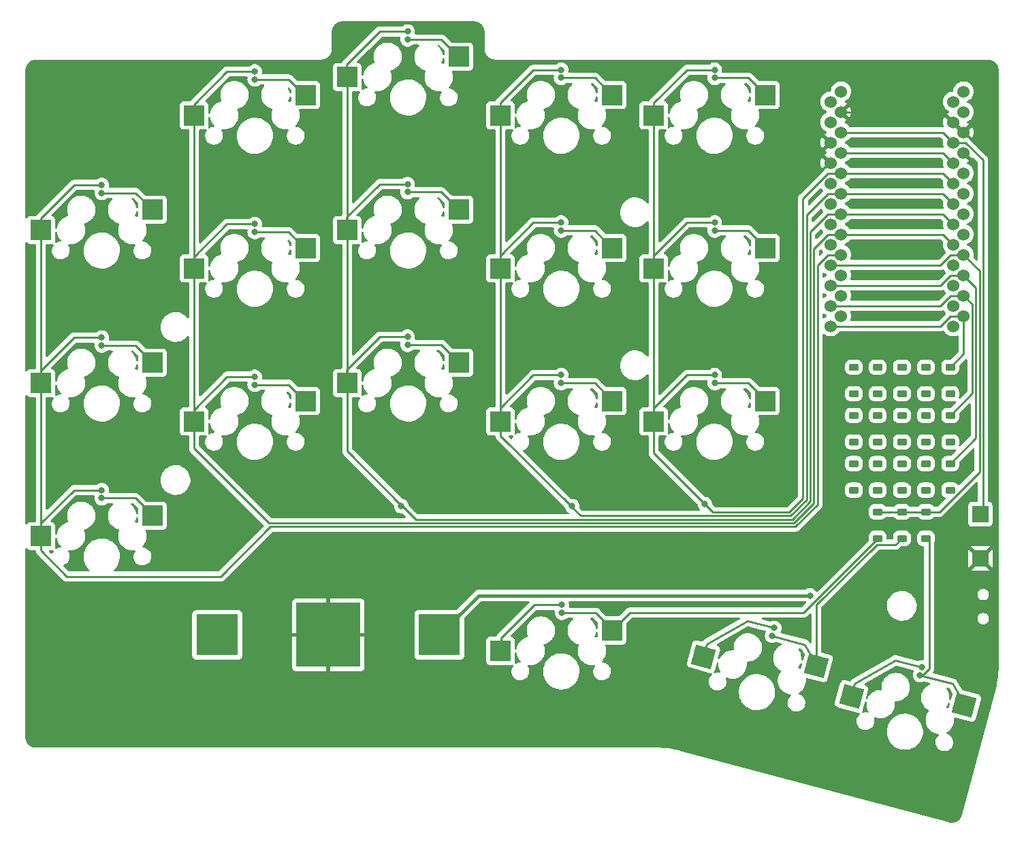
<source format=gbr>
%TF.GenerationSoftware,KiCad,Pcbnew,7.0.2*%
%TF.CreationDate,2023-10-26T02:33:02+11:00*%
%TF.ProjectId,cybr36,63796272-3336-42e6-9b69-6361645f7063,rev?*%
%TF.SameCoordinates,Original*%
%TF.FileFunction,Copper,L2,Bot*%
%TF.FilePolarity,Positive*%
%FSLAX46Y46*%
G04 Gerber Fmt 4.6, Leading zero omitted, Abs format (unit mm)*
G04 Created by KiCad (PCBNEW 7.0.2) date 2023-10-26 02:33:02*
%MOMM*%
%LPD*%
G01*
G04 APERTURE LIST*
G04 Aperture macros list*
%AMRoundRect*
0 Rectangle with rounded corners*
0 $1 Rounding radius*
0 $2 $3 $4 $5 $6 $7 $8 $9 X,Y pos of 4 corners*
0 Add a 4 corners polygon primitive as box body*
4,1,4,$2,$3,$4,$5,$6,$7,$8,$9,$2,$3,0*
0 Add four circle primitives for the rounded corners*
1,1,$1+$1,$2,$3*
1,1,$1+$1,$4,$5*
1,1,$1+$1,$6,$7*
1,1,$1+$1,$8,$9*
0 Add four rect primitives between the rounded corners*
20,1,$1+$1,$2,$3,$4,$5,0*
20,1,$1+$1,$4,$5,$6,$7,0*
20,1,$1+$1,$6,$7,$8,$9,0*
20,1,$1+$1,$8,$9,$2,$3,0*%
%AMRotRect*
0 Rectangle, with rotation*
0 The origin of the aperture is its center*
0 $1 length*
0 $2 width*
0 $3 Rotation angle, in degrees counterclockwise*
0 Add horizontal line*
21,1,$1,$2,0,0,$3*%
G04 Aperture macros list end*
%TA.AperFunction,ComponentPad*%
%ADD10R,8.000000X8.000000*%
%TD*%
%TA.AperFunction,ComponentPad*%
%ADD11R,5.200000X5.200000*%
%TD*%
%TA.AperFunction,SMDPad,CuDef*%
%ADD12R,2.550000X2.500000*%
%TD*%
%TA.AperFunction,ComponentPad*%
%ADD13C,1.524000*%
%TD*%
%TA.AperFunction,ComponentPad*%
%ADD14RoundRect,0.225000X-0.375000X0.225000X-0.375000X-0.225000X0.375000X-0.225000X0.375000X0.225000X0*%
%TD*%
%TA.AperFunction,SMDPad,CuDef*%
%ADD15RotRect,2.550000X2.500000X345.000000*%
%TD*%
%TA.AperFunction,SMDPad,CuDef*%
%ADD16R,2.000000X2.100000*%
%TD*%
%TA.AperFunction,ViaPad*%
%ADD17C,0.800000*%
%TD*%
%TA.AperFunction,Conductor*%
%ADD18C,0.400000*%
%TD*%
%TA.AperFunction,Conductor*%
%ADD19C,0.250000*%
%TD*%
G04 APERTURE END LIST*
D10*
%TO.P,BT1,2,-*%
%TO.N,GND*%
X119175970Y-123015616D03*
D11*
%TO.P,BT1,1,+*%
%TO.N,+BATT*%
X132990970Y-123015616D03*
X105360970Y-123015616D03*
%TD*%
D12*
%TO.P,SW11,2,2*%
%TO.N,C4*%
X140578470Y-58338116D03*
%TO.P,SW11,1,1*%
%TO.N,Net-(D11-A)*%
X154428470Y-55798116D03*
%TD*%
D13*
%TO.P,U1,1,TX*%
%TO.N,unconnected-(U1-TX-Pad1)*%
X181610000Y-56642000D03*
X198156400Y-55372000D03*
%TO.P,U1,2,RX*%
%TO.N,unconnected-(U1-RX-Pad2)*%
X181610000Y-59182000D03*
X198156400Y-57912000D03*
%TO.P,U1,3,GND*%
%TO.N,GND*%
X198156400Y-60452000D03*
X181610000Y-61722000D03*
%TO.P,U1,4,GND*%
X198156400Y-62992000D03*
X181610000Y-64262000D03*
%TO.P,U1,5,SDA*%
%TO.N,unconnected-(U1-SDA-Pad5)*%
X181610000Y-66802000D03*
X198156400Y-65532000D03*
%TO.P,U1,6,SCL*%
%TO.N,unconnected-(U1-SCL-Pad6)*%
X198156400Y-68072000D03*
X181610000Y-69342000D03*
%TO.P,U1,7,D4*%
%TO.N,unconnected-(U1-D4-Pad7)*%
X181610000Y-71882000D03*
X198156400Y-70612000D03*
%TO.P,U1,8,C6*%
%TO.N,unconnected-(U1-C6-Pad8)*%
X181610000Y-74422000D03*
X198156400Y-73152000D03*
%TO.P,U1,9,D7*%
%TO.N,R4*%
X198156400Y-75692000D03*
X181610000Y-76962000D03*
%TO.P,U1,10,E6*%
%TO.N,R3*%
X181610000Y-79502000D03*
X198156400Y-78232000D03*
%TO.P,U1,11,B4*%
%TO.N,R2*%
X181610000Y-82042000D03*
X198156400Y-80772000D03*
%TO.P,U1,12,B5*%
%TO.N,R1*%
X181610000Y-84582000D03*
X198156400Y-83312000D03*
%TO.P,U1,13,B6*%
%TO.N,unconnected-(U1-B6-Pad13)*%
X196850000Y-84582000D03*
X182936400Y-83312000D03*
%TO.P,U1,14,B2*%
%TO.N,unconnected-(U1-B2-Pad14)*%
X196850000Y-82042000D03*
X182936400Y-80772000D03*
%TO.P,U1,15,B3*%
%TO.N,unconnected-(U1-B3-Pad15)*%
X182936400Y-78232000D03*
X196850000Y-79502000D03*
%TO.P,U1,16,B1*%
%TO.N,C1*%
X182936400Y-75692000D03*
X196850000Y-76962000D03*
%TO.P,U1,17,F7*%
%TO.N,C2*%
X196850000Y-74422000D03*
X182936400Y-73152000D03*
%TO.P,U1,18,F6*%
%TO.N,C3*%
X182936400Y-70612000D03*
X196850000Y-71882000D03*
%TO.P,U1,19,F5*%
%TO.N,C4*%
X196850000Y-69342000D03*
X182936400Y-68072000D03*
%TO.P,U1,20,F4*%
%TO.N,C5*%
X182936400Y-65532000D03*
X196850000Y-66802000D03*
%TO.P,U1,21,VCC*%
%TO.N,unconnected-(U1-VCC-Pad21)*%
X196850000Y-64262000D03*
X182936400Y-62992000D03*
%TO.P,U1,22,RST*%
%TO.N,RST*%
X196850000Y-61722000D03*
X182936400Y-60452000D03*
%TO.P,U1,23,GND*%
%TO.N,GND*%
X182936400Y-57912000D03*
X196850000Y-59182000D03*
%TO.P,U1,24,RAW*%
%TO.N,Net-(SW21-B)*%
X196850000Y-56642000D03*
X182936400Y-55372000D03*
%TD*%
D14*
%TO.P,D18,1,K*%
%TO.N,R4*%
X193500000Y-107700000D03*
%TO.P,D18,2,A*%
%TO.N,Net-(D18-A)*%
X193500000Y-111000000D03*
%TD*%
%TO.P,D4,2,A*%
%TO.N,Net-(D4-A)*%
X187500000Y-93000000D03*
%TO.P,D4,1,K*%
%TO.N,R1*%
X187500000Y-89700000D03*
%TD*%
%TO.P,D16,1,K*%
%TO.N,R2*%
X196500000Y-95700000D03*
%TO.P,D16,2,A*%
%TO.N,Net-(D16-A)*%
X196500000Y-99000000D03*
%TD*%
D12*
%TO.P,SW3,2,2*%
%TO.N,C1*%
X83428470Y-110725616D03*
%TO.P,SW3,1,1*%
%TO.N,Net-(D3-A)*%
X97278470Y-108185616D03*
%TD*%
%TO.P,SW16,2,2*%
%TO.N,C5*%
X159628470Y-77388116D03*
%TO.P,SW16,1,1*%
%TO.N,Net-(D16-A)*%
X173478470Y-74848116D03*
%TD*%
%TO.P,SW5,2,2*%
%TO.N,C2*%
X102478470Y-77388116D03*
%TO.P,SW5,1,1*%
%TO.N,Net-(D5-A)*%
X116328470Y-74848116D03*
%TD*%
D15*
%TO.P,SW14,2,2*%
%TO.N,C4*%
X165831960Y-125733489D03*
%TO.P,SW14,1,1*%
%TO.N,Net-(D14-A)*%
X179867433Y-126864682D03*
%TD*%
D12*
%TO.P,SW6,2,2*%
%TO.N,C2*%
X102478470Y-96438116D03*
%TO.P,SW6,1,1*%
%TO.N,Net-(D6-A)*%
X116328470Y-93898116D03*
%TD*%
%TO.P,SW17,2,2*%
%TO.N,C5*%
X159628470Y-96438116D03*
%TO.P,SW17,1,1*%
%TO.N,Net-(D17-A)*%
X173478470Y-93898116D03*
%TD*%
%TO.P,SW1,2,2*%
%TO.N,C1*%
X83428470Y-72625616D03*
%TO.P,SW1,1,1*%
%TO.N,Net-(D1-A)*%
X97278470Y-70085616D03*
%TD*%
D14*
%TO.P,D13,1,K*%
%TO.N,R3*%
X193500000Y-101700000D03*
%TO.P,D13,2,A*%
%TO.N,Net-(D13-A)*%
X193500000Y-105000000D03*
%TD*%
D12*
%TO.P,SW15,2,2*%
%TO.N,C5*%
X159628470Y-58338116D03*
%TO.P,SW15,1,1*%
%TO.N,Net-(D15-A)*%
X173478470Y-55798116D03*
%TD*%
D14*
%TO.P,D9,1,K*%
%TO.N,R3*%
X190500000Y-101700000D03*
%TO.P,D9,2,A*%
%TO.N,Net-(D9-A)*%
X190500000Y-105000000D03*
%TD*%
%TO.P,D15,2,A*%
%TO.N,Net-(D15-A)*%
X196500000Y-93000000D03*
%TO.P,D15,1,K*%
%TO.N,R1*%
X196500000Y-89700000D03*
%TD*%
%TO.P,D1,1,K*%
%TO.N,R1*%
X184500000Y-89700000D03*
%TO.P,D1,2,A*%
%TO.N,Net-(D1-A)*%
X184500000Y-93000000D03*
%TD*%
%TO.P,D3,1,K*%
%TO.N,R3*%
X184500000Y-101700000D03*
%TO.P,D3,2,A*%
%TO.N,Net-(D3-A)*%
X184500000Y-105000000D03*
%TD*%
D12*
%TO.P,SW13,2,2*%
%TO.N,C4*%
X140578470Y-96438116D03*
%TO.P,SW13,1,1*%
%TO.N,Net-(D13-A)*%
X154428470Y-93898116D03*
%TD*%
D14*
%TO.P,D8,1,K*%
%TO.N,R2*%
X190500000Y-95700000D03*
%TO.P,D8,2,A*%
%TO.N,Net-(D8-A)*%
X190500000Y-99000000D03*
%TD*%
%TO.P,D7,2,A*%
%TO.N,Net-(D7-A)*%
X190500000Y-93000000D03*
%TO.P,D7,1,K*%
%TO.N,R1*%
X190500000Y-89700000D03*
%TD*%
D12*
%TO.P,SW12,2,2*%
%TO.N,C4*%
X140578470Y-77388116D03*
%TO.P,SW12,1,1*%
%TO.N,Net-(D12-A)*%
X154428470Y-74848116D03*
%TD*%
%TO.P,SW4,2,2*%
%TO.N,C2*%
X102478470Y-58338116D03*
%TO.P,SW4,1,1*%
%TO.N,Net-(D4-A)*%
X116328470Y-55798116D03*
%TD*%
%TO.P,SW7,2,2*%
%TO.N,C3*%
X121528470Y-53575616D03*
%TO.P,SW7,1,1*%
%TO.N,Net-(D7-A)*%
X135378470Y-51035616D03*
%TD*%
D14*
%TO.P,D10,1,K*%
%TO.N,R4*%
X187500000Y-107700000D03*
%TO.P,D10,2,A*%
%TO.N,Net-(D10-A)*%
X187500000Y-111000000D03*
%TD*%
%TO.P,D17,1,K*%
%TO.N,R3*%
X196500000Y-101700000D03*
%TO.P,D17,2,A*%
%TO.N,Net-(D17-A)*%
X196500000Y-105000000D03*
%TD*%
%TO.P,D2,1,K*%
%TO.N,R2*%
X184500000Y-95700000D03*
%TO.P,D2,2,A*%
%TO.N,Net-(D2-A)*%
X184500000Y-99000000D03*
%TD*%
%TO.P,D12,1,K*%
%TO.N,R2*%
X193500000Y-95700000D03*
%TO.P,D12,2,A*%
%TO.N,Net-(D12-A)*%
X193500000Y-99000000D03*
%TD*%
D12*
%TO.P,SW10,2,2*%
%TO.N,C3*%
X140578470Y-125013116D03*
%TO.P,SW10,1,1*%
%TO.N,Net-(D10-A)*%
X154428470Y-122473116D03*
%TD*%
%TO.P,SW8,2,2*%
%TO.N,C3*%
X121528470Y-72625616D03*
%TO.P,SW8,1,1*%
%TO.N,Net-(D8-A)*%
X135378470Y-70085616D03*
%TD*%
%TO.P,SW9,1,1*%
%TO.N,Net-(D9-A)*%
X135378470Y-89135616D03*
%TO.P,SW9,2,2*%
%TO.N,C3*%
X121528470Y-91675616D03*
%TD*%
%TO.P,SW2,2,2*%
%TO.N,C1*%
X83428470Y-91675616D03*
%TO.P,SW2,1,1*%
%TO.N,Net-(D2-A)*%
X97278470Y-89135616D03*
%TD*%
D14*
%TO.P,D6,1,K*%
%TO.N,R3*%
X187500000Y-101700000D03*
%TO.P,D6,2,A*%
%TO.N,Net-(D6-A)*%
X187500000Y-105000000D03*
%TD*%
%TO.P,D11,2,A*%
%TO.N,Net-(D11-A)*%
X193500000Y-93000000D03*
%TO.P,D11,1,K*%
%TO.N,R1*%
X193500000Y-89700000D03*
%TD*%
%TO.P,D14,1,K*%
%TO.N,R4*%
X190500000Y-107700000D03*
%TO.P,D14,2,A*%
%TO.N,Net-(D14-A)*%
X190500000Y-111000000D03*
%TD*%
D15*
%TO.P,SW18,2,2*%
%TO.N,C5*%
X184232961Y-130663985D03*
%TO.P,SW18,1,1*%
%TO.N,Net-(D18-A)*%
X198268434Y-131795178D03*
%TD*%
D14*
%TO.P,D5,1,K*%
%TO.N,R2*%
X187500000Y-95700000D03*
%TO.P,D5,2,A*%
%TO.N,Net-(D5-A)*%
X187500000Y-99000000D03*
%TD*%
D16*
%TO.P,SW19,1,1*%
%TO.N,RST*%
X200250000Y-108000000D03*
%TO.P,SW19,2,2*%
%TO.N,GND*%
X200250000Y-113500000D03*
%TD*%
D17*
%TO.N,GND*%
X200250000Y-113500000D03*
%TO.N,RST*%
X200250000Y-108000000D03*
%TO.N,+BATT*%
X179070000Y-118110000D03*
%TO.N,C5*%
X166000000Y-106750000D03*
%TO.N,C4*%
X149500000Y-107000000D03*
%TO.N,C3*%
X128250000Y-107000000D03*
%TO.N,Net-(D18-A)*%
X192761342Y-128027131D03*
%TO.N,C5*%
X193020161Y-127061206D03*
%TO.N,Net-(D14-A)*%
X174361342Y-123127131D03*
%TO.N,C4*%
X174620161Y-122161206D03*
%TO.N,Net-(D10-A)*%
X148226530Y-120274384D03*
%TO.N,C3*%
X148226530Y-119274384D03*
%TO.N,C5*%
X167226530Y-90674384D03*
X167226530Y-71674384D03*
%TO.N,Net-(D16-A)*%
X167226530Y-72674384D03*
%TO.N,C5*%
X167226530Y-52674384D03*
%TO.N,Net-(D15-A)*%
X167226530Y-53674384D03*
%TO.N,Net-(D17-A)*%
X167226530Y-91674384D03*
%TO.N,Net-(D11-A)*%
X148126530Y-53674384D03*
%TO.N,Net-(D13-A)*%
X148126530Y-91674384D03*
%TO.N,C4*%
X148126530Y-71674384D03*
%TO.N,Net-(D12-A)*%
X148126530Y-72674384D03*
%TO.N,C4*%
X148126530Y-90674384D03*
X148126530Y-52674384D03*
%TO.N,Net-(D7-A)*%
X129026530Y-48900000D03*
%TO.N,C3*%
X129026530Y-47900000D03*
X129026530Y-85900000D03*
%TO.N,Net-(D9-A)*%
X129026530Y-86900000D03*
%TO.N,C3*%
X129026530Y-66900000D03*
%TO.N,Net-(D8-A)*%
X129026530Y-67900000D03*
%TO.N,Net-(D4-A)*%
X110026530Y-53874384D03*
%TO.N,Net-(D6-A)*%
X110026530Y-91874384D03*
%TO.N,C2*%
X110026530Y-71874384D03*
%TO.N,Net-(D5-A)*%
X110026530Y-72874384D03*
%TO.N,C2*%
X110026530Y-90874384D03*
X110026530Y-52874384D03*
%TO.N,Net-(D3-A)*%
X91000000Y-106000000D03*
%TO.N,C1*%
X91000000Y-105000000D03*
%TO.N,Net-(D2-A)*%
X91000000Y-87000000D03*
%TO.N,C1*%
X91000000Y-86000000D03*
X91000000Y-67000000D03*
%TO.N,Net-(D1-A)*%
X91000000Y-68000000D03*
%TD*%
D18*
%TO.N,+BATT*%
X137896586Y-118110000D02*
X132990970Y-123015616D01*
X179070000Y-118110000D02*
X137896586Y-118110000D01*
D19*
%TO.N,R4*%
X187500000Y-107700000D02*
X193500000Y-107700000D01*
%TO.N,GND*%
X196850000Y-59182000D02*
X196886400Y-59182000D01*
X196886400Y-59182000D02*
X198156400Y-60452000D01*
X195580000Y-57912000D02*
X196850000Y-59182000D01*
X182936400Y-57912000D02*
X195580000Y-57912000D01*
%TO.N,unconnected-(U1-VCC-Pad21)*%
X195580000Y-62992000D02*
X196850000Y-64262000D01*
X182936400Y-62992000D02*
X195580000Y-62992000D01*
%TO.N,RST*%
X200593400Y-63891749D02*
X198423651Y-61722000D01*
X200250000Y-108000000D02*
X200593400Y-107656600D01*
X200593400Y-107656600D02*
X200593400Y-63891749D01*
X198423651Y-61722000D02*
X196850000Y-61722000D01*
%TO.N,R2*%
X199243400Y-92956600D02*
X199243400Y-81859000D01*
X196500000Y-95700000D02*
X199243400Y-92956600D01*
X199243400Y-81859000D02*
X198156400Y-80772000D01*
%TO.N,RST*%
X195580000Y-60452000D02*
X196850000Y-61722000D01*
X182936400Y-60452000D02*
X195580000Y-60452000D01*
%TO.N,R1*%
X196582749Y-83312000D02*
X195312749Y-84582000D01*
X198156400Y-83312000D02*
X196582749Y-83312000D01*
X195312749Y-84582000D02*
X181610000Y-84582000D01*
%TO.N,R2*%
X195312749Y-82042000D02*
X181610000Y-82042000D01*
X196582749Y-80772000D02*
X195312749Y-82042000D01*
X198156400Y-80772000D02*
X196582749Y-80772000D01*
%TO.N,R3*%
X196582749Y-78232000D02*
X195312749Y-79502000D01*
X195312749Y-79502000D02*
X181610000Y-79502000D01*
X198156400Y-78232000D02*
X196582749Y-78232000D01*
%TO.N,R4*%
X196582749Y-75692000D02*
X195312749Y-76962000D01*
X195312749Y-76962000D02*
X181610000Y-76962000D01*
X198156400Y-75692000D02*
X196582749Y-75692000D01*
%TO.N,C2*%
X195580000Y-73152000D02*
X196850000Y-74422000D01*
X182936400Y-73152000D02*
X195580000Y-73152000D01*
%TO.N,C3*%
X195580000Y-70612000D02*
X196850000Y-71882000D01*
X182936400Y-70612000D02*
X195580000Y-70612000D01*
%TO.N,C4*%
X195580000Y-68072000D02*
X196850000Y-69342000D01*
X182936400Y-68072000D02*
X195580000Y-68072000D01*
%TO.N,C5*%
X182936400Y-65532000D02*
X195580000Y-65532000D01*
X195580000Y-65532000D02*
X196850000Y-66802000D01*
%TO.N,Net-(D10-A)*%
X156651586Y-120250000D02*
X154428470Y-122473116D01*
X178250000Y-120250000D02*
X156651586Y-120250000D01*
X187500000Y-111000000D02*
X178250000Y-120250000D01*
%TO.N,Net-(D14-A)*%
X179867433Y-119268963D02*
X179867433Y-126864682D01*
X187361396Y-111775000D02*
X179867433Y-119268963D01*
X190500000Y-111000000D02*
X189725000Y-111775000D01*
X189725000Y-111775000D02*
X187361396Y-111775000D01*
%TO.N,Net-(D18-A)*%
X193079541Y-128027131D02*
X193875000Y-127231672D01*
X193875000Y-127231672D02*
X193875000Y-111375000D01*
X192761342Y-128027131D02*
X193079541Y-128027131D01*
X193875000Y-111375000D02*
X193500000Y-111000000D01*
%TO.N,C5*%
X166000000Y-106750000D02*
X159628470Y-100378470D01*
%TO.N,C4*%
X149346670Y-107000000D02*
X140578470Y-98231800D01*
X149500000Y-107000000D02*
X149346670Y-107000000D01*
X149500000Y-107153330D02*
X149500000Y-107000000D01*
%TO.N,C3*%
X128250000Y-106850000D02*
X121528470Y-100128470D01*
X128250000Y-107000000D02*
X128250000Y-106850000D01*
X128400000Y-107000000D02*
X128250000Y-107000000D01*
%TO.N,C5*%
X159628470Y-100378470D02*
X159628470Y-96438116D01*
X167000000Y-107750000D02*
X166000000Y-106750000D01*
X176500000Y-107750000D02*
X167000000Y-107750000D01*
X178200000Y-106050000D02*
X176500000Y-107750000D01*
X181342749Y-65532000D02*
X178200000Y-68674749D01*
X178200000Y-68674749D02*
X178200000Y-106050000D01*
X182936400Y-65532000D02*
X181342749Y-65532000D01*
%TO.N,C4*%
X140578470Y-98231800D02*
X140578470Y-96438116D01*
X150546670Y-108200000D02*
X149500000Y-107153330D01*
X178650000Y-106236396D02*
X176686396Y-108200000D01*
X178650000Y-70764749D02*
X178650000Y-106236396D01*
X181342749Y-68072000D02*
X178650000Y-70764749D01*
X176686396Y-108200000D02*
X150546670Y-108200000D01*
X182936400Y-68072000D02*
X181342749Y-68072000D01*
%TO.N,C3*%
X121528470Y-100128470D02*
X121528470Y-91675616D01*
X179100000Y-106422792D02*
X176872792Y-108650000D01*
X176872792Y-108650000D02*
X130050000Y-108650000D01*
X130050000Y-108650000D02*
X128400000Y-107000000D01*
X181342749Y-70612000D02*
X179100000Y-72854749D01*
X179100000Y-72854749D02*
X179100000Y-106422792D01*
X182936400Y-70612000D02*
X181342749Y-70612000D01*
%TO.N,C2*%
X111800000Y-109100000D02*
X102478470Y-99778470D01*
X177059188Y-109100000D02*
X111800000Y-109100000D01*
X179550000Y-106609188D02*
X177059188Y-109100000D01*
X179550000Y-74944749D02*
X179550000Y-106609188D01*
X182936400Y-73152000D02*
X181342749Y-73152000D01*
X181342749Y-73152000D02*
X179550000Y-74944749D01*
X102478470Y-99778470D02*
X102478470Y-96438116D01*
%TO.N,C1*%
X83428470Y-112519300D02*
X83428470Y-110725616D01*
X86659170Y-115750000D02*
X83428470Y-112519300D01*
X180000000Y-106795584D02*
X177245584Y-109550000D01*
X180000000Y-77034749D02*
X180000000Y-106795584D01*
X177245584Y-109550000D02*
X112000000Y-109550000D01*
X112000000Y-109550000D02*
X105800000Y-115750000D01*
X105800000Y-115750000D02*
X86659170Y-115750000D01*
X181342749Y-75692000D02*
X180000000Y-77034749D01*
X182936400Y-75692000D02*
X181342749Y-75692000D01*
X83428470Y-72625616D02*
X83428470Y-110725616D01*
%TO.N,C5*%
X159628470Y-58338116D02*
X159628470Y-96438116D01*
%TO.N,C4*%
X140578470Y-58338116D02*
X140578470Y-96438116D01*
%TO.N,C3*%
X121528470Y-53575616D02*
X121528470Y-91675616D01*
%TO.N,C2*%
X102478470Y-58338116D02*
X102478470Y-96438116D01*
%TO.N,R4*%
X200143400Y-102734417D02*
X200143400Y-77679000D01*
X200143400Y-77679000D02*
X198156400Y-75692000D01*
X195177817Y-107700000D02*
X200143400Y-102734417D01*
X193500000Y-107700000D02*
X195177817Y-107700000D01*
%TO.N,R3*%
X199693400Y-79769000D02*
X198156400Y-78232000D01*
X196500000Y-101700000D02*
X199693400Y-98506600D01*
X199693400Y-98506600D02*
X199693400Y-79769000D01*
%TO.N,R1*%
X198156400Y-88043600D02*
X198156400Y-83312000D01*
X196500000Y-89700000D02*
X198156400Y-88043600D01*
%TO.N,C5*%
X184638837Y-129086588D02*
X189691664Y-126169337D01*
X189691664Y-126169337D02*
X193020161Y-127061206D01*
X184250609Y-130535477D02*
X184638837Y-129086588D01*
%TO.N,Net-(D18-A)*%
X196811328Y-129112322D02*
X192761342Y-128027131D01*
X198286082Y-131666669D02*
X196811328Y-129112322D01*
%TO.N,C4*%
X166238837Y-124186588D02*
X171291664Y-121269337D01*
X165850609Y-125635477D02*
X166238837Y-124186588D01*
%TO.N,Net-(D14-A)*%
X178411328Y-124212322D02*
X174361342Y-123127131D01*
X179886082Y-126766669D02*
X178411328Y-124212322D01*
%TO.N,C4*%
X171291664Y-121269337D02*
X174620161Y-122161206D01*
%TO.N,C3*%
X140655000Y-123400000D02*
X144780616Y-119274384D01*
X140655000Y-124900000D02*
X140655000Y-123400000D01*
%TO.N,Net-(D10-A)*%
X152419384Y-120274384D02*
X148226530Y-120274384D01*
X154505000Y-122360000D02*
X152419384Y-120274384D01*
%TO.N,C3*%
X144780616Y-119274384D02*
X148226530Y-119274384D01*
%TO.N,C5*%
X163780616Y-52674384D02*
X167226530Y-52674384D01*
%TO.N,Net-(D15-A)*%
X173505000Y-55760000D02*
X171419384Y-53674384D01*
%TO.N,Net-(D16-A)*%
X173505000Y-74760000D02*
X171419384Y-72674384D01*
%TO.N,C5*%
X159655000Y-56800000D02*
X163780616Y-52674384D01*
%TO.N,Net-(D16-A)*%
X171419384Y-72674384D02*
X167226530Y-72674384D01*
%TO.N,C5*%
X159655000Y-75800000D02*
X163780616Y-71674384D01*
X163780616Y-90674384D02*
X167226530Y-90674384D01*
%TO.N,Net-(D17-A)*%
X171419384Y-91674384D02*
X167226530Y-91674384D01*
X173505000Y-93760000D02*
X171419384Y-91674384D01*
%TO.N,C5*%
X159655000Y-94800000D02*
X163780616Y-90674384D01*
X159655000Y-77300000D02*
X159655000Y-75800000D01*
X159655000Y-58300000D02*
X159655000Y-56800000D01*
X163780616Y-71674384D02*
X167226530Y-71674384D01*
X159655000Y-96300000D02*
X159655000Y-94800000D01*
%TO.N,Net-(D15-A)*%
X171419384Y-53674384D02*
X167226530Y-53674384D01*
%TO.N,C4*%
X144680616Y-52674384D02*
X148126530Y-52674384D01*
%TO.N,Net-(D11-A)*%
X154405000Y-55760000D02*
X152319384Y-53674384D01*
%TO.N,C4*%
X140555000Y-94800000D02*
X144680616Y-90674384D01*
X140555000Y-56800000D02*
X144680616Y-52674384D01*
X140555000Y-58300000D02*
X140555000Y-56800000D01*
%TO.N,Net-(D12-A)*%
X152319384Y-72674384D02*
X148126530Y-72674384D01*
X154405000Y-74760000D02*
X152319384Y-72674384D01*
%TO.N,C4*%
X140555000Y-77300000D02*
X140555000Y-75800000D01*
X140555000Y-75800000D02*
X144680616Y-71674384D01*
X144680616Y-71674384D02*
X148126530Y-71674384D01*
X140555000Y-96300000D02*
X140555000Y-94800000D01*
%TO.N,Net-(D11-A)*%
X152319384Y-53674384D02*
X148126530Y-53674384D01*
%TO.N,Net-(D13-A)*%
X152319384Y-91674384D02*
X148126530Y-91674384D01*
X154405000Y-93760000D02*
X152319384Y-91674384D01*
%TO.N,C4*%
X144680616Y-90674384D02*
X148126530Y-90674384D01*
%TO.N,Net-(D8-A)*%
X133219384Y-67900000D02*
X129026530Y-67900000D01*
%TO.N,Net-(D7-A)*%
X135305000Y-50985616D02*
X133219384Y-48900000D01*
%TO.N,C3*%
X121455000Y-53525616D02*
X121455000Y-52025616D01*
X125580616Y-47900000D02*
X129026530Y-47900000D01*
X121455000Y-72525616D02*
X121455000Y-71025616D01*
X121455000Y-71025616D02*
X125580616Y-66900000D01*
%TO.N,Net-(D8-A)*%
X135305000Y-69985616D02*
X133219384Y-67900000D01*
%TO.N,C3*%
X121455000Y-52025616D02*
X125580616Y-47900000D01*
X121455000Y-90025616D02*
X125580616Y-85900000D01*
X121455000Y-91525616D02*
X121455000Y-90025616D01*
%TO.N,Net-(D9-A)*%
X133219384Y-86900000D02*
X129026530Y-86900000D01*
%TO.N,C3*%
X125580616Y-85900000D02*
X129026530Y-85900000D01*
X125580616Y-66900000D02*
X129026530Y-66900000D01*
%TO.N,Net-(D7-A)*%
X133219384Y-48900000D02*
X129026530Y-48900000D01*
%TO.N,Net-(D9-A)*%
X135305000Y-88985616D02*
X133219384Y-86900000D01*
%TO.N,C2*%
X106580616Y-52874384D02*
X110026530Y-52874384D01*
%TO.N,Net-(D4-A)*%
X116305000Y-55960000D02*
X114219384Y-53874384D01*
%TO.N,C2*%
X102455000Y-95000000D02*
X106580616Y-90874384D01*
X102455000Y-57000000D02*
X106580616Y-52874384D01*
X102455000Y-58500000D02*
X102455000Y-57000000D01*
%TO.N,Net-(D5-A)*%
X114219384Y-72874384D02*
X110026530Y-72874384D01*
X116305000Y-74960000D02*
X114219384Y-72874384D01*
%TO.N,C2*%
X102455000Y-77500000D02*
X102455000Y-76000000D01*
X102455000Y-76000000D02*
X106580616Y-71874384D01*
X106580616Y-71874384D02*
X110026530Y-71874384D01*
%TO.N,Net-(D4-A)*%
X114219384Y-53874384D02*
X110026530Y-53874384D01*
%TO.N,Net-(D6-A)*%
X114219384Y-91874384D02*
X110026530Y-91874384D01*
X116305000Y-93960000D02*
X114219384Y-91874384D01*
%TO.N,C2*%
X106580616Y-90874384D02*
X110026530Y-90874384D01*
%TO.N,C1*%
X87554086Y-105000000D02*
X91000000Y-105000000D01*
X83428470Y-110625616D02*
X83428470Y-109125616D01*
X83428470Y-109125616D02*
X87554086Y-105000000D01*
%TO.N,Net-(D3-A)*%
X95192854Y-106000000D02*
X91000000Y-106000000D01*
X97278470Y-108085616D02*
X95192854Y-106000000D01*
%TO.N,C1*%
X87554086Y-86000000D02*
X91000000Y-86000000D01*
X83428470Y-91625616D02*
X83428470Y-90125616D01*
X83428470Y-90125616D02*
X87554086Y-86000000D01*
%TO.N,Net-(D2-A)*%
X95192854Y-87000000D02*
X91000000Y-87000000D01*
X97278470Y-89085616D02*
X95192854Y-87000000D01*
%TO.N,C1*%
X87554086Y-67000000D02*
X91000000Y-67000000D01*
X83428470Y-71125616D02*
X87554086Y-67000000D01*
X83428470Y-72625616D02*
X83428470Y-71125616D01*
%TO.N,Net-(D1-A)*%
X95192854Y-68000000D02*
X91000000Y-68000000D01*
X97278470Y-70085616D02*
X95192854Y-68000000D01*
%TD*%
%TA.AperFunction,Conductor*%
%TO.N,GND*%
G36*
X137281887Y-46631738D02*
G01*
X137342855Y-46633249D01*
X137348980Y-46633552D01*
X137408000Y-46637944D01*
X137414082Y-46638548D01*
X137421192Y-46639431D01*
X137472607Y-46645818D01*
X137478570Y-46646708D01*
X137536573Y-46656829D01*
X137542474Y-46658008D01*
X137599798Y-46670933D01*
X137605564Y-46672382D01*
X137662034Y-46688054D01*
X137667804Y-46689809D01*
X137723356Y-46708188D01*
X137729036Y-46710222D01*
X137783598Y-46731278D01*
X137789160Y-46733582D01*
X137842629Y-46757273D01*
X137848079Y-46759848D01*
X137900379Y-46786144D01*
X137905664Y-46788964D01*
X137956703Y-46817830D01*
X137961835Y-46820901D01*
X138005683Y-46848613D01*
X138011445Y-46852255D01*
X138016499Y-46855625D01*
X138064614Y-46889443D01*
X138069482Y-46893046D01*
X138116037Y-46929315D01*
X138120756Y-46933182D01*
X138165600Y-46971815D01*
X138170145Y-46975931D01*
X138213193Y-47016899D01*
X138213202Y-47016907D01*
X138217547Y-47021252D01*
X138258539Y-47064329D01*
X138262656Y-47068875D01*
X138287347Y-47097535D01*
X138301278Y-47113707D01*
X138301282Y-47113711D01*
X138305124Y-47118399D01*
X138341408Y-47164975D01*
X138345001Y-47169829D01*
X138345019Y-47169853D01*
X138378830Y-47217957D01*
X138382198Y-47223007D01*
X138413551Y-47272617D01*
X138416651Y-47277800D01*
X138445477Y-47328768D01*
X138448322Y-47334097D01*
X138451357Y-47340133D01*
X138474601Y-47386364D01*
X138477185Y-47391832D01*
X138500874Y-47445296D01*
X138503187Y-47450879D01*
X138524232Y-47505405D01*
X138526272Y-47511101D01*
X138544645Y-47566627D01*
X138546407Y-47572423D01*
X138562065Y-47628848D01*
X138563543Y-47634728D01*
X138576451Y-47691969D01*
X138577642Y-47697931D01*
X138587747Y-47755842D01*
X138588647Y-47761869D01*
X138595915Y-47820370D01*
X138596519Y-47826459D01*
X138600910Y-47885483D01*
X138601214Y-47891606D01*
X138602727Y-47952578D01*
X138602765Y-47955653D01*
X138602779Y-50060932D01*
X138602667Y-50062287D01*
X138602780Y-50071279D01*
X138602940Y-50088211D01*
X138603241Y-50089932D01*
X138603933Y-50117878D01*
X138603342Y-50122511D01*
X138604187Y-50133969D01*
X138604481Y-50139897D01*
X138604780Y-50151550D01*
X138605830Y-50156089D01*
X138607764Y-50182080D01*
X138607371Y-50186671D01*
X138608916Y-50199339D01*
X138609462Y-50204832D01*
X138610370Y-50216635D01*
X138611597Y-50220982D01*
X138615223Y-50250188D01*
X138615182Y-50254674D01*
X138616770Y-50263802D01*
X138617647Y-50269671D01*
X138618982Y-50280357D01*
X138620415Y-50284706D01*
X138624921Y-50310529D01*
X138624966Y-50315064D01*
X138627859Y-50328082D01*
X138628896Y-50333266D01*
X138631446Y-50347607D01*
X138633210Y-50351847D01*
X138637321Y-50370081D01*
X138638473Y-50375187D01*
X138638762Y-50379355D01*
X138642095Y-50391686D01*
X138643193Y-50396063D01*
X138646794Y-50411616D01*
X138648712Y-50415589D01*
X138654305Y-50435742D01*
X138654760Y-50440188D01*
X138659240Y-50453927D01*
X138660635Y-50458503D01*
X138664381Y-50471703D01*
X138666370Y-50475509D01*
X138673959Y-50498444D01*
X138674686Y-50502960D01*
X138679277Y-50514929D01*
X138681135Y-50520117D01*
X138684946Y-50531549D01*
X138687195Y-50535464D01*
X138697235Y-50561478D01*
X138698129Y-50565308D01*
X138702688Y-50575839D01*
X138704275Y-50579682D01*
X138709258Y-50592343D01*
X138711546Y-50595874D01*
X138721350Y-50617999D01*
X138722628Y-50622926D01*
X138728190Y-50633865D01*
X138730967Y-50639698D01*
X138737266Y-50653870D01*
X138740195Y-50657707D01*
X138749533Y-50676281D01*
X138750903Y-50680649D01*
X138757360Y-50692127D01*
X138759893Y-50696867D01*
X138766248Y-50709406D01*
X138769116Y-50712929D01*
X138781125Y-50734161D01*
X138782863Y-50738740D01*
X138788687Y-50747891D01*
X138792188Y-50753742D01*
X138798746Y-50765420D01*
X138802146Y-50769168D01*
X138813805Y-50787615D01*
X138815601Y-50791921D01*
X138823530Y-50803248D01*
X138826614Y-50807871D01*
X138834381Y-50820099D01*
X138837690Y-50823402D01*
X138851109Y-50842493D01*
X138853265Y-50846893D01*
X138860427Y-50856045D01*
X138864355Y-50861350D01*
X138872919Y-50873583D01*
X138876723Y-50876951D01*
X138888422Y-50891969D01*
X138890397Y-50894504D01*
X138892704Y-50898674D01*
X138900476Y-50907690D01*
X138904364Y-50912432D01*
X138912395Y-50922738D01*
X138916089Y-50925811D01*
X138931018Y-50943140D01*
X138933535Y-50947347D01*
X138943011Y-50957297D01*
X138947158Y-50961875D01*
X138957729Y-50974145D01*
X138961804Y-50977044D01*
X138977539Y-50993580D01*
X138980238Y-50997423D01*
X138988194Y-51004995D01*
X138992500Y-51009299D01*
X139001617Y-51018871D01*
X139005602Y-51021560D01*
X139022152Y-51037309D01*
X139025113Y-51041312D01*
X139035519Y-51050254D01*
X139040257Y-51054542D01*
X139052124Y-51065853D01*
X139056547Y-51068365D01*
X139072805Y-51082372D01*
X139076146Y-51086293D01*
X139084357Y-51092609D01*
X139090407Y-51097575D01*
X139100941Y-51106792D01*
X139105860Y-51109331D01*
X139121090Y-51121196D01*
X139124585Y-51125098D01*
X139135868Y-51132953D01*
X139141708Y-51137278D01*
X139144433Y-51139423D01*
X139148111Y-51141540D01*
X139175780Y-51160988D01*
X139179379Y-51164478D01*
X139188945Y-51170471D01*
X139194878Y-51174430D01*
X139206565Y-51182724D01*
X139211446Y-51184676D01*
X139228307Y-51195332D01*
X139231931Y-51198620D01*
X139244012Y-51205439D01*
X139249319Y-51208612D01*
X139262483Y-51216934D01*
X139267155Y-51218525D01*
X139284978Y-51228606D01*
X139288816Y-51231705D01*
X139300059Y-51237327D01*
X139305841Y-51240411D01*
X139319993Y-51248447D01*
X139324919Y-51249818D01*
X139342774Y-51258795D01*
X139346808Y-51261709D01*
X139357589Y-51266443D01*
X139363778Y-51269367D01*
X139367244Y-51271123D01*
X139371191Y-51272456D01*
X139398530Y-51284569D01*
X139402439Y-51287251D01*
X139417185Y-51292976D01*
X139422247Y-51295071D01*
X139436763Y-51301458D01*
X139441373Y-51302317D01*
X139441376Y-51302318D01*
X139461357Y-51310029D01*
X139465721Y-51312568D01*
X139476527Y-51316090D01*
X139483357Y-51318539D01*
X139486462Y-51319756D01*
X139490576Y-51320721D01*
X139520899Y-51330754D01*
X139525360Y-51333135D01*
X139538029Y-51336606D01*
X139544476Y-51338562D01*
X139548178Y-51339795D01*
X139552225Y-51340533D01*
X139580973Y-51348511D01*
X139585535Y-51350755D01*
X139600390Y-51354074D01*
X139606785Y-51355683D01*
X139610298Y-51356666D01*
X139614330Y-51357210D01*
X139645627Y-51364267D01*
X139650619Y-51366344D01*
X139662918Y-51368394D01*
X139670623Y-51369930D01*
X139673660Y-51370636D01*
X139677979Y-51370991D01*
X139707955Y-51376222D01*
X139712983Y-51378095D01*
X139727105Y-51379768D01*
X139734373Y-51380848D01*
X139737977Y-51381493D01*
X139742238Y-51381626D01*
X139774158Y-51385591D01*
X139779182Y-51387110D01*
X139791670Y-51387972D01*
X139799054Y-51388703D01*
X139814892Y-51390752D01*
X139820291Y-51390081D01*
X139838450Y-51391432D01*
X139844047Y-51392864D01*
X139856138Y-51393019D01*
X139864952Y-51393446D01*
X139866660Y-51393589D01*
X139871005Y-51393335D01*
X139902236Y-51394109D01*
X139904958Y-51394704D01*
X139924669Y-51394704D01*
X139927731Y-51394742D01*
X139947434Y-51395228D01*
X139950158Y-51394704D01*
X201203515Y-51394704D01*
X201206585Y-51394742D01*
X201267564Y-51396252D01*
X201273681Y-51396555D01*
X201332714Y-51400947D01*
X201338767Y-51401547D01*
X201346248Y-51402476D01*
X201397292Y-51408817D01*
X201403320Y-51409716D01*
X201461288Y-51419830D01*
X201467194Y-51421010D01*
X201524449Y-51433920D01*
X201530317Y-51435395D01*
X201536721Y-51437172D01*
X201586748Y-51451054D01*
X201592511Y-51452806D01*
X201648073Y-51471190D01*
X201653735Y-51473217D01*
X201708320Y-51494282D01*
X201713855Y-51496574D01*
X201767360Y-51520281D01*
X201772791Y-51522848D01*
X201825085Y-51549141D01*
X201830383Y-51551968D01*
X201881392Y-51580816D01*
X201886578Y-51583920D01*
X201933279Y-51613435D01*
X201936146Y-51615247D01*
X201941198Y-51618615D01*
X201946395Y-51622268D01*
X201989318Y-51652437D01*
X201994211Y-51656059D01*
X202036295Y-51688844D01*
X202040733Y-51692301D01*
X202045457Y-51696171D01*
X202055306Y-51704657D01*
X202090303Y-51734806D01*
X202094852Y-51738926D01*
X202137906Y-51779898D01*
X202142252Y-51784243D01*
X202183252Y-51827328D01*
X202187369Y-51831875D01*
X202208829Y-51856785D01*
X202225330Y-51875940D01*
X202225995Y-51876711D01*
X202229837Y-51881399D01*
X202266121Y-51927975D01*
X202269714Y-51932829D01*
X202294485Y-51968070D01*
X202303543Y-51980957D01*
X202306916Y-51986016D01*
X202338256Y-52035605D01*
X202341364Y-52040800D01*
X202370204Y-52091792D01*
X202373039Y-52097104D01*
X202385505Y-52121896D01*
X202399310Y-52149355D01*
X202401893Y-52154822D01*
X202425586Y-52208294D01*
X202427900Y-52213878D01*
X202441388Y-52248823D01*
X202446474Y-52262003D01*
X202448947Y-52268409D01*
X202450987Y-52274106D01*
X202469366Y-52329652D01*
X202471123Y-52335432D01*
X202476271Y-52353979D01*
X202486778Y-52391843D01*
X202488255Y-52397720D01*
X202492105Y-52414790D01*
X202500181Y-52450603D01*
X202501161Y-52454946D01*
X202502353Y-52460911D01*
X202512462Y-52518846D01*
X202513362Y-52524873D01*
X202520629Y-52583366D01*
X202521233Y-52589455D01*
X202525624Y-52648479D01*
X202525928Y-52654606D01*
X202527439Y-52715573D01*
X202527477Y-52718645D01*
X202527463Y-127048726D01*
X202522105Y-127375755D01*
X202521972Y-127379805D01*
X202506026Y-127704191D01*
X202505761Y-127708240D01*
X202479221Y-128031792D01*
X202478823Y-128035829D01*
X202441728Y-128358223D01*
X202441199Y-128362243D01*
X202393581Y-128683272D01*
X202392920Y-128687275D01*
X202334814Y-129006634D01*
X202334023Y-129010613D01*
X202265455Y-129328106D01*
X202264533Y-129332061D01*
X202185054Y-129649348D01*
X197952013Y-145445613D01*
X197951166Y-145448622D01*
X197933215Y-145509416D01*
X197931292Y-145515371D01*
X197911055Y-145572995D01*
X197908832Y-145578846D01*
X197885944Y-145634810D01*
X197883437Y-145640526D01*
X197857988Y-145694785D01*
X197855211Y-145700339D01*
X197827300Y-145752838D01*
X197824262Y-145758224D01*
X197793978Y-145808916D01*
X197790697Y-145814112D01*
X197758104Y-145862993D01*
X197754587Y-145867996D01*
X197719808Y-145914962D01*
X197716073Y-145919755D01*
X197679157Y-145964812D01*
X197675213Y-145969393D01*
X197636296Y-146012430D01*
X197632162Y-146016786D01*
X197611737Y-146037283D01*
X197591302Y-146057792D01*
X197586984Y-146061920D01*
X197544277Y-146100828D01*
X197539778Y-146104734D01*
X197495340Y-146141472D01*
X197490673Y-146145146D01*
X197444559Y-146179690D01*
X197439737Y-146183125D01*
X197392069Y-146215400D01*
X197387091Y-146218600D01*
X197337968Y-146248545D01*
X197332846Y-146251502D01*
X197282349Y-146279072D01*
X197277092Y-146281782D01*
X197225302Y-146306930D01*
X197219911Y-146309390D01*
X197166949Y-146332048D01*
X197161434Y-146334253D01*
X197107385Y-146354372D01*
X197101754Y-146356315D01*
X197046726Y-146373839D01*
X197040996Y-146375513D01*
X197001672Y-146385975D01*
X196985048Y-146390398D01*
X196979205Y-146391802D01*
X196922431Y-146403995D01*
X196916493Y-146405119D01*
X196859053Y-146414554D01*
X196853033Y-146415392D01*
X196794939Y-146422031D01*
X196788878Y-146422573D01*
X196730232Y-146426359D01*
X196724100Y-146426602D01*
X196665052Y-146427483D01*
X196658869Y-146427421D01*
X196599442Y-146425343D01*
X196593238Y-146424970D01*
X196533520Y-146419877D01*
X196527320Y-146419191D01*
X196467418Y-146411031D01*
X196461239Y-146410030D01*
X196401199Y-146398740D01*
X196395062Y-146397424D01*
X196333479Y-146382582D01*
X196330442Y-146381810D01*
X162863119Y-137415220D01*
X162861680Y-137414629D01*
X162847687Y-137411085D01*
X162834370Y-137407542D01*
X162832737Y-137407341D01*
X162551288Y-137336853D01*
X162548121Y-137335390D01*
X162530308Y-137331533D01*
X162526482Y-137330641D01*
X162511096Y-137326795D01*
X162507668Y-137326644D01*
X162227044Y-137266051D01*
X162224889Y-137265198D01*
X162206928Y-137261707D01*
X162192285Y-137258668D01*
X162189637Y-137258561D01*
X161901022Y-137206059D01*
X161898453Y-137205202D01*
X161884738Y-137203065D01*
X161882287Y-137202658D01*
X161865055Y-137199617D01*
X161862056Y-137199692D01*
X161578106Y-137157580D01*
X161575425Y-137156735D01*
X161559722Y-137154820D01*
X161557202Y-137154486D01*
X161541911Y-137152302D01*
X161538965Y-137152424D01*
X161250082Y-137119190D01*
X161247770Y-137118575D01*
X161231978Y-137117107D01*
X161215679Y-137115391D01*
X161213163Y-137115564D01*
X160923058Y-137091771D01*
X160919831Y-137091011D01*
X160906240Y-137090332D01*
X160902475Y-137090086D01*
X160893988Y-137089402D01*
X160890951Y-137089578D01*
X160598240Y-137075192D01*
X160595382Y-137074531D01*
X160577165Y-137074122D01*
X160574568Y-137074036D01*
X160563892Y-137073571D01*
X160561139Y-137073851D01*
X160260286Y-137068923D01*
X160258519Y-137068703D01*
X160246873Y-137068703D01*
X160246805Y-137068703D01*
X160246683Y-137068701D01*
X160224680Y-137068340D01*
X160222798Y-137068703D01*
X82827728Y-137068703D01*
X82824659Y-137068665D01*
X82822754Y-137068617D01*
X82763685Y-137067155D01*
X82757558Y-137066851D01*
X82698557Y-137062463D01*
X82692474Y-137061860D01*
X82633960Y-137054594D01*
X82627929Y-137053694D01*
X82569985Y-137043585D01*
X82564022Y-137042393D01*
X82506804Y-137029492D01*
X82500921Y-137028014D01*
X82444521Y-137012363D01*
X82438732Y-137010603D01*
X82383189Y-136992228D01*
X82377491Y-136990187D01*
X82322935Y-136969133D01*
X82317346Y-136966819D01*
X82263905Y-136943140D01*
X82258439Y-136940557D01*
X82234710Y-136928627D01*
X82206172Y-136914279D01*
X82200847Y-136911436D01*
X82149856Y-136882599D01*
X82144670Y-136879497D01*
X82095043Y-136848132D01*
X82090011Y-136844776D01*
X82041915Y-136810971D01*
X82037016Y-136807345D01*
X81990495Y-136771105D01*
X81985766Y-136767230D01*
X81966672Y-136750781D01*
X81940935Y-136728609D01*
X81936402Y-136724504D01*
X81893321Y-136683509D01*
X81888974Y-136679163D01*
X81847973Y-136636079D01*
X81843855Y-136631531D01*
X81805234Y-136586702D01*
X81801358Y-136581972D01*
X81773622Y-136546369D01*
X81765109Y-136535441D01*
X81761499Y-136530565D01*
X81727681Y-136482450D01*
X81724313Y-136477399D01*
X81692971Y-136427809D01*
X81689857Y-136422604D01*
X81661039Y-136371649D01*
X81658187Y-136366306D01*
X81643083Y-136336265D01*
X81631899Y-136314019D01*
X81629323Y-136308567D01*
X81605638Y-136255111D01*
X81603332Y-136249547D01*
X81582270Y-136194972D01*
X81580240Y-136189303D01*
X81561860Y-136133748D01*
X81560100Y-136127958D01*
X81544449Y-136071560D01*
X81542970Y-136065677D01*
X81534258Y-136027039D01*
X81530061Y-136008423D01*
X81528876Y-136002492D01*
X81518766Y-135944550D01*
X81517866Y-135938524D01*
X81516719Y-135929289D01*
X81510593Y-135879981D01*
X81509996Y-135873957D01*
X81505604Y-135814920D01*
X81505301Y-135808796D01*
X81503790Y-135747825D01*
X81503752Y-135744753D01*
X81503752Y-135149273D01*
X188629793Y-135149273D01*
X188630207Y-135153394D01*
X188630208Y-135153405D01*
X188659455Y-135444121D01*
X188659871Y-135448254D01*
X188660831Y-135452282D01*
X188660833Y-135452294D01*
X188711373Y-135664368D01*
X188729530Y-135740558D01*
X188731020Y-135744427D01*
X188731022Y-135744433D01*
X188808097Y-135944550D01*
X188837529Y-136020969D01*
X188839513Y-136024590D01*
X188839519Y-136024602D01*
X188911057Y-136155141D01*
X188981939Y-136284484D01*
X188984395Y-136287817D01*
X188984398Y-136287822D01*
X189127804Y-136482454D01*
X189160183Y-136526399D01*
X189369081Y-136742398D01*
X189502061Y-136847411D01*
X189601651Y-136926057D01*
X189601655Y-136926059D01*
X189604906Y-136928627D01*
X189608470Y-136930738D01*
X189608473Y-136930740D01*
X189712318Y-136992247D01*
X189863447Y-137081761D01*
X189867251Y-137083374D01*
X189867255Y-137083376D01*
X189950265Y-137118575D01*
X190140093Y-137199069D01*
X190429906Y-137278457D01*
X190727715Y-137318509D01*
X190731855Y-137318509D01*
X190950911Y-137318509D01*
X190952993Y-137318509D01*
X191177779Y-137303461D01*
X191472247Y-137243608D01*
X191756111Y-137145040D01*
X192024303Y-137009516D01*
X192272040Y-136839455D01*
X192494899Y-136637891D01*
X192688903Y-136408421D01*
X192850591Y-136155141D01*
X192977078Y-135882569D01*
X193066106Y-135595571D01*
X193116086Y-135299267D01*
X193126127Y-134998945D01*
X193096049Y-134699964D01*
X193026390Y-134407660D01*
X192918391Y-134127249D01*
X192773981Y-133863734D01*
X192754764Y-133837653D01*
X192598197Y-133625158D01*
X192595737Y-133621819D01*
X192386839Y-133405820D01*
X192260962Y-133306416D01*
X192154268Y-133222160D01*
X192154261Y-133222155D01*
X192151014Y-133219591D01*
X192147453Y-133217481D01*
X192147446Y-133217477D01*
X191896034Y-133068566D01*
X191896031Y-133068564D01*
X191892473Y-133066457D01*
X191888674Y-133064846D01*
X191888664Y-133064841D01*
X191619636Y-132950764D01*
X191619633Y-132950763D01*
X191615827Y-132949149D01*
X191611840Y-132948057D01*
X191611832Y-132948054D01*
X191330009Y-132870855D01*
X191330004Y-132870854D01*
X191326014Y-132869761D01*
X191321919Y-132869210D01*
X191321913Y-132869209D01*
X191032304Y-132830260D01*
X191032300Y-132830259D01*
X191028205Y-132829709D01*
X190802927Y-132829709D01*
X190800853Y-132829847D01*
X190800848Y-132829848D01*
X190582273Y-132844480D01*
X190582267Y-132844480D01*
X190578141Y-132844757D01*
X190574084Y-132845581D01*
X190574081Y-132845582D01*
X190287741Y-132903783D01*
X190287738Y-132903783D01*
X190283673Y-132904610D01*
X190279759Y-132905969D01*
X190279752Y-132905971D01*
X190003721Y-133001819D01*
X190003713Y-133001822D01*
X189999809Y-133003178D01*
X189996112Y-133005045D01*
X189996110Y-133005047D01*
X189735318Y-133136831D01*
X189735308Y-133136836D01*
X189731617Y-133138702D01*
X189728206Y-133141043D01*
X189728200Y-133141047D01*
X189487297Y-133306416D01*
X189487283Y-133306426D01*
X189483880Y-133308763D01*
X189480815Y-133311534D01*
X189480805Y-133311543D01*
X189264095Y-133507546D01*
X189264089Y-133507551D01*
X189261021Y-133510327D01*
X189258352Y-133513482D01*
X189258346Y-133513490D01*
X189069692Y-133736632D01*
X189069686Y-133736639D01*
X189067017Y-133739797D01*
X189064794Y-133743278D01*
X189064786Y-133743290D01*
X188907555Y-133989589D01*
X188907551Y-133989596D01*
X188905329Y-133993077D01*
X188903589Y-133996826D01*
X188903586Y-133996832D01*
X188780587Y-134261887D01*
X188780583Y-134261896D01*
X188778842Y-134265649D01*
X188777616Y-134269599D01*
X188777614Y-134269606D01*
X188710966Y-134484459D01*
X188689814Y-134552647D01*
X188689125Y-134556725D01*
X188689125Y-134556730D01*
X188657753Y-134742722D01*
X188639834Y-134848951D01*
X188639696Y-134853074D01*
X188639695Y-134853086D01*
X188629931Y-135145125D01*
X188629931Y-135145135D01*
X188629793Y-135149273D01*
X81503752Y-135149273D01*
X81503752Y-130218777D01*
X170228792Y-130218777D01*
X170229206Y-130222898D01*
X170229207Y-130222909D01*
X170258454Y-130513625D01*
X170258870Y-130517758D01*
X170259830Y-130521786D01*
X170259832Y-130521798D01*
X170327566Y-130806022D01*
X170328529Y-130810062D01*
X170330019Y-130813931D01*
X170330021Y-130813937D01*
X170365173Y-130905205D01*
X170436528Y-131090473D01*
X170438512Y-131094094D01*
X170438518Y-131094106D01*
X170529503Y-131260131D01*
X170580938Y-131353988D01*
X170583394Y-131357321D01*
X170583397Y-131357326D01*
X170701295Y-131517338D01*
X170759182Y-131595903D01*
X170968080Y-131811902D01*
X171088950Y-131907352D01*
X171200650Y-131995561D01*
X171200654Y-131995563D01*
X171203905Y-131998131D01*
X171207469Y-132000242D01*
X171207472Y-132000244D01*
X171316532Y-132064840D01*
X171462446Y-132151265D01*
X171466250Y-132152878D01*
X171466254Y-132152880D01*
X171537180Y-132182955D01*
X171739092Y-132268573D01*
X172028905Y-132347961D01*
X172326714Y-132388013D01*
X172330854Y-132388013D01*
X172549910Y-132388013D01*
X172551992Y-132388013D01*
X172776778Y-132372965D01*
X173071246Y-132313112D01*
X173355110Y-132214544D01*
X173623302Y-132079020D01*
X173871039Y-131908959D01*
X174093898Y-131707395D01*
X174287902Y-131477925D01*
X174449590Y-131224645D01*
X174576077Y-130952073D01*
X174665105Y-130665075D01*
X174715085Y-130368771D01*
X174725126Y-130068449D01*
X174695048Y-129769468D01*
X174625389Y-129477164D01*
X174517390Y-129196753D01*
X174485356Y-129138299D01*
X174422159Y-129022978D01*
X174372980Y-128933238D01*
X174353763Y-128907157D01*
X174250369Y-128766829D01*
X174194736Y-128691323D01*
X173985838Y-128475324D01*
X173859961Y-128375920D01*
X173753267Y-128291664D01*
X173753260Y-128291659D01*
X173750013Y-128289095D01*
X173746452Y-128286985D01*
X173746445Y-128286981D01*
X173495033Y-128138070D01*
X173495030Y-128138068D01*
X173491472Y-128135961D01*
X173487673Y-128134350D01*
X173487663Y-128134345D01*
X173218635Y-128020268D01*
X173218632Y-128020267D01*
X173214826Y-128018653D01*
X173210839Y-128017561D01*
X173210831Y-128017558D01*
X172929008Y-127940359D01*
X172929003Y-127940358D01*
X172925013Y-127939265D01*
X172920918Y-127938714D01*
X172920912Y-127938713D01*
X172631303Y-127899764D01*
X172631299Y-127899763D01*
X172627204Y-127899213D01*
X172401926Y-127899213D01*
X172399852Y-127899351D01*
X172399847Y-127899352D01*
X172181272Y-127913984D01*
X172181266Y-127913984D01*
X172177140Y-127914261D01*
X172173083Y-127915085D01*
X172173080Y-127915086D01*
X171886740Y-127973287D01*
X171886737Y-127973287D01*
X171882672Y-127974114D01*
X171878758Y-127975473D01*
X171878751Y-127975475D01*
X171602720Y-128071323D01*
X171602712Y-128071326D01*
X171598808Y-128072682D01*
X171595111Y-128074549D01*
X171595109Y-128074551D01*
X171334317Y-128206335D01*
X171334307Y-128206340D01*
X171330616Y-128208206D01*
X171327205Y-128210547D01*
X171327199Y-128210551D01*
X171086296Y-128375920D01*
X171086282Y-128375930D01*
X171082879Y-128378267D01*
X171079814Y-128381038D01*
X171079804Y-128381047D01*
X170863094Y-128577050D01*
X170863088Y-128577055D01*
X170860020Y-128579831D01*
X170857351Y-128582986D01*
X170857345Y-128582994D01*
X170668691Y-128806136D01*
X170668685Y-128806143D01*
X170666016Y-128809301D01*
X170663793Y-128812782D01*
X170663785Y-128812794D01*
X170506554Y-129059093D01*
X170506550Y-129059100D01*
X170504328Y-129062581D01*
X170502588Y-129066330D01*
X170502585Y-129066336D01*
X170379586Y-129331391D01*
X170379582Y-129331400D01*
X170377841Y-129335153D01*
X170376615Y-129339103D01*
X170376613Y-129339110D01*
X170290040Y-129618195D01*
X170288813Y-129622151D01*
X170288124Y-129626229D01*
X170288124Y-129626234D01*
X170244636Y-129884054D01*
X170238833Y-129918455D01*
X170238695Y-129922578D01*
X170238694Y-129922590D01*
X170228930Y-130214629D01*
X170228930Y-130214639D01*
X170228792Y-130218777D01*
X81503752Y-130218777D01*
X81503752Y-127060134D01*
X114675970Y-127060134D01*
X114676324Y-127066748D01*
X114682370Y-127122987D01*
X114732617Y-127257705D01*
X114818781Y-127372804D01*
X114933880Y-127458968D01*
X115068598Y-127509215D01*
X115124837Y-127515261D01*
X115131452Y-127515616D01*
X118925970Y-127515616D01*
X118925970Y-123451117D01*
X119033655Y-123500296D01*
X119140207Y-123515616D01*
X119211733Y-123515616D01*
X119318285Y-123500296D01*
X119425970Y-123451117D01*
X119425970Y-127515616D01*
X123220488Y-127515616D01*
X123227102Y-127515261D01*
X123283341Y-127509215D01*
X123418059Y-127458968D01*
X123533158Y-127372804D01*
X123619322Y-127257705D01*
X123669569Y-127122987D01*
X123675615Y-127066748D01*
X123675970Y-127060134D01*
X123675970Y-125660194D01*
X129890470Y-125660194D01*
X129890471Y-125663488D01*
X129896879Y-125723099D01*
X129947174Y-125857947D01*
X130033424Y-125973162D01*
X130148639Y-126059412D01*
X130283487Y-126109707D01*
X130343097Y-126116116D01*
X135638842Y-126116115D01*
X135698453Y-126109707D01*
X135833301Y-126059412D01*
X135948516Y-125973162D01*
X136034766Y-125857947D01*
X136085061Y-125723099D01*
X136091470Y-125663489D01*
X136091469Y-120957134D01*
X136111154Y-120890096D01*
X136127788Y-120869454D01*
X138150424Y-118846819D01*
X138211747Y-118813334D01*
X138238105Y-118810500D01*
X144060547Y-118810500D01*
X144127586Y-118830185D01*
X144173341Y-118882989D01*
X144183285Y-118952147D01*
X144154260Y-119015703D01*
X144148228Y-119022181D01*
X140271208Y-122899199D01*
X140255110Y-122912096D01*
X140207096Y-122963225D01*
X140204392Y-122966016D01*
X140187628Y-122982780D01*
X140187621Y-122982787D01*
X140184880Y-122985529D01*
X140182499Y-122988597D01*
X140182490Y-122988608D01*
X140182411Y-122988711D01*
X140174842Y-122997572D01*
X140144935Y-123029420D01*
X140135285Y-123046974D01*
X140124609Y-123063228D01*
X140112326Y-123079063D01*
X140094975Y-123119158D01*
X140089838Y-123129644D01*
X140068800Y-123167911D01*
X140068404Y-123169457D01*
X140062487Y-123179395D01*
X140061257Y-123181634D01*
X140061180Y-123181591D01*
X140032664Y-123229494D01*
X139970140Y-123260678D01*
X139948301Y-123262616D01*
X139258909Y-123262616D01*
X139258890Y-123262616D01*
X139255598Y-123262617D01*
X139252318Y-123262969D01*
X139252310Y-123262970D01*
X139195985Y-123269025D01*
X139061139Y-123319320D01*
X138945924Y-123405570D01*
X138859674Y-123520784D01*
X138809379Y-123655632D01*
X138803946Y-123706169D01*
X138802970Y-123715243D01*
X138802970Y-123718564D01*
X138802970Y-123718565D01*
X138802970Y-126307676D01*
X138802970Y-126307694D01*
X138802971Y-126310988D01*
X138803323Y-126314268D01*
X138803324Y-126314275D01*
X138809379Y-126370600D01*
X138811449Y-126376149D01*
X138859674Y-126505447D01*
X138945924Y-126620662D01*
X139061139Y-126706912D01*
X139195987Y-126757207D01*
X139255597Y-126763616D01*
X141901342Y-126763615D01*
X141960953Y-126757207D01*
X142001293Y-126742160D01*
X142070984Y-126737176D01*
X142132307Y-126770660D01*
X142165793Y-126831983D01*
X142160809Y-126901674D01*
X142152014Y-126920341D01*
X142052045Y-127093493D01*
X141983247Y-127292270D01*
X141953313Y-127500468D01*
X141953313Y-127500471D01*
X141955235Y-127540822D01*
X141963322Y-127710576D01*
X141984667Y-127798560D01*
X142012912Y-127914987D01*
X142040536Y-127975475D01*
X142100292Y-128106324D01*
X142183378Y-128223000D01*
X142222301Y-128277660D01*
X142374533Y-128422813D01*
X142374535Y-128422814D01*
X142374536Y-128422815D01*
X142551479Y-128536530D01*
X142551484Y-128536532D01*
X142746758Y-128614709D01*
X142853025Y-128635190D01*
X142953298Y-128654516D01*
X142953299Y-128654516D01*
X143107984Y-128654516D01*
X143110938Y-128654516D01*
X143113889Y-128654234D01*
X143113893Y-128654234D01*
X143170309Y-128648846D01*
X143267859Y-128639532D01*
X143469681Y-128580272D01*
X143656640Y-128483887D01*
X143821980Y-128353863D01*
X143959725Y-128194897D01*
X144064896Y-128012735D01*
X144133692Y-127813962D01*
X144160389Y-127628280D01*
X145890303Y-127628280D01*
X145890717Y-127632401D01*
X145890718Y-127632412D01*
X145919965Y-127923128D01*
X145920381Y-127927261D01*
X145921341Y-127931289D01*
X145921343Y-127931301D01*
X145989077Y-128215525D01*
X145990040Y-128219565D01*
X145991530Y-128223434D01*
X145991532Y-128223440D01*
X146050259Y-128375920D01*
X146098039Y-128499976D01*
X146100023Y-128503597D01*
X146100029Y-128503609D01*
X146201265Y-128688340D01*
X146242449Y-128763491D01*
X146244905Y-128766824D01*
X146244908Y-128766829D01*
X146363388Y-128927631D01*
X146420693Y-129005406D01*
X146629591Y-129221405D01*
X146752496Y-129318462D01*
X146862161Y-129405064D01*
X146862165Y-129405066D01*
X146865416Y-129407634D01*
X147123957Y-129560768D01*
X147127761Y-129562381D01*
X147127765Y-129562383D01*
X147192333Y-129589762D01*
X147400603Y-129678076D01*
X147690416Y-129757464D01*
X147988225Y-129797516D01*
X147992365Y-129797516D01*
X148211421Y-129797516D01*
X148213503Y-129797516D01*
X148438289Y-129782468D01*
X148732757Y-129722615D01*
X149016621Y-129624047D01*
X149284813Y-129488523D01*
X149532550Y-129318462D01*
X149755409Y-129116898D01*
X149949413Y-128887428D01*
X150111101Y-128634148D01*
X150237588Y-128361576D01*
X150326616Y-128074578D01*
X150376596Y-127778274D01*
X150386637Y-127477952D01*
X150356559Y-127178971D01*
X150286900Y-126886667D01*
X150178901Y-126606256D01*
X150172559Y-126594684D01*
X150103461Y-126468596D01*
X150034491Y-126342741D01*
X150024834Y-126329635D01*
X149940842Y-126215639D01*
X149856247Y-126100826D01*
X149647349Y-125884827D01*
X149456919Y-125734446D01*
X149414778Y-125701167D01*
X149414771Y-125701162D01*
X149411524Y-125698598D01*
X149407963Y-125696488D01*
X149407956Y-125696484D01*
X149156544Y-125547573D01*
X149156541Y-125547571D01*
X149152983Y-125545464D01*
X149149184Y-125543853D01*
X149149174Y-125543848D01*
X148880146Y-125429771D01*
X148880143Y-125429770D01*
X148876337Y-125428156D01*
X148872350Y-125427064D01*
X148872342Y-125427061D01*
X148590519Y-125349862D01*
X148590514Y-125349861D01*
X148586524Y-125348768D01*
X148582429Y-125348217D01*
X148582423Y-125348216D01*
X148292814Y-125309267D01*
X148292810Y-125309266D01*
X148288715Y-125308716D01*
X148063437Y-125308716D01*
X148061363Y-125308854D01*
X148061358Y-125308855D01*
X147842783Y-125323487D01*
X147842777Y-125323487D01*
X147838651Y-125323764D01*
X147834594Y-125324588D01*
X147834591Y-125324589D01*
X147548251Y-125382790D01*
X147548248Y-125382790D01*
X147544183Y-125383617D01*
X147540269Y-125384976D01*
X147540262Y-125384978D01*
X147264231Y-125480826D01*
X147264223Y-125480829D01*
X147260319Y-125482185D01*
X147256622Y-125484052D01*
X147256620Y-125484054D01*
X146995828Y-125615838D01*
X146995818Y-125615843D01*
X146992127Y-125617709D01*
X146988716Y-125620050D01*
X146988710Y-125620054D01*
X146747807Y-125785423D01*
X146747793Y-125785433D01*
X146744390Y-125787770D01*
X146741325Y-125790541D01*
X146741315Y-125790550D01*
X146524605Y-125986553D01*
X146524599Y-125986558D01*
X146521531Y-125989334D01*
X146518862Y-125992489D01*
X146518856Y-125992497D01*
X146330202Y-126215639D01*
X146330196Y-126215646D01*
X146327527Y-126218804D01*
X146325304Y-126222285D01*
X146325296Y-126222297D01*
X146168065Y-126468596D01*
X146168061Y-126468603D01*
X146165839Y-126472084D01*
X146164099Y-126475833D01*
X146164096Y-126475839D01*
X146041097Y-126740894D01*
X146041093Y-126740903D01*
X146039352Y-126744656D01*
X146038126Y-126748606D01*
X146038124Y-126748613D01*
X145963683Y-126988589D01*
X145950324Y-127031654D01*
X145949635Y-127035732D01*
X145949635Y-127035737D01*
X145903252Y-127310720D01*
X145900344Y-127327958D01*
X145900206Y-127332081D01*
X145900205Y-127332093D01*
X145890441Y-127624132D01*
X145890441Y-127624142D01*
X145890303Y-127628280D01*
X144160389Y-127628280D01*
X144163627Y-127605761D01*
X144153618Y-127395657D01*
X144104028Y-127191245D01*
X144016649Y-126999911D01*
X143978352Y-126946130D01*
X143955500Y-126880103D01*
X143971973Y-126812202D01*
X144022540Y-126763987D01*
X144088624Y-126750550D01*
X144262976Y-126763616D01*
X144265293Y-126763616D01*
X144391647Y-126763616D01*
X144393964Y-126763616D01*
X144590100Y-126748918D01*
X144845886Y-126690536D01*
X145090113Y-126594684D01*
X145317327Y-126463502D01*
X145522451Y-126299921D01*
X145651465Y-126160877D01*
X145700898Y-126107601D01*
X145700901Y-126107597D01*
X145700903Y-126107595D01*
X145848698Y-125890820D01*
X145962533Y-125654439D01*
X146039866Y-125403731D01*
X146078970Y-125144298D01*
X146078970Y-124881934D01*
X146039866Y-124622501D01*
X145962533Y-124371793D01*
X145949183Y-124344071D01*
X145937832Y-124275135D01*
X145965553Y-124211000D01*
X146023548Y-124172034D01*
X146033288Y-124169388D01*
X146115886Y-124150536D01*
X146360113Y-124054684D01*
X146587327Y-123923502D01*
X146792451Y-123759921D01*
X146921467Y-123620875D01*
X146970898Y-123567601D01*
X146970899Y-123567598D01*
X146970903Y-123567595D01*
X147118698Y-123350820D01*
X147232533Y-123114439D01*
X147309866Y-122863731D01*
X147348970Y-122604298D01*
X147348970Y-122341934D01*
X147309866Y-122082501D01*
X147232533Y-121831793D01*
X147118698Y-121595412D01*
X146970903Y-121378637D01*
X146970902Y-121378636D01*
X146970898Y-121378630D01*
X146792454Y-121186314D01*
X146792453Y-121186313D01*
X146792451Y-121186311D01*
X146587327Y-121022730D01*
X146587326Y-121022729D01*
X146360111Y-120891547D01*
X146115888Y-120795696D01*
X145860097Y-120737313D01*
X145666278Y-120722789D01*
X145666267Y-120722788D01*
X145663964Y-120722616D01*
X145532976Y-120722616D01*
X145530673Y-120722788D01*
X145530661Y-120722789D01*
X145336842Y-120737313D01*
X145081051Y-120795696D01*
X144836828Y-120891547D01*
X144609613Y-121022729D01*
X144404485Y-121186314D01*
X144226041Y-121378630D01*
X144125540Y-121526038D01*
X144078242Y-121595412D01*
X143964407Y-121831793D01*
X143887074Y-122082501D01*
X143847970Y-122341934D01*
X143847970Y-122604298D01*
X143887074Y-122863731D01*
X143946865Y-123057569D01*
X143964407Y-123114439D01*
X143977755Y-123142157D01*
X143989106Y-123211098D01*
X143961383Y-123275232D01*
X143903387Y-123314197D01*
X143893629Y-123316848D01*
X143811049Y-123335697D01*
X143566828Y-123431547D01*
X143339613Y-123562729D01*
X143134485Y-123726314D01*
X142956041Y-123918630D01*
X142808241Y-124135414D01*
X142694407Y-124371793D01*
X142617074Y-124622501D01*
X142600584Y-124731900D01*
X142571127Y-124795257D01*
X142512093Y-124832630D01*
X142442225Y-124832155D01*
X142383705Y-124793981D01*
X142355114Y-124730229D01*
X142353969Y-124713418D01*
X142353969Y-123718555D01*
X142353969Y-123715244D01*
X142347561Y-123655633D01*
X142297266Y-123520785D01*
X142211016Y-123405570D01*
X142095801Y-123319320D01*
X142023904Y-123292504D01*
X141960949Y-123269023D01*
X141956443Y-123268539D01*
X141891892Y-123241800D01*
X141852046Y-123184406D01*
X141849554Y-123114581D01*
X141882018Y-123057571D01*
X145003387Y-119936203D01*
X145064711Y-119902718D01*
X145091069Y-119899884D01*
X147230699Y-119899884D01*
X147297738Y-119919569D01*
X147343493Y-119972373D01*
X147353437Y-120041531D01*
X147348630Y-120062201D01*
X147340856Y-120086124D01*
X147321070Y-120274384D01*
X147340856Y-120462641D01*
X147399350Y-120642668D01*
X147493996Y-120806600D01*
X147620659Y-120947273D01*
X147773799Y-121058535D01*
X147946727Y-121135528D01*
X148131882Y-121174884D01*
X148131884Y-121174884D01*
X148321178Y-121174884D01*
X148444614Y-121148646D01*
X148506333Y-121135528D01*
X148679260Y-121058535D01*
X148832401Y-120947272D01*
X148838128Y-120940911D01*
X148897614Y-120904263D01*
X148930277Y-120899884D01*
X149489285Y-120899884D01*
X149556324Y-120919569D01*
X149602079Y-120972373D01*
X149612023Y-121041531D01*
X149582998Y-121105087D01*
X149566598Y-121120831D01*
X149484485Y-121186314D01*
X149306041Y-121378630D01*
X149205540Y-121526038D01*
X149158242Y-121595412D01*
X149044407Y-121831793D01*
X148967074Y-122082501D01*
X148927970Y-122341934D01*
X148927970Y-122604298D01*
X148967074Y-122863731D01*
X149044407Y-123114439D01*
X149158242Y-123350820D01*
X149294236Y-123550286D01*
X149306041Y-123567601D01*
X149453306Y-123726314D01*
X149484489Y-123759921D01*
X149689613Y-123923502D01*
X149916827Y-124054684D01*
X150161054Y-124150536D01*
X150243627Y-124169383D01*
X150304605Y-124203490D01*
X150337463Y-124265152D01*
X150331768Y-124334789D01*
X150327756Y-124344071D01*
X150314407Y-124371791D01*
X150292219Y-124443724D01*
X150237074Y-124622501D01*
X150197970Y-124881934D01*
X150197970Y-125144298D01*
X150237074Y-125403731D01*
X150314407Y-125654439D01*
X150428242Y-125890820D01*
X150519922Y-126025289D01*
X150576041Y-126107601D01*
X150734163Y-126278015D01*
X150754489Y-126299921D01*
X150959613Y-126463502D01*
X151186827Y-126594684D01*
X151295900Y-126637492D01*
X151418237Y-126685506D01*
X151431054Y-126690536D01*
X151686840Y-126748918D01*
X151882976Y-126763616D01*
X151885293Y-126763616D01*
X152011647Y-126763616D01*
X152013964Y-126763616D01*
X152163256Y-126752428D01*
X152186108Y-126750716D01*
X152254431Y-126765336D01*
X152304004Y-126814573D01*
X152319087Y-126882795D01*
X152302761Y-126936368D01*
X152212045Y-127093493D01*
X152143247Y-127292270D01*
X152113313Y-127500468D01*
X152113313Y-127500471D01*
X152115235Y-127540822D01*
X152123322Y-127710576D01*
X152144667Y-127798560D01*
X152172912Y-127914987D01*
X152200536Y-127975475D01*
X152260292Y-128106324D01*
X152343378Y-128223000D01*
X152382301Y-128277660D01*
X152534533Y-128422813D01*
X152534535Y-128422814D01*
X152534536Y-128422815D01*
X152711479Y-128536530D01*
X152711484Y-128536532D01*
X152906758Y-128614709D01*
X153013025Y-128635190D01*
X153113298Y-128654516D01*
X153113299Y-128654516D01*
X153267984Y-128654516D01*
X153270938Y-128654516D01*
X153273889Y-128654234D01*
X153273893Y-128654234D01*
X153330309Y-128648846D01*
X153427859Y-128639532D01*
X153629681Y-128580272D01*
X153816640Y-128483887D01*
X153981980Y-128353863D01*
X154119725Y-128194897D01*
X154224896Y-128012735D01*
X154293692Y-127813962D01*
X154323627Y-127605761D01*
X154313618Y-127395657D01*
X154264028Y-127191245D01*
X154176649Y-126999911D01*
X154176648Y-126999910D01*
X154176647Y-126999907D01*
X154079671Y-126863725D01*
X154054639Y-126828572D01*
X153902407Y-126683419D01*
X153902404Y-126683417D01*
X153902403Y-126683416D01*
X153725460Y-126569701D01*
X153564959Y-126505446D01*
X153530182Y-126491523D01*
X153530181Y-126491522D01*
X153530179Y-126491522D01*
X153323642Y-126451716D01*
X153323641Y-126451716D01*
X153285817Y-126451716D01*
X153218778Y-126432031D01*
X153173023Y-126379227D01*
X153163079Y-126310069D01*
X153192104Y-126246513D01*
X153194919Y-126243375D01*
X153320898Y-126107601D01*
X153320901Y-126107597D01*
X153320903Y-126107595D01*
X153468698Y-125890820D01*
X153582533Y-125654439D01*
X153659866Y-125403731D01*
X153698970Y-125144298D01*
X153698970Y-124881934D01*
X153659866Y-124622501D01*
X153586348Y-124384164D01*
X153585399Y-124314301D01*
X153622370Y-124255015D01*
X153685525Y-124225128D01*
X153704840Y-124223615D01*
X155748031Y-124223615D01*
X155751342Y-124223615D01*
X155810953Y-124217207D01*
X155945801Y-124166912D01*
X156061016Y-124080662D01*
X156147266Y-123965447D01*
X156197561Y-123830599D01*
X156203970Y-123770989D01*
X156203969Y-121633567D01*
X156223654Y-121566529D01*
X156240288Y-121545887D01*
X156874357Y-120911819D01*
X156935680Y-120878334D01*
X156962038Y-120875500D01*
X170260036Y-120875500D01*
X170327075Y-120895185D01*
X170372830Y-120947989D01*
X170382774Y-121017147D01*
X170353749Y-121080703D01*
X170322036Y-121106886D01*
X169987450Y-121300060D01*
X165997738Y-123603520D01*
X165978854Y-123611810D01*
X165919242Y-123648769D01*
X165915909Y-123650764D01*
X165895377Y-123662619D01*
X165895372Y-123662622D01*
X165892009Y-123664564D01*
X165888920Y-123666907D01*
X165888895Y-123666925D01*
X165888791Y-123667005D01*
X165879188Y-123673604D01*
X165842066Y-123696620D01*
X165828201Y-123711079D01*
X165813678Y-123724019D01*
X165797718Y-123736133D01*
X165770580Y-123770371D01*
X165762906Y-123779168D01*
X165721844Y-123821990D01*
X165718921Y-123819187D01*
X165688711Y-123848586D01*
X165620242Y-123862507D01*
X165598678Y-123858730D01*
X165010432Y-123701111D01*
X165010431Y-123701110D01*
X165007226Y-123700252D01*
X165003951Y-123699741D01*
X165003945Y-123699740D01*
X164947989Y-123691014D01*
X164947988Y-123691014D01*
X164912170Y-123694434D01*
X164804714Y-123704694D01*
X164671105Y-123758184D01*
X164557973Y-123847150D01*
X164474490Y-123964388D01*
X164454076Y-124017191D01*
X164454067Y-124017218D01*
X164452873Y-124020307D01*
X164452016Y-124023501D01*
X164452012Y-124023517D01*
X163781905Y-126524395D01*
X163781901Y-126524409D01*
X163781046Y-126527604D01*
X163780535Y-126530877D01*
X163780533Y-126530889D01*
X163771807Y-126586840D01*
X163771807Y-126586842D01*
X163774030Y-126610124D01*
X163785487Y-126730115D01*
X163838977Y-126863724D01*
X163923718Y-126971483D01*
X163927944Y-126976856D01*
X164045180Y-127060339D01*
X164101100Y-127081957D01*
X166656694Y-127766726D01*
X166715932Y-127775964D01*
X166715932Y-127775963D01*
X166715933Y-127775964D01*
X166763553Y-127771417D01*
X166832160Y-127784639D01*
X166882727Y-127832855D01*
X166899200Y-127900755D01*
X166876348Y-127966782D01*
X166851993Y-127992325D01*
X166806546Y-128028065D01*
X166668799Y-128187032D01*
X166563630Y-128369191D01*
X166494833Y-128567966D01*
X166464899Y-128776164D01*
X166464899Y-128776167D01*
X166471139Y-128907156D01*
X166474908Y-128986272D01*
X166480813Y-129010613D01*
X166524498Y-129190683D01*
X166538716Y-129221816D01*
X166611878Y-129382020D01*
X166689051Y-129490393D01*
X166733887Y-129553356D01*
X166886119Y-129698509D01*
X166886121Y-129698510D01*
X166886122Y-129698511D01*
X167063065Y-129812226D01*
X167063070Y-129812228D01*
X167258344Y-129890405D01*
X167382709Y-129914374D01*
X167464884Y-129930212D01*
X167464885Y-129930212D01*
X167619570Y-129930212D01*
X167622524Y-129930212D01*
X167625475Y-129929930D01*
X167625479Y-129929930D01*
X167702063Y-129922617D01*
X167779445Y-129915228D01*
X167981267Y-129855968D01*
X168168226Y-129759583D01*
X168333566Y-129629559D01*
X168471311Y-129470593D01*
X168576482Y-129288431D01*
X168645278Y-129089658D01*
X168675213Y-128881457D01*
X168665204Y-128671353D01*
X168665167Y-128671202D01*
X168638825Y-128562619D01*
X168615614Y-128466941D01*
X168615613Y-128466938D01*
X168615140Y-128464989D01*
X168618464Y-128395198D01*
X168658992Y-128338284D01*
X168723856Y-128312316D01*
X168780946Y-128320326D01*
X168928576Y-128378267D01*
X168936766Y-128381481D01*
X169192552Y-128439863D01*
X169388688Y-128454561D01*
X169391005Y-128454561D01*
X169517359Y-128454561D01*
X169519676Y-128454561D01*
X169715812Y-128439863D01*
X169971598Y-128381481D01*
X170215825Y-128285629D01*
X170443039Y-128154447D01*
X170648163Y-127990866D01*
X170789192Y-127838873D01*
X170826610Y-127798546D01*
X170826611Y-127798543D01*
X170826615Y-127798540D01*
X170974410Y-127581765D01*
X171088245Y-127345384D01*
X171165578Y-127094676D01*
X171204682Y-126835243D01*
X171204682Y-126572879D01*
X171189520Y-126472289D01*
X171198993Y-126403067D01*
X171244387Y-126349952D01*
X171311291Y-126329812D01*
X171312135Y-126329809D01*
X171401485Y-126329809D01*
X171403802Y-126329809D01*
X171599938Y-126315111D01*
X171855724Y-126256729D01*
X172099951Y-126160877D01*
X172327165Y-126029695D01*
X172532289Y-125866114D01*
X172654459Y-125734446D01*
X172710736Y-125673794D01*
X172710737Y-125673791D01*
X172710741Y-125673788D01*
X172858536Y-125457013D01*
X172972371Y-125220632D01*
X173049704Y-124969924D01*
X173088808Y-124710491D01*
X173088808Y-124448127D01*
X173049704Y-124188694D01*
X172972371Y-123937986D01*
X172858536Y-123701605D01*
X172710741Y-123484830D01*
X172710740Y-123484829D01*
X172710736Y-123484823D01*
X172532292Y-123292507D01*
X172532291Y-123292506D01*
X172532289Y-123292504D01*
X172327165Y-123128923D01*
X172327164Y-123128922D01*
X172099949Y-122997740D01*
X171855726Y-122901889D01*
X171599935Y-122843506D01*
X171406116Y-122828982D01*
X171406105Y-122828981D01*
X171403802Y-122828809D01*
X171272814Y-122828809D01*
X171270511Y-122828981D01*
X171270499Y-122828982D01*
X171076680Y-122843506D01*
X170820889Y-122901889D01*
X170576666Y-122997740D01*
X170349451Y-123128922D01*
X170144323Y-123292507D01*
X169965879Y-123484823D01*
X169873121Y-123620875D01*
X169819003Y-123700252D01*
X169818079Y-123701607D01*
X169704245Y-123937986D01*
X169626912Y-124188694D01*
X169587808Y-124448127D01*
X169587808Y-124710491D01*
X169602969Y-124811080D01*
X169593496Y-124880304D01*
X169548101Y-124933418D01*
X169481197Y-124953558D01*
X169480354Y-124953561D01*
X169388688Y-124953561D01*
X169386385Y-124953733D01*
X169386373Y-124953734D01*
X169192554Y-124968258D01*
X168936763Y-125026641D01*
X168692540Y-125122492D01*
X168465325Y-125253674D01*
X168260197Y-125417259D01*
X168081753Y-125609575D01*
X167933952Y-125826359D01*
X167856777Y-125986616D01*
X167809954Y-126038475D01*
X167742527Y-126056788D01*
X167675903Y-126035740D01*
X167631235Y-125982014D01*
X167622705Y-125912667D01*
X167625279Y-125900731D01*
X167882874Y-124939374D01*
X167892113Y-124880136D01*
X167878433Y-124736865D01*
X167824942Y-124603253D01*
X167735976Y-124490122D01*
X167618740Y-124406639D01*
X167618738Y-124406638D01*
X167565906Y-124386214D01*
X167565905Y-124386213D01*
X167562820Y-124385021D01*
X167560561Y-124384415D01*
X167503087Y-124345008D01*
X167475972Y-124280614D01*
X167487975Y-124211783D01*
X167535286Y-124160368D01*
X167537063Y-124159320D01*
X171335554Y-121966261D01*
X171403452Y-121949789D01*
X171429641Y-121953873D01*
X172906003Y-122349463D01*
X173498604Y-122508250D01*
X173558264Y-122544615D01*
X173588793Y-122607462D01*
X173580498Y-122676838D01*
X173573897Y-122690025D01*
X173534162Y-122758846D01*
X173475668Y-122938873D01*
X173455882Y-123127131D01*
X173475668Y-123315388D01*
X173534162Y-123495415D01*
X173628808Y-123659347D01*
X173755471Y-123800020D01*
X173908611Y-123911282D01*
X174081539Y-123988275D01*
X174266694Y-124027631D01*
X174266696Y-124027631D01*
X174455990Y-124027631D01*
X174589751Y-123999199D01*
X174641145Y-123988275D01*
X174795378Y-123919604D01*
X174864628Y-123910320D01*
X174877897Y-123913107D01*
X175478662Y-124074081D01*
X175538322Y-124110445D01*
X175568851Y-124173292D01*
X175560556Y-124242668D01*
X175516071Y-124296545D01*
X175491875Y-124309281D01*
X175483572Y-124312539D01*
X175256354Y-124443723D01*
X175051226Y-124607308D01*
X174872782Y-124799624D01*
X174724982Y-125016408D01*
X174626633Y-125220632D01*
X174611148Y-125252787D01*
X174533815Y-125503495D01*
X174494711Y-125762928D01*
X174494711Y-126025292D01*
X174533815Y-126284725D01*
X174611148Y-126535433D01*
X174724983Y-126771814D01*
X174820107Y-126911335D01*
X174872782Y-126988595D01*
X175049426Y-127178971D01*
X175051230Y-127180915D01*
X175139711Y-127251476D01*
X175256352Y-127344495D01*
X175274089Y-127354735D01*
X175389989Y-127421650D01*
X175438203Y-127472215D01*
X175451427Y-127540822D01*
X175430442Y-127598887D01*
X175294309Y-127798558D01*
X175180474Y-128034939D01*
X175103141Y-128285647D01*
X175064037Y-128545080D01*
X175064037Y-128807444D01*
X175103141Y-129066877D01*
X175180474Y-129317585D01*
X175294309Y-129553966D01*
X175404991Y-129716306D01*
X175442108Y-129770747D01*
X175620552Y-129963063D01*
X175620556Y-129963067D01*
X175825680Y-130126648D01*
X176052894Y-130257830D01*
X176153554Y-130297336D01*
X176282011Y-130347752D01*
X176297121Y-130353682D01*
X176552907Y-130412064D01*
X176564410Y-130412926D01*
X176581381Y-130414198D01*
X176646762Y-130438837D01*
X176688443Y-130494912D01*
X176693191Y-130564620D01*
X176659498Y-130625829D01*
X176648767Y-130635321D01*
X176620353Y-130657665D01*
X176482605Y-130816634D01*
X176377436Y-130998793D01*
X176308639Y-131197568D01*
X176278705Y-131405766D01*
X176278705Y-131405769D01*
X176281976Y-131474431D01*
X176288714Y-131615874D01*
X176313508Y-131718079D01*
X176336893Y-131814470D01*
X176338304Y-131820284D01*
X176425684Y-132011622D01*
X176527805Y-132155029D01*
X176547693Y-132182958D01*
X176699925Y-132328111D01*
X176699927Y-132328112D01*
X176699928Y-132328113D01*
X176876871Y-132441828D01*
X176876876Y-132441830D01*
X177072150Y-132520007D01*
X177200946Y-132544830D01*
X177278690Y-132559814D01*
X177278691Y-132559814D01*
X177433376Y-132559814D01*
X177436330Y-132559814D01*
X177439281Y-132559532D01*
X177439285Y-132559532D01*
X177495701Y-132554144D01*
X177593251Y-132544830D01*
X177795073Y-132485570D01*
X177982032Y-132389185D01*
X178147372Y-132259161D01*
X178285117Y-132100195D01*
X178390288Y-131918033D01*
X178459084Y-131719260D01*
X178488116Y-131517336D01*
X182172808Y-131517336D01*
X182186488Y-131660611D01*
X182239978Y-131794220D01*
X182328021Y-131906178D01*
X182328945Y-131907352D01*
X182446181Y-131990835D01*
X182502101Y-132012453D01*
X185057695Y-132697222D01*
X185116933Y-132706460D01*
X185116933Y-132706459D01*
X185116934Y-132706460D01*
X185164554Y-132701913D01*
X185233161Y-132715135D01*
X185283728Y-132763351D01*
X185300201Y-132831251D01*
X185277349Y-132897278D01*
X185252994Y-132922821D01*
X185207547Y-132958561D01*
X185069800Y-133117528D01*
X184964631Y-133299687D01*
X184895834Y-133498462D01*
X184865900Y-133706660D01*
X184865900Y-133706663D01*
X184875909Y-133916767D01*
X184925499Y-134121179D01*
X184928271Y-134127249D01*
X185012879Y-134312516D01*
X185083508Y-134411699D01*
X185134888Y-134483852D01*
X185287120Y-134629005D01*
X185287122Y-134629006D01*
X185287123Y-134629007D01*
X185464066Y-134742722D01*
X185464071Y-134742724D01*
X185659345Y-134820901D01*
X185783710Y-134844870D01*
X185865885Y-134860708D01*
X185865886Y-134860708D01*
X186020571Y-134860708D01*
X186023525Y-134860708D01*
X186026476Y-134860426D01*
X186026480Y-134860426D01*
X186082896Y-134855038D01*
X186180446Y-134845724D01*
X186382268Y-134786464D01*
X186569227Y-134690079D01*
X186734567Y-134560055D01*
X186872312Y-134401089D01*
X186977483Y-134218927D01*
X187046279Y-134020154D01*
X187076214Y-133811953D01*
X187066205Y-133601849D01*
X187016615Y-133397437D01*
X187016614Y-133397434D01*
X187016141Y-133395485D01*
X187019465Y-133325694D01*
X187059993Y-133268780D01*
X187124857Y-133242812D01*
X187181947Y-133250822D01*
X187329577Y-133308763D01*
X187337767Y-133311977D01*
X187593553Y-133370359D01*
X187789689Y-133385057D01*
X187792006Y-133385057D01*
X187918360Y-133385057D01*
X187920677Y-133385057D01*
X188116813Y-133370359D01*
X188372599Y-133311977D01*
X188616826Y-133216125D01*
X188844040Y-133084943D01*
X189049164Y-132921362D01*
X189184140Y-132775892D01*
X189227611Y-132729042D01*
X189227612Y-132729039D01*
X189227616Y-132729036D01*
X189375411Y-132512261D01*
X189489246Y-132275880D01*
X189566579Y-132025172D01*
X189605683Y-131765739D01*
X189605683Y-131503375D01*
X189590521Y-131402785D01*
X189599994Y-131333563D01*
X189645388Y-131280448D01*
X189712292Y-131260308D01*
X189713136Y-131260305D01*
X189802486Y-131260305D01*
X189804803Y-131260305D01*
X190000939Y-131245607D01*
X190256725Y-131187225D01*
X190500952Y-131091373D01*
X190728166Y-130960191D01*
X190933290Y-130796610D01*
X191051667Y-130669030D01*
X191111737Y-130604290D01*
X191111738Y-130604287D01*
X191111742Y-130604284D01*
X191259537Y-130387509D01*
X191373372Y-130151128D01*
X191450705Y-129900420D01*
X191489809Y-129640987D01*
X191489809Y-129378623D01*
X191450705Y-129119190D01*
X191373372Y-128868482D01*
X191259537Y-128632101D01*
X191111742Y-128415326D01*
X191111741Y-128415325D01*
X191111737Y-128415319D01*
X190933293Y-128223003D01*
X190933292Y-128223002D01*
X190933290Y-128223000D01*
X190728166Y-128059419D01*
X190728165Y-128059418D01*
X190500950Y-127928236D01*
X190256727Y-127832385D01*
X190000936Y-127774002D01*
X189807117Y-127759478D01*
X189807106Y-127759477D01*
X189804803Y-127759305D01*
X189673815Y-127759305D01*
X189671512Y-127759477D01*
X189671500Y-127759478D01*
X189477681Y-127774002D01*
X189221890Y-127832385D01*
X188977667Y-127928236D01*
X188750452Y-128059418D01*
X188545324Y-128223003D01*
X188366880Y-128415319D01*
X188268684Y-128559347D01*
X188220004Y-128630748D01*
X188219080Y-128632103D01*
X188105246Y-128868482D01*
X188027913Y-129119190D01*
X187988809Y-129378623D01*
X187988809Y-129640987D01*
X188003970Y-129741576D01*
X187994497Y-129810800D01*
X187949102Y-129863914D01*
X187882198Y-129884054D01*
X187881355Y-129884057D01*
X187789689Y-129884057D01*
X187787386Y-129884229D01*
X187787374Y-129884230D01*
X187593555Y-129898754D01*
X187337764Y-129957137D01*
X187093541Y-130052988D01*
X186866326Y-130184170D01*
X186661198Y-130347755D01*
X186482754Y-130540071D01*
X186334953Y-130756855D01*
X186257778Y-130917112D01*
X186210955Y-130968971D01*
X186143528Y-130987284D01*
X186076904Y-130966236D01*
X186032236Y-130912510D01*
X186023706Y-130843163D01*
X186026280Y-130831227D01*
X186283875Y-129869870D01*
X186293114Y-129810632D01*
X186279434Y-129667361D01*
X186272357Y-129649685D01*
X186225943Y-129533749D01*
X186136978Y-129420619D01*
X186136977Y-129420618D01*
X186019741Y-129337135D01*
X186019739Y-129337134D01*
X185966923Y-129316716D01*
X185966919Y-129316714D01*
X185963821Y-129315517D01*
X185960621Y-129314659D01*
X185960604Y-129314654D01*
X185931621Y-129306888D01*
X185871962Y-129270522D01*
X185841434Y-129207675D01*
X185849730Y-129138299D01*
X185894216Y-129084422D01*
X185901694Y-129079740D01*
X189735554Y-126866261D01*
X189803452Y-126849789D01*
X189829641Y-126853873D01*
X191785015Y-127377814D01*
X191898604Y-127408250D01*
X191958264Y-127444615D01*
X191988793Y-127507462D01*
X191980498Y-127576838D01*
X191973897Y-127590025D01*
X191934162Y-127658846D01*
X191875668Y-127838873D01*
X191859540Y-127992325D01*
X191855882Y-128027131D01*
X191860866Y-128074551D01*
X191875668Y-128215388D01*
X191934162Y-128395415D01*
X192028808Y-128559347D01*
X192155471Y-128700020D01*
X192308611Y-128811282D01*
X192481539Y-128888275D01*
X192666694Y-128927631D01*
X192666696Y-128927631D01*
X192855990Y-128927631D01*
X193041142Y-128888276D01*
X193041143Y-128888275D01*
X193041145Y-128888275D01*
X193195379Y-128819604D01*
X193264626Y-128810319D01*
X193277897Y-128813106D01*
X193925432Y-128986613D01*
X193985092Y-129022978D01*
X194015621Y-129085825D01*
X194007326Y-129155201D01*
X193962841Y-129209079D01*
X193938642Y-129221815D01*
X193884569Y-129243038D01*
X193884567Y-129243038D01*
X193884567Y-129243039D01*
X193657355Y-129374219D01*
X193452227Y-129537804D01*
X193273783Y-129730120D01*
X193187982Y-129855968D01*
X193137556Y-129929930D01*
X193125983Y-129946904D01*
X193027634Y-130151128D01*
X193012149Y-130183283D01*
X192934816Y-130433991D01*
X192895712Y-130693424D01*
X192895712Y-130955788D01*
X192934816Y-131215221D01*
X193012149Y-131465929D01*
X193125984Y-131702310D01*
X193261978Y-131901776D01*
X193273783Y-131919091D01*
X193441822Y-132100193D01*
X193452231Y-132111411D01*
X193541948Y-132182958D01*
X193657353Y-132274991D01*
X193657355Y-132274992D01*
X193790990Y-132352146D01*
X193839204Y-132402711D01*
X193852428Y-132471318D01*
X193831443Y-132529383D01*
X193695310Y-132729054D01*
X193581475Y-132965435D01*
X193504142Y-133216143D01*
X193465038Y-133475576D01*
X193465038Y-133737940D01*
X193504142Y-133997373D01*
X193581475Y-134248081D01*
X193695310Y-134484462D01*
X193831304Y-134683928D01*
X193843109Y-134701243D01*
X193990810Y-134860426D01*
X194021557Y-134893563D01*
X194226681Y-135057144D01*
X194453895Y-135188326D01*
X194698122Y-135284178D01*
X194953908Y-135342560D01*
X194965411Y-135343422D01*
X194982382Y-135344694D01*
X195047763Y-135369333D01*
X195089444Y-135425408D01*
X195094192Y-135495116D01*
X195060499Y-135556325D01*
X195049768Y-135565817D01*
X195021354Y-135588161D01*
X194883606Y-135747130D01*
X194778437Y-135929289D01*
X194709640Y-136128064D01*
X194683229Y-136311760D01*
X194679706Y-136336265D01*
X194681288Y-136369480D01*
X194689715Y-136546370D01*
X194714510Y-136648575D01*
X194739305Y-136750781D01*
X194766793Y-136810971D01*
X194826685Y-136942118D01*
X194932168Y-137090247D01*
X194948694Y-137113454D01*
X195100926Y-137258607D01*
X195100928Y-137258608D01*
X195100929Y-137258609D01*
X195277872Y-137372324D01*
X195277877Y-137372326D01*
X195473151Y-137450503D01*
X195601947Y-137475326D01*
X195679691Y-137490310D01*
X195679692Y-137490310D01*
X195834377Y-137490310D01*
X195837331Y-137490310D01*
X195840282Y-137490028D01*
X195840286Y-137490028D01*
X195896702Y-137484640D01*
X195994252Y-137475326D01*
X196196074Y-137416066D01*
X196383033Y-137319681D01*
X196548373Y-137189657D01*
X196686118Y-137030691D01*
X196791289Y-136848529D01*
X196860085Y-136649756D01*
X196890020Y-136441555D01*
X196880011Y-136231451D01*
X196830421Y-136027039D01*
X196743042Y-135835705D01*
X196743041Y-135835704D01*
X196743040Y-135835701D01*
X196621033Y-135664368D01*
X196621032Y-135664366D01*
X196468800Y-135519213D01*
X196468797Y-135519211D01*
X196468796Y-135519210D01*
X196291851Y-135405494D01*
X196120885Y-135337049D01*
X196065964Y-135293859D01*
X196043112Y-135227832D01*
X196059585Y-135159932D01*
X196104969Y-135114547D01*
X196204395Y-135057144D01*
X196409519Y-134893563D01*
X196549479Y-134742722D01*
X196587966Y-134701243D01*
X196587967Y-134701240D01*
X196587971Y-134701237D01*
X196735766Y-134484462D01*
X196849601Y-134248081D01*
X196926934Y-133997373D01*
X196966038Y-133737940D01*
X196966038Y-133475576D01*
X196960161Y-133436587D01*
X196969633Y-133367364D01*
X197015028Y-133314250D01*
X197081932Y-133294109D01*
X197114864Y-133298330D01*
X199093168Y-133828415D01*
X199152406Y-133837653D01*
X199295677Y-133823973D01*
X199429289Y-133770482D01*
X199542420Y-133681516D01*
X199625902Y-133564280D01*
X199647521Y-133508360D01*
X200319348Y-131001063D01*
X200328587Y-130941825D01*
X200314907Y-130798554D01*
X200261416Y-130664942D01*
X200201473Y-130588717D01*
X200172451Y-130551812D01*
X200155963Y-130540071D01*
X200055214Y-130468328D01*
X200055212Y-130468327D01*
X200002396Y-130447909D01*
X200002392Y-130447907D01*
X199999294Y-130446710D01*
X199996093Y-130445852D01*
X199996086Y-130445850D01*
X198043354Y-129922617D01*
X197983694Y-129886252D01*
X197968061Y-129864842D01*
X197967525Y-129863914D01*
X197394397Y-128871228D01*
X197386106Y-128852339D01*
X197365810Y-128819605D01*
X197349138Y-128792716D01*
X197347170Y-128789428D01*
X197333352Y-128765494D01*
X197330921Y-128762291D01*
X197324321Y-128752690D01*
X197301296Y-128715554D01*
X197286838Y-128701689D01*
X197273894Y-128687161D01*
X197261781Y-128671202D01*
X197227552Y-128644073D01*
X197218749Y-128636394D01*
X197187229Y-128606168D01*
X197169779Y-128596335D01*
X197153634Y-128585486D01*
X197137929Y-128573039D01*
X197137927Y-128573038D01*
X197137926Y-128573037D01*
X197098033Y-128555276D01*
X197087594Y-128550026D01*
X197049547Y-128528587D01*
X197043814Y-128527051D01*
X197030186Y-128523399D01*
X197011857Y-128516908D01*
X196993554Y-128508760D01*
X196993552Y-128508759D01*
X196993551Y-128508759D01*
X196950502Y-128501477D01*
X196939090Y-128498989D01*
X194425842Y-127825566D01*
X194366182Y-127789201D01*
X194335653Y-127726354D01*
X194343948Y-127656978D01*
X194367543Y-127620909D01*
X194385062Y-127602254D01*
X194394712Y-127584699D01*
X194405400Y-127568429D01*
X194417671Y-127552610D01*
X194417673Y-127552608D01*
X194435026Y-127512504D01*
X194440157Y-127502034D01*
X194461197Y-127463764D01*
X194466175Y-127444371D01*
X194472481Y-127425954D01*
X194474344Y-127421648D01*
X194480438Y-127407568D01*
X194487272Y-127364417D01*
X194489635Y-127353003D01*
X194500500Y-127310691D01*
X194500500Y-127290654D01*
X194502027Y-127271256D01*
X194504173Y-127257705D01*
X194505160Y-127251476D01*
X194501050Y-127207996D01*
X194500500Y-127196327D01*
X194500500Y-121085055D01*
X199904500Y-121085055D01*
X199945209Y-121250224D01*
X200000852Y-121356241D01*
X200024266Y-121400852D01*
X200137071Y-121528183D01*
X200277070Y-121624818D01*
X200436128Y-121685140D01*
X200562628Y-121700500D01*
X200566377Y-121700500D01*
X200643623Y-121700500D01*
X200647372Y-121700500D01*
X200773872Y-121685140D01*
X200932930Y-121624818D01*
X201072929Y-121528183D01*
X201185734Y-121400852D01*
X201264790Y-121250225D01*
X201305500Y-121085056D01*
X201305500Y-120914944D01*
X201264790Y-120749775D01*
X201185734Y-120599148D01*
X201072929Y-120471817D01*
X201072928Y-120471816D01*
X201072927Y-120471815D01*
X200932930Y-120375182D01*
X200773872Y-120314860D01*
X200651092Y-120299951D01*
X200651080Y-120299950D01*
X200647372Y-120299500D01*
X200562628Y-120299500D01*
X200558920Y-120299950D01*
X200558907Y-120299951D01*
X200436127Y-120314860D01*
X200277069Y-120375182D01*
X200137072Y-120471815D01*
X200024265Y-120599149D01*
X199945209Y-120749775D01*
X199904500Y-120914944D01*
X199904500Y-121085055D01*
X194500500Y-121085055D01*
X194500500Y-118085055D01*
X199904500Y-118085055D01*
X199945209Y-118250224D01*
X199945210Y-118250225D01*
X200024266Y-118400852D01*
X200053119Y-118433420D01*
X200137072Y-118528184D01*
X200200931Y-118572263D01*
X200277070Y-118624818D01*
X200436128Y-118685140D01*
X200562628Y-118700500D01*
X200566377Y-118700500D01*
X200643623Y-118700500D01*
X200647372Y-118700500D01*
X200773872Y-118685140D01*
X200932930Y-118624818D01*
X201072929Y-118528183D01*
X201185734Y-118400852D01*
X201264790Y-118250225D01*
X201305500Y-118085056D01*
X201305500Y-117914944D01*
X201264790Y-117749775D01*
X201185734Y-117599148D01*
X201072929Y-117471817D01*
X201072928Y-117471816D01*
X201072927Y-117471815D01*
X200932930Y-117375182D01*
X200773872Y-117314860D01*
X200651092Y-117299951D01*
X200651080Y-117299950D01*
X200647372Y-117299500D01*
X200562628Y-117299500D01*
X200558920Y-117299950D01*
X200558907Y-117299951D01*
X200436127Y-117314860D01*
X200277069Y-117375182D01*
X200137072Y-117471815D01*
X200024265Y-117599149D01*
X199945209Y-117749775D01*
X199904500Y-117914944D01*
X199904500Y-118085055D01*
X194500500Y-118085055D01*
X194500500Y-115021139D01*
X199082411Y-115021139D01*
X199142623Y-115043597D01*
X199198885Y-115049646D01*
X199205482Y-115050000D01*
X201294518Y-115050000D01*
X201301114Y-115049646D01*
X201357378Y-115043597D01*
X201417587Y-115021140D01*
X201417587Y-115021139D01*
X200250000Y-113853553D01*
X199082411Y-115021139D01*
X194500500Y-115021139D01*
X194500500Y-114594516D01*
X198750000Y-114594516D01*
X198750353Y-114601115D01*
X198754719Y-114641727D01*
X199896447Y-113500000D01*
X200603552Y-113500000D01*
X201745279Y-114641727D01*
X201749645Y-114601118D01*
X201750000Y-114594505D01*
X201750000Y-112405494D01*
X201749645Y-112398880D01*
X201745279Y-112358271D01*
X200603552Y-113499999D01*
X200603552Y-113500000D01*
X199896447Y-113500000D01*
X199896447Y-113499999D01*
X198754719Y-112358271D01*
X198750353Y-112398881D01*
X198750000Y-112405483D01*
X198750000Y-114594516D01*
X194500500Y-114594516D01*
X194500500Y-111978858D01*
X199082412Y-111978858D01*
X200250000Y-113146447D01*
X200250001Y-113146447D01*
X201417587Y-111978859D01*
X201417586Y-111978858D01*
X201357373Y-111956400D01*
X201301132Y-111950354D01*
X201294518Y-111950000D01*
X199205482Y-111950000D01*
X199198867Y-111950354D01*
X199142624Y-111956401D01*
X199082412Y-111978858D01*
X194500500Y-111978858D01*
X194500500Y-111628043D01*
X194518962Y-111562945D01*
X194537003Y-111533697D01*
X194590349Y-111372708D01*
X194600500Y-111273345D01*
X194600499Y-110726656D01*
X194590349Y-110627292D01*
X194537003Y-110466303D01*
X194537002Y-110466302D01*
X194537002Y-110466300D01*
X194447968Y-110321955D01*
X194328044Y-110202031D01*
X194183699Y-110112997D01*
X194022707Y-110059650D01*
X193926477Y-110049819D01*
X193926458Y-110049818D01*
X193923345Y-110049500D01*
X193920196Y-110049500D01*
X193079805Y-110049500D01*
X193079785Y-110049500D01*
X193076656Y-110049501D01*
X193073524Y-110049820D01*
X193073522Y-110049821D01*
X192977292Y-110059650D01*
X192816300Y-110112997D01*
X192671955Y-110202031D01*
X192552031Y-110321955D01*
X192462997Y-110466300D01*
X192409650Y-110627292D01*
X192399819Y-110723522D01*
X192399817Y-110723542D01*
X192399500Y-110726655D01*
X192399500Y-110729802D01*
X192399500Y-110729803D01*
X192399500Y-111270194D01*
X192399500Y-111270213D01*
X192399501Y-111273344D01*
X192399820Y-111276476D01*
X192399821Y-111276477D01*
X192409650Y-111372707D01*
X192462997Y-111533699D01*
X192552031Y-111678044D01*
X192671955Y-111797968D01*
X192816300Y-111887002D01*
X192816302Y-111887002D01*
X192816303Y-111887003D01*
X192977292Y-111940349D01*
X193076655Y-111950500D01*
X193125499Y-111950499D01*
X193192537Y-111970182D01*
X193238293Y-112022985D01*
X193249500Y-112074499D01*
X193249500Y-126036706D01*
X193229815Y-126103745D01*
X193177011Y-126149500D01*
X193125500Y-126160706D01*
X192925513Y-126160706D01*
X192740360Y-126200060D01*
X192586125Y-126268731D01*
X192516875Y-126278015D01*
X192503596Y-126275226D01*
X189933472Y-125586563D01*
X189914249Y-125579069D01*
X189845946Y-125563048D01*
X189842171Y-125562100D01*
X189819301Y-125555972D01*
X189819299Y-125555971D01*
X189815546Y-125554966D01*
X189811701Y-125554439D01*
X189811676Y-125554434D01*
X189811543Y-125554416D01*
X189800091Y-125552292D01*
X189757566Y-125542318D01*
X189737535Y-125542738D01*
X189718112Y-125541618D01*
X189698265Y-125538899D01*
X189654879Y-125543919D01*
X189643230Y-125544714D01*
X189599560Y-125545630D01*
X189580264Y-125551017D01*
X189561183Y-125554761D01*
X189541273Y-125557065D01*
X189500492Y-125572718D01*
X189489409Y-125576383D01*
X189447346Y-125588128D01*
X189429993Y-125598146D01*
X189412443Y-125606517D01*
X189393736Y-125613699D01*
X189358134Y-125638999D01*
X189348306Y-125645308D01*
X184397738Y-128503520D01*
X184378854Y-128511810D01*
X184319242Y-128548769D01*
X184315909Y-128550764D01*
X184295377Y-128562619D01*
X184295372Y-128562622D01*
X184292009Y-128564564D01*
X184288920Y-128566907D01*
X184288895Y-128566925D01*
X184288791Y-128567005D01*
X184279188Y-128573604D01*
X184242066Y-128596620D01*
X184228201Y-128611079D01*
X184213678Y-128624019D01*
X184197718Y-128636133D01*
X184170580Y-128670371D01*
X184162906Y-128679168D01*
X184132683Y-128710686D01*
X184124000Y-128726095D01*
X184073939Y-128774835D01*
X184005473Y-128788773D01*
X183983881Y-128784993D01*
X183457957Y-128644073D01*
X183411433Y-128631607D01*
X183411432Y-128631606D01*
X183408227Y-128630748D01*
X183404952Y-128630237D01*
X183404946Y-128630236D01*
X183348990Y-128621510D01*
X183348989Y-128621510D01*
X183322712Y-128624019D01*
X183205715Y-128635190D01*
X183072106Y-128688680D01*
X182958974Y-128777646D01*
X182875491Y-128894884D01*
X182855077Y-128947687D01*
X182855068Y-128947714D01*
X182853874Y-128950803D01*
X182853017Y-128953997D01*
X182853013Y-128954013D01*
X182182906Y-131454891D01*
X182182902Y-131454905D01*
X182182047Y-131458100D01*
X182181536Y-131461373D01*
X182181534Y-131461385D01*
X182172808Y-131517336D01*
X178488116Y-131517336D01*
X178489019Y-131511059D01*
X178479010Y-131300955D01*
X178429420Y-131096543D01*
X178342041Y-130905209D01*
X178342040Y-130905208D01*
X178342039Y-130905205D01*
X178260700Y-130790982D01*
X178220031Y-130733870D01*
X178067799Y-130588717D01*
X178067796Y-130588715D01*
X178067795Y-130588714D01*
X177890850Y-130474998D01*
X177719884Y-130406553D01*
X177664963Y-130363363D01*
X177642111Y-130297336D01*
X177658584Y-130229436D01*
X177703968Y-130184051D01*
X177803394Y-130126648D01*
X178008518Y-129963067D01*
X178149957Y-129810632D01*
X178186965Y-129770747D01*
X178186966Y-129770744D01*
X178186970Y-129770741D01*
X178334765Y-129553966D01*
X178448600Y-129317585D01*
X178525933Y-129066877D01*
X178565037Y-128807444D01*
X178565037Y-128545080D01*
X178559160Y-128506091D01*
X178568632Y-128436868D01*
X178614027Y-128383754D01*
X178680931Y-128363613D01*
X178713863Y-128367834D01*
X180692167Y-128897919D01*
X180751405Y-128907157D01*
X180894676Y-128893477D01*
X181028288Y-128839986D01*
X181141419Y-128751020D01*
X181224901Y-128633784D01*
X181226075Y-128630748D01*
X181245316Y-128580979D01*
X181245317Y-128580974D01*
X181246520Y-128577864D01*
X181918347Y-126070567D01*
X181927586Y-126011329D01*
X181913906Y-125868058D01*
X181880823Y-125785423D01*
X181860415Y-125734446D01*
X181771450Y-125621316D01*
X181766385Y-125617709D01*
X181654213Y-125537832D01*
X181654211Y-125537831D01*
X181601395Y-125517413D01*
X181601391Y-125517411D01*
X181598293Y-125516214D01*
X181595092Y-125515356D01*
X181595085Y-125515354D01*
X180584839Y-125244659D01*
X180525179Y-125208294D01*
X180494650Y-125145447D01*
X180492933Y-125124884D01*
X180492933Y-119579415D01*
X180512618Y-119512376D01*
X180529252Y-119491734D01*
X180553222Y-119467764D01*
X188645787Y-119467764D01*
X188675413Y-119737016D01*
X188700428Y-119832697D01*
X188743928Y-119999088D01*
X188817954Y-120173285D01*
X188849871Y-120248392D01*
X188990982Y-120479611D01*
X189164253Y-120687818D01*
X189164255Y-120687820D01*
X189365998Y-120868582D01*
X189591910Y-121018044D01*
X189678285Y-121058535D01*
X189837177Y-121133021D01*
X190096562Y-121211058D01*
X190096569Y-121211060D01*
X190364561Y-121250500D01*
X190364564Y-121250500D01*
X190565369Y-121250500D01*
X190567631Y-121250500D01*
X190770156Y-121235677D01*
X191034553Y-121176780D01*
X191287558Y-121080014D01*
X191523777Y-120947441D01*
X191738177Y-120781888D01*
X191926186Y-120586881D01*
X192083799Y-120366579D01*
X192207656Y-120125675D01*
X192295118Y-119869305D01*
X192344319Y-119602933D01*
X192354212Y-119332235D01*
X192324586Y-119062982D01*
X192256072Y-118800912D01*
X192150130Y-118551610D01*
X192009018Y-118320390D01*
X192009017Y-118320388D01*
X191835746Y-118112181D01*
X191805472Y-118085055D01*
X191634002Y-117931418D01*
X191408090Y-117781956D01*
X191408086Y-117781954D01*
X191162822Y-117666978D01*
X190903437Y-117588941D01*
X190903431Y-117588940D01*
X190635439Y-117549500D01*
X190432369Y-117549500D01*
X190430120Y-117549664D01*
X190430109Y-117549665D01*
X190229843Y-117564322D01*
X189965449Y-117623219D01*
X189712441Y-117719986D01*
X189476223Y-117852559D01*
X189261825Y-118018109D01*
X189073813Y-118213120D01*
X188916201Y-118433420D01*
X188792342Y-118674329D01*
X188704881Y-118930695D01*
X188655680Y-119197066D01*
X188645787Y-119467764D01*
X180553222Y-119467764D01*
X187584168Y-112436819D01*
X187645491Y-112403334D01*
X187671849Y-112400500D01*
X189642256Y-112400500D01*
X189662762Y-112402764D01*
X189665665Y-112402672D01*
X189665667Y-112402673D01*
X189732872Y-112400561D01*
X189736768Y-112400500D01*
X189760448Y-112400500D01*
X189764350Y-112400500D01*
X189768313Y-112399999D01*
X189779962Y-112399080D01*
X189823627Y-112397709D01*
X189842859Y-112392120D01*
X189861918Y-112388174D01*
X189868196Y-112387381D01*
X189881792Y-112385664D01*
X189922407Y-112369582D01*
X189933444Y-112365803D01*
X189975390Y-112353618D01*
X189992629Y-112343422D01*
X190010102Y-112334862D01*
X190010145Y-112334845D01*
X190028732Y-112327486D01*
X190064064Y-112301814D01*
X190073830Y-112295400D01*
X190096149Y-112282201D01*
X190111420Y-112273170D01*
X190125585Y-112259004D01*
X190140373Y-112246373D01*
X190156587Y-112234594D01*
X190184438Y-112200926D01*
X190192279Y-112192309D01*
X190397771Y-111986817D01*
X190459094Y-111953333D01*
X190485452Y-111950499D01*
X190920195Y-111950499D01*
X190923344Y-111950499D01*
X191022708Y-111940349D01*
X191183697Y-111887003D01*
X191328044Y-111797968D01*
X191447968Y-111678044D01*
X191500500Y-111592877D01*
X191537002Y-111533699D01*
X191548080Y-111500270D01*
X191590349Y-111372708D01*
X191600500Y-111273345D01*
X191600499Y-110726656D01*
X191590349Y-110627292D01*
X191537003Y-110466303D01*
X191537002Y-110466302D01*
X191537002Y-110466300D01*
X191447968Y-110321955D01*
X191328044Y-110202031D01*
X191183699Y-110112997D01*
X191022707Y-110059650D01*
X190926477Y-110049819D01*
X190926458Y-110049818D01*
X190923345Y-110049500D01*
X190920196Y-110049500D01*
X190079805Y-110049500D01*
X190079785Y-110049500D01*
X190076656Y-110049501D01*
X190073524Y-110049820D01*
X190073522Y-110049821D01*
X189977292Y-110059650D01*
X189816300Y-110112997D01*
X189671955Y-110202031D01*
X189552031Y-110321955D01*
X189462997Y-110466300D01*
X189409650Y-110627292D01*
X189399819Y-110723522D01*
X189399817Y-110723542D01*
X189399500Y-110726655D01*
X189399500Y-110931601D01*
X189399501Y-111025500D01*
X189379817Y-111092539D01*
X189327013Y-111138294D01*
X189275501Y-111149500D01*
X188724500Y-111149500D01*
X188657461Y-111129815D01*
X188611706Y-111077011D01*
X188600500Y-111025500D01*
X188600499Y-110729805D01*
X188600499Y-110729803D01*
X188600499Y-110726656D01*
X188590349Y-110627292D01*
X188537003Y-110466303D01*
X188537002Y-110466302D01*
X188537002Y-110466300D01*
X188447968Y-110321955D01*
X188328044Y-110202031D01*
X188183699Y-110112997D01*
X188022707Y-110059650D01*
X187926477Y-110049819D01*
X187926458Y-110049818D01*
X187923345Y-110049500D01*
X187920196Y-110049500D01*
X187079805Y-110049500D01*
X187079785Y-110049500D01*
X187076656Y-110049501D01*
X187073524Y-110049820D01*
X187073522Y-110049821D01*
X186977292Y-110059650D01*
X186816300Y-110112997D01*
X186671955Y-110202031D01*
X186552031Y-110321955D01*
X186462997Y-110466300D01*
X186409650Y-110627292D01*
X186399819Y-110723522D01*
X186399817Y-110723542D01*
X186399500Y-110726655D01*
X186399500Y-110729803D01*
X186399500Y-111164545D01*
X186379815Y-111231584D01*
X186363181Y-111252226D01*
X180002850Y-117612557D01*
X179941527Y-117646042D01*
X179871835Y-117641058D01*
X179815902Y-117599186D01*
X179807784Y-117586879D01*
X179802533Y-117577784D01*
X179802532Y-117577783D01*
X179802531Y-117577781D01*
X179675870Y-117437110D01*
X179522730Y-117325848D01*
X179349802Y-117248855D01*
X179164648Y-117209500D01*
X179164646Y-117209500D01*
X178975354Y-117209500D01*
X178975352Y-117209500D01*
X178790197Y-117248855D01*
X178617272Y-117325847D01*
X178534730Y-117385818D01*
X178468923Y-117409298D01*
X178461844Y-117409500D01*
X137921507Y-117409500D01*
X137914020Y-117409274D01*
X137853977Y-117405641D01*
X137794813Y-117416483D01*
X137787414Y-117417610D01*
X137727710Y-117424860D01*
X137718237Y-117428453D01*
X137696633Y-117434476D01*
X137686655Y-117436305D01*
X137631811Y-117460987D01*
X137624896Y-117463851D01*
X137568656Y-117485181D01*
X137560309Y-117490943D01*
X137540773Y-117501961D01*
X137531530Y-117506121D01*
X137484194Y-117543205D01*
X137478168Y-117547639D01*
X137428658Y-117581816D01*
X137388770Y-117626838D01*
X137383638Y-117632289D01*
X135137130Y-119878797D01*
X135075807Y-119912282D01*
X135049449Y-119915116D01*
X130346409Y-119915116D01*
X130346390Y-119915116D01*
X130343098Y-119915117D01*
X130339818Y-119915469D01*
X130339810Y-119915470D01*
X130283485Y-119921525D01*
X130148639Y-119971820D01*
X130033424Y-120058070D01*
X129947174Y-120173284D01*
X129896879Y-120308132D01*
X129895512Y-120320852D01*
X129890470Y-120367743D01*
X129890470Y-120371064D01*
X129890470Y-120371065D01*
X129890470Y-125660176D01*
X129890470Y-125660194D01*
X123675970Y-125660194D01*
X123675970Y-123265616D01*
X119609656Y-123265616D01*
X119635463Y-123225460D01*
X119675970Y-123087505D01*
X119675970Y-122943727D01*
X119635463Y-122805772D01*
X119609656Y-122765616D01*
X123675970Y-122765616D01*
X123675970Y-118971097D01*
X123675615Y-118964483D01*
X123669569Y-118908244D01*
X123619322Y-118773526D01*
X123533158Y-118658427D01*
X123418059Y-118572263D01*
X123283341Y-118522016D01*
X123227102Y-118515970D01*
X123220488Y-118515616D01*
X119425970Y-118515616D01*
X119425970Y-122580114D01*
X119318285Y-122530936D01*
X119211733Y-122515616D01*
X119140207Y-122515616D01*
X119033655Y-122530936D01*
X118925970Y-122580114D01*
X118925970Y-118515616D01*
X115131452Y-118515616D01*
X115124837Y-118515970D01*
X115068598Y-118522016D01*
X114933880Y-118572263D01*
X114818781Y-118658427D01*
X114732617Y-118773526D01*
X114682370Y-118908244D01*
X114676324Y-118964483D01*
X114675970Y-118971097D01*
X114675970Y-122765616D01*
X118742284Y-122765616D01*
X118716477Y-122805772D01*
X118675970Y-122943727D01*
X118675970Y-123087505D01*
X118716477Y-123225460D01*
X118742284Y-123265616D01*
X114675970Y-123265616D01*
X114675970Y-127060134D01*
X81503752Y-127060134D01*
X81503752Y-125660194D01*
X102260470Y-125660194D01*
X102260471Y-125663488D01*
X102266879Y-125723099D01*
X102317174Y-125857947D01*
X102403424Y-125973162D01*
X102518639Y-126059412D01*
X102653487Y-126109707D01*
X102713097Y-126116116D01*
X108008842Y-126116115D01*
X108068453Y-126109707D01*
X108203301Y-126059412D01*
X108318516Y-125973162D01*
X108404766Y-125857947D01*
X108455061Y-125723099D01*
X108461470Y-125663489D01*
X108461469Y-120367744D01*
X108455061Y-120308133D01*
X108404766Y-120173285D01*
X108318516Y-120058070D01*
X108203301Y-119971820D01*
X108068453Y-119921525D01*
X108008843Y-119915116D01*
X108005520Y-119915116D01*
X102716409Y-119915116D01*
X102716390Y-119915116D01*
X102713098Y-119915117D01*
X102709818Y-119915469D01*
X102709810Y-119915470D01*
X102653485Y-119921525D01*
X102518639Y-119971820D01*
X102403424Y-120058070D01*
X102317174Y-120173284D01*
X102266879Y-120308132D01*
X102265512Y-120320852D01*
X102260470Y-120367743D01*
X102260470Y-120371064D01*
X102260470Y-120371065D01*
X102260470Y-125660176D01*
X102260470Y-125660194D01*
X81503752Y-125660194D01*
X81503752Y-112315427D01*
X81523437Y-112248388D01*
X81576241Y-112202633D01*
X81645399Y-112192689D01*
X81708955Y-112221714D01*
X81727015Y-112241112D01*
X81795924Y-112333162D01*
X81911139Y-112419412D01*
X82045987Y-112469707D01*
X82105597Y-112476116D01*
X82681139Y-112476115D01*
X82748178Y-112495799D01*
X82793933Y-112548603D01*
X82805078Y-112596218D01*
X82805760Y-112617925D01*
X82811349Y-112637160D01*
X82815295Y-112656216D01*
X82817805Y-112676092D01*
X82833884Y-112716704D01*
X82837667Y-112727751D01*
X82849852Y-112769691D01*
X82860050Y-112786935D01*
X82868606Y-112804400D01*
X82875984Y-112823032D01*
X82875985Y-112823033D01*
X82901650Y-112858359D01*
X82908063Y-112868122D01*
X82930296Y-112905716D01*
X82930299Y-112905719D01*
X82930300Y-112905720D01*
X82944465Y-112919885D01*
X82957097Y-112934675D01*
X82968876Y-112950887D01*
X83002528Y-112978726D01*
X83011169Y-112986589D01*
X86158367Y-116133787D01*
X86171268Y-116149889D01*
X86173382Y-116151874D01*
X86173384Y-116151877D01*
X86220731Y-116196339D01*
X86222410Y-116197916D01*
X86225206Y-116200626D01*
X86244700Y-116220120D01*
X86247785Y-116222513D01*
X86247871Y-116222580D01*
X86256743Y-116230158D01*
X86288588Y-116260062D01*
X86306144Y-116269714D01*
X86322401Y-116280392D01*
X86338234Y-116292674D01*
X86354355Y-116299649D01*
X86378326Y-116310023D01*
X86388813Y-116315160D01*
X86427078Y-116336197D01*
X86446486Y-116341180D01*
X86464880Y-116347478D01*
X86483275Y-116355438D01*
X86526424Y-116362271D01*
X86537850Y-116364638D01*
X86553392Y-116368629D01*
X86580150Y-116375500D01*
X86580151Y-116375500D01*
X86600186Y-116375500D01*
X86619583Y-116377026D01*
X86639366Y-116380160D01*
X86682844Y-116376050D01*
X86694514Y-116375500D01*
X105717256Y-116375500D01*
X105737762Y-116377764D01*
X105740665Y-116377672D01*
X105740667Y-116377673D01*
X105807872Y-116375561D01*
X105811768Y-116375500D01*
X105835448Y-116375500D01*
X105839350Y-116375500D01*
X105843313Y-116374999D01*
X105854962Y-116374080D01*
X105898627Y-116372709D01*
X105917859Y-116367120D01*
X105936918Y-116363174D01*
X105944091Y-116362268D01*
X105956792Y-116360664D01*
X105997407Y-116344582D01*
X106008444Y-116340803D01*
X106050390Y-116328618D01*
X106067629Y-116318422D01*
X106085102Y-116309862D01*
X106103732Y-116302486D01*
X106139064Y-116276814D01*
X106148830Y-116270400D01*
X106186418Y-116248171D01*
X106186417Y-116248171D01*
X106186420Y-116248170D01*
X106200585Y-116234004D01*
X106215373Y-116221373D01*
X106231587Y-116209594D01*
X106259438Y-116175926D01*
X106267279Y-116167309D01*
X112222771Y-110211819D01*
X112284095Y-110178334D01*
X112310453Y-110175500D01*
X177162840Y-110175500D01*
X177183346Y-110177764D01*
X177186249Y-110177672D01*
X177186251Y-110177673D01*
X177253456Y-110175561D01*
X177257352Y-110175500D01*
X177281032Y-110175500D01*
X177284934Y-110175500D01*
X177288897Y-110174999D01*
X177300546Y-110174080D01*
X177344211Y-110172709D01*
X177363443Y-110167120D01*
X177382502Y-110163174D01*
X177388780Y-110162381D01*
X177402376Y-110160664D01*
X177442991Y-110144582D01*
X177454028Y-110140803D01*
X177495974Y-110128618D01*
X177513213Y-110118422D01*
X177530686Y-110109862D01*
X177549316Y-110102486D01*
X177584648Y-110076814D01*
X177594414Y-110070400D01*
X177629212Y-110049821D01*
X177632004Y-110048170D01*
X177646169Y-110034004D01*
X177660957Y-110021373D01*
X177677171Y-110009594D01*
X177705022Y-109975926D01*
X177712863Y-109967309D01*
X180383789Y-107296384D01*
X180399885Y-107283490D01*
X180401873Y-107281371D01*
X180401877Y-107281370D01*
X180447949Y-107232307D01*
X180450534Y-107229639D01*
X180470120Y-107210055D01*
X180472585Y-107206876D01*
X180480167Y-107198000D01*
X180510062Y-107166166D01*
X180519717Y-107148602D01*
X180530394Y-107132348D01*
X180542673Y-107116520D01*
X180560018Y-107076436D01*
X180565160Y-107065940D01*
X180567148Y-107062324D01*
X180586197Y-107027676D01*
X180591179Y-107008268D01*
X180597481Y-106989864D01*
X180605437Y-106971480D01*
X180612269Y-106928336D01*
X180614633Y-106916922D01*
X180625500Y-106874603D01*
X180625500Y-106854567D01*
X180627027Y-106835168D01*
X180628141Y-106828133D01*
X180630160Y-106815388D01*
X180626050Y-106771908D01*
X180625500Y-106760239D01*
X180625500Y-105270213D01*
X183399500Y-105270213D01*
X183399501Y-105273344D01*
X183399820Y-105276476D01*
X183399821Y-105276477D01*
X183409650Y-105372707D01*
X183462997Y-105533699D01*
X183552031Y-105678044D01*
X183671955Y-105797968D01*
X183816300Y-105887002D01*
X183977292Y-105940349D01*
X184073522Y-105950180D01*
X184073523Y-105950180D01*
X184076655Y-105950500D01*
X184923344Y-105950499D01*
X185022708Y-105940349D01*
X185183697Y-105887003D01*
X185244499Y-105849500D01*
X185328044Y-105797968D01*
X185447968Y-105678044D01*
X185537002Y-105533699D01*
X185537355Y-105532636D01*
X185590349Y-105372708D01*
X185600500Y-105273345D01*
X185600500Y-105270213D01*
X186399500Y-105270213D01*
X186399501Y-105273344D01*
X186399820Y-105276476D01*
X186399821Y-105276477D01*
X186409650Y-105372707D01*
X186462997Y-105533699D01*
X186552031Y-105678044D01*
X186671955Y-105797968D01*
X186816300Y-105887002D01*
X186977292Y-105940349D01*
X187073522Y-105950180D01*
X187073523Y-105950180D01*
X187076655Y-105950500D01*
X187923344Y-105950499D01*
X188022708Y-105940349D01*
X188183697Y-105887003D01*
X188244499Y-105849500D01*
X188328044Y-105797968D01*
X188447968Y-105678044D01*
X188537002Y-105533699D01*
X188537355Y-105532636D01*
X188590349Y-105372708D01*
X188600500Y-105273345D01*
X188600500Y-105270213D01*
X189399500Y-105270213D01*
X189399501Y-105273344D01*
X189399820Y-105276476D01*
X189399821Y-105276477D01*
X189409650Y-105372707D01*
X189462997Y-105533699D01*
X189552031Y-105678044D01*
X189671955Y-105797968D01*
X189816300Y-105887002D01*
X189977292Y-105940349D01*
X190073522Y-105950180D01*
X190073523Y-105950180D01*
X190076655Y-105950500D01*
X190923344Y-105950499D01*
X191022708Y-105940349D01*
X191183697Y-105887003D01*
X191244499Y-105849500D01*
X191328044Y-105797968D01*
X191447968Y-105678044D01*
X191537002Y-105533699D01*
X191537355Y-105532636D01*
X191590349Y-105372708D01*
X191600500Y-105273345D01*
X191600500Y-105270213D01*
X192399500Y-105270213D01*
X192399501Y-105273344D01*
X192399820Y-105276476D01*
X192399821Y-105276477D01*
X192409650Y-105372707D01*
X192462997Y-105533699D01*
X192552031Y-105678044D01*
X192671955Y-105797968D01*
X192816300Y-105887002D01*
X192977292Y-105940349D01*
X193073522Y-105950180D01*
X193073523Y-105950180D01*
X193076655Y-105950500D01*
X193923344Y-105950499D01*
X194022708Y-105940349D01*
X194183697Y-105887003D01*
X194244499Y-105849500D01*
X194328044Y-105797968D01*
X194447968Y-105678044D01*
X194537002Y-105533699D01*
X194537355Y-105532636D01*
X194590349Y-105372708D01*
X194600500Y-105273345D01*
X194600499Y-104726656D01*
X194590349Y-104627292D01*
X194537003Y-104466303D01*
X194537002Y-104466302D01*
X194537002Y-104466300D01*
X194447968Y-104321955D01*
X194328044Y-104202031D01*
X194183699Y-104112997D01*
X194022707Y-104059650D01*
X193926477Y-104049819D01*
X193926458Y-104049818D01*
X193923345Y-104049500D01*
X193920196Y-104049500D01*
X193079805Y-104049500D01*
X193079785Y-104049500D01*
X193076656Y-104049501D01*
X193073524Y-104049820D01*
X193073522Y-104049821D01*
X192977292Y-104059650D01*
X192816300Y-104112997D01*
X192671955Y-104202031D01*
X192552031Y-104321955D01*
X192462997Y-104466300D01*
X192409650Y-104627292D01*
X192399819Y-104723522D01*
X192399817Y-104723542D01*
X192399500Y-104726655D01*
X192399500Y-104729802D01*
X192399500Y-104729803D01*
X192399500Y-105270194D01*
X192399500Y-105270213D01*
X191600500Y-105270213D01*
X191600499Y-104726656D01*
X191590349Y-104627292D01*
X191537003Y-104466303D01*
X191537002Y-104466302D01*
X191537002Y-104466300D01*
X191447968Y-104321955D01*
X191328044Y-104202031D01*
X191183699Y-104112997D01*
X191022707Y-104059650D01*
X190926477Y-104049819D01*
X190926458Y-104049818D01*
X190923345Y-104049500D01*
X190920196Y-104049500D01*
X190079805Y-104049500D01*
X190079785Y-104049500D01*
X190076656Y-104049501D01*
X190073524Y-104049820D01*
X190073522Y-104049821D01*
X189977292Y-104059650D01*
X189816300Y-104112997D01*
X189671955Y-104202031D01*
X189552031Y-104321955D01*
X189462997Y-104466300D01*
X189409650Y-104627292D01*
X189399819Y-104723522D01*
X189399817Y-104723542D01*
X189399500Y-104726655D01*
X189399500Y-104729802D01*
X189399500Y-104729803D01*
X189399500Y-105270194D01*
X189399500Y-105270213D01*
X188600500Y-105270213D01*
X188600499Y-104726656D01*
X188590349Y-104627292D01*
X188537003Y-104466303D01*
X188537002Y-104466302D01*
X188537002Y-104466300D01*
X188447968Y-104321955D01*
X188328044Y-104202031D01*
X188183699Y-104112997D01*
X188022707Y-104059650D01*
X187926477Y-104049819D01*
X187926458Y-104049818D01*
X187923345Y-104049500D01*
X187920196Y-104049500D01*
X187079805Y-104049500D01*
X187079785Y-104049500D01*
X187076656Y-104049501D01*
X187073524Y-104049820D01*
X187073522Y-104049821D01*
X186977292Y-104059650D01*
X186816300Y-104112997D01*
X186671955Y-104202031D01*
X186552031Y-104321955D01*
X186462997Y-104466300D01*
X186409650Y-104627292D01*
X186399819Y-104723522D01*
X186399817Y-104723542D01*
X186399500Y-104726655D01*
X186399500Y-104729802D01*
X186399500Y-104729803D01*
X186399500Y-105270194D01*
X186399500Y-105270213D01*
X185600500Y-105270213D01*
X185600499Y-104726656D01*
X185590349Y-104627292D01*
X185537003Y-104466303D01*
X185537002Y-104466302D01*
X185537002Y-104466300D01*
X185447968Y-104321955D01*
X185328044Y-104202031D01*
X185183699Y-104112997D01*
X185022707Y-104059650D01*
X184926477Y-104049819D01*
X184926458Y-104049818D01*
X184923345Y-104049500D01*
X184920196Y-104049500D01*
X184079805Y-104049500D01*
X184079785Y-104049500D01*
X184076656Y-104049501D01*
X184073524Y-104049820D01*
X184073522Y-104049821D01*
X183977292Y-104059650D01*
X183816300Y-104112997D01*
X183671955Y-104202031D01*
X183552031Y-104321955D01*
X183462997Y-104466300D01*
X183409650Y-104627292D01*
X183399819Y-104723522D01*
X183399817Y-104723542D01*
X183399500Y-104726655D01*
X183399500Y-104729802D01*
X183399500Y-104729803D01*
X183399500Y-105270194D01*
X183399500Y-105270213D01*
X180625500Y-105270213D01*
X180625500Y-101970213D01*
X183399500Y-101970213D01*
X183399501Y-101973344D01*
X183399820Y-101976476D01*
X183399821Y-101976477D01*
X183409650Y-102072707D01*
X183462997Y-102233699D01*
X183552031Y-102378044D01*
X183671955Y-102497968D01*
X183816300Y-102587002D01*
X183977292Y-102640349D01*
X184073522Y-102650180D01*
X184073523Y-102650180D01*
X184076655Y-102650500D01*
X184923344Y-102650499D01*
X185022708Y-102640349D01*
X185183697Y-102587003D01*
X185237633Y-102553735D01*
X185328044Y-102497968D01*
X185447968Y-102378044D01*
X185537002Y-102233699D01*
X185550431Y-102193175D01*
X185590349Y-102072708D01*
X185600500Y-101973345D01*
X185600500Y-101970213D01*
X186399500Y-101970213D01*
X186399501Y-101973344D01*
X186399820Y-101976476D01*
X186399821Y-101976477D01*
X186409650Y-102072707D01*
X186462997Y-102233699D01*
X186552031Y-102378044D01*
X186671955Y-102497968D01*
X186816300Y-102587002D01*
X186977292Y-102640349D01*
X187073522Y-102650180D01*
X187073523Y-102650180D01*
X187076655Y-102650500D01*
X187923344Y-102650499D01*
X188022708Y-102640349D01*
X188183697Y-102587003D01*
X188237633Y-102553735D01*
X188328044Y-102497968D01*
X188447968Y-102378044D01*
X188537002Y-102233699D01*
X188550431Y-102193175D01*
X188590349Y-102072708D01*
X188600500Y-101973345D01*
X188600500Y-101970213D01*
X189399500Y-101970213D01*
X189399501Y-101973344D01*
X189399820Y-101976476D01*
X189399821Y-101976477D01*
X189409650Y-102072707D01*
X189462997Y-102233699D01*
X189552031Y-102378044D01*
X189671955Y-102497968D01*
X189816300Y-102587002D01*
X189977292Y-102640349D01*
X190073522Y-102650180D01*
X190073523Y-102650180D01*
X190076655Y-102650500D01*
X190923344Y-102650499D01*
X191022708Y-102640349D01*
X191183697Y-102587003D01*
X191237633Y-102553735D01*
X191328044Y-102497968D01*
X191447968Y-102378044D01*
X191537002Y-102233699D01*
X191550431Y-102193175D01*
X191590349Y-102072708D01*
X191600500Y-101973345D01*
X191600500Y-101970213D01*
X192399500Y-101970213D01*
X192399501Y-101973344D01*
X192399820Y-101976476D01*
X192399821Y-101976477D01*
X192409650Y-102072707D01*
X192462997Y-102233699D01*
X192552031Y-102378044D01*
X192671955Y-102497968D01*
X192816300Y-102587002D01*
X192977292Y-102640349D01*
X193073522Y-102650180D01*
X193073523Y-102650180D01*
X193076655Y-102650500D01*
X193923344Y-102650499D01*
X194022708Y-102640349D01*
X194183697Y-102587003D01*
X194237633Y-102553735D01*
X194328044Y-102497968D01*
X194447968Y-102378044D01*
X194537002Y-102233699D01*
X194550431Y-102193175D01*
X194590349Y-102072708D01*
X194600500Y-101973345D01*
X194600499Y-101426656D01*
X194590349Y-101327292D01*
X194537003Y-101166303D01*
X194537002Y-101166302D01*
X194537002Y-101166300D01*
X194447968Y-101021955D01*
X194328044Y-100902031D01*
X194183699Y-100812997D01*
X194022707Y-100759650D01*
X193926477Y-100749819D01*
X193926458Y-100749818D01*
X193923345Y-100749500D01*
X193920196Y-100749500D01*
X193079805Y-100749500D01*
X193079785Y-100749500D01*
X193076656Y-100749501D01*
X193073524Y-100749820D01*
X193073522Y-100749821D01*
X192977292Y-100759650D01*
X192816300Y-100812997D01*
X192671955Y-100902031D01*
X192552031Y-101021955D01*
X192462997Y-101166300D01*
X192409650Y-101327292D01*
X192399819Y-101423522D01*
X192399817Y-101423542D01*
X192399500Y-101426655D01*
X192399500Y-101429802D01*
X192399500Y-101429803D01*
X192399500Y-101970194D01*
X192399500Y-101970213D01*
X191600500Y-101970213D01*
X191600499Y-101426656D01*
X191590349Y-101327292D01*
X191537003Y-101166303D01*
X191537002Y-101166302D01*
X191537002Y-101166300D01*
X191447968Y-101021955D01*
X191328044Y-100902031D01*
X191183699Y-100812997D01*
X191022707Y-100759650D01*
X190926477Y-100749819D01*
X190926458Y-100749818D01*
X190923345Y-100749500D01*
X190920196Y-100749500D01*
X190079805Y-100749500D01*
X190079785Y-100749500D01*
X190076656Y-100749501D01*
X190073524Y-100749820D01*
X190073522Y-100749821D01*
X189977292Y-100759650D01*
X189816300Y-100812997D01*
X189671955Y-100902031D01*
X189552031Y-101021955D01*
X189462997Y-101166300D01*
X189409650Y-101327292D01*
X189399819Y-101423522D01*
X189399817Y-101423542D01*
X189399500Y-101426655D01*
X189399500Y-101429802D01*
X189399500Y-101429803D01*
X189399500Y-101970194D01*
X189399500Y-101970213D01*
X188600500Y-101970213D01*
X188600499Y-101426656D01*
X188590349Y-101327292D01*
X188537003Y-101166303D01*
X188537002Y-101166302D01*
X188537002Y-101166300D01*
X188447968Y-101021955D01*
X188328044Y-100902031D01*
X188183699Y-100812997D01*
X188022707Y-100759650D01*
X187926477Y-100749819D01*
X187926458Y-100749818D01*
X187923345Y-100749500D01*
X187920196Y-100749500D01*
X187079805Y-100749500D01*
X187079785Y-100749500D01*
X187076656Y-100749501D01*
X187073524Y-100749820D01*
X187073522Y-100749821D01*
X186977292Y-100759650D01*
X186816300Y-100812997D01*
X186671955Y-100902031D01*
X186552031Y-101021955D01*
X186462997Y-101166300D01*
X186409650Y-101327292D01*
X186399819Y-101423522D01*
X186399817Y-101423542D01*
X186399500Y-101426655D01*
X186399500Y-101429802D01*
X186399500Y-101429803D01*
X186399500Y-101970194D01*
X186399500Y-101970213D01*
X185600500Y-101970213D01*
X185600499Y-101426656D01*
X185590349Y-101327292D01*
X185537003Y-101166303D01*
X185537002Y-101166302D01*
X185537002Y-101166300D01*
X185447968Y-101021955D01*
X185328044Y-100902031D01*
X185183699Y-100812997D01*
X185022707Y-100759650D01*
X184926477Y-100749819D01*
X184926458Y-100749818D01*
X184923345Y-100749500D01*
X184920196Y-100749500D01*
X184079805Y-100749500D01*
X184079785Y-100749500D01*
X184076656Y-100749501D01*
X184073524Y-100749820D01*
X184073522Y-100749821D01*
X183977292Y-100759650D01*
X183816300Y-100812997D01*
X183671955Y-100902031D01*
X183552031Y-101021955D01*
X183462997Y-101166300D01*
X183409650Y-101327292D01*
X183399819Y-101423522D01*
X183399817Y-101423542D01*
X183399500Y-101426655D01*
X183399500Y-101429802D01*
X183399500Y-101429803D01*
X183399500Y-101970194D01*
X183399500Y-101970213D01*
X180625500Y-101970213D01*
X180625500Y-99270213D01*
X183399500Y-99270213D01*
X183399501Y-99273344D01*
X183399820Y-99276476D01*
X183399821Y-99276477D01*
X183409650Y-99372707D01*
X183462997Y-99533699D01*
X183552031Y-99678044D01*
X183671955Y-99797968D01*
X183816300Y-99887002D01*
X183977292Y-99940349D01*
X184073522Y-99950180D01*
X184073523Y-99950180D01*
X184076655Y-99950500D01*
X184923344Y-99950499D01*
X185022708Y-99940349D01*
X185183697Y-99887003D01*
X185232009Y-99857204D01*
X185328044Y-99797968D01*
X185447968Y-99678044D01*
X185537002Y-99533699D01*
X185548309Y-99499578D01*
X185590349Y-99372708D01*
X185600500Y-99273345D01*
X185600500Y-99270213D01*
X186399500Y-99270213D01*
X186399501Y-99273344D01*
X186399820Y-99276476D01*
X186399821Y-99276477D01*
X186409650Y-99372707D01*
X186462997Y-99533699D01*
X186552031Y-99678044D01*
X186671955Y-99797968D01*
X186816300Y-99887002D01*
X186977292Y-99940349D01*
X187073522Y-99950180D01*
X187073523Y-99950180D01*
X187076655Y-99950500D01*
X187923344Y-99950499D01*
X188022708Y-99940349D01*
X188183697Y-99887003D01*
X188232009Y-99857204D01*
X188328044Y-99797968D01*
X188447968Y-99678044D01*
X188537002Y-99533699D01*
X188548309Y-99499578D01*
X188590349Y-99372708D01*
X188600500Y-99273345D01*
X188600500Y-99270213D01*
X189399500Y-99270213D01*
X189399501Y-99273344D01*
X189399820Y-99276476D01*
X189399821Y-99276477D01*
X189409650Y-99372707D01*
X189462997Y-99533699D01*
X189552031Y-99678044D01*
X189671955Y-99797968D01*
X189816300Y-99887002D01*
X189977292Y-99940349D01*
X190073522Y-99950180D01*
X190073523Y-99950180D01*
X190076655Y-99950500D01*
X190923344Y-99950499D01*
X191022708Y-99940349D01*
X191183697Y-99887003D01*
X191232009Y-99857204D01*
X191328044Y-99797968D01*
X191447968Y-99678044D01*
X191537002Y-99533699D01*
X191548309Y-99499578D01*
X191590349Y-99372708D01*
X191600500Y-99273345D01*
X191600500Y-99270213D01*
X192399500Y-99270213D01*
X192399501Y-99273344D01*
X192399820Y-99276476D01*
X192399821Y-99276477D01*
X192409650Y-99372707D01*
X192462997Y-99533699D01*
X192552031Y-99678044D01*
X192671955Y-99797968D01*
X192816300Y-99887002D01*
X192977292Y-99940349D01*
X193073522Y-99950180D01*
X193073523Y-99950180D01*
X193076655Y-99950500D01*
X193923344Y-99950499D01*
X194022708Y-99940349D01*
X194183697Y-99887003D01*
X194232009Y-99857204D01*
X194328044Y-99797968D01*
X194447968Y-99678044D01*
X194537002Y-99533699D01*
X194548309Y-99499578D01*
X194590349Y-99372708D01*
X194600500Y-99273345D01*
X194600499Y-98726656D01*
X194590349Y-98627292D01*
X194537003Y-98466303D01*
X194537002Y-98466302D01*
X194537002Y-98466300D01*
X194447968Y-98321955D01*
X194328044Y-98202031D01*
X194183699Y-98112997D01*
X194022707Y-98059650D01*
X193926477Y-98049819D01*
X193926458Y-98049818D01*
X193923345Y-98049500D01*
X193920196Y-98049500D01*
X193079805Y-98049500D01*
X193079785Y-98049500D01*
X193076656Y-98049501D01*
X193073524Y-98049820D01*
X193073522Y-98049821D01*
X192977292Y-98059650D01*
X192816300Y-98112997D01*
X192671955Y-98202031D01*
X192552031Y-98321955D01*
X192462997Y-98466300D01*
X192409650Y-98627292D01*
X192399819Y-98723522D01*
X192399817Y-98723542D01*
X192399500Y-98726655D01*
X192399500Y-98729802D01*
X192399500Y-98729803D01*
X192399500Y-99270194D01*
X192399500Y-99270213D01*
X191600500Y-99270213D01*
X191600499Y-98726656D01*
X191590349Y-98627292D01*
X191537003Y-98466303D01*
X191537002Y-98466302D01*
X191537002Y-98466300D01*
X191447968Y-98321955D01*
X191328044Y-98202031D01*
X191183699Y-98112997D01*
X191022707Y-98059650D01*
X190926477Y-98049819D01*
X190926458Y-98049818D01*
X190923345Y-98049500D01*
X190920196Y-98049500D01*
X190079805Y-98049500D01*
X190079785Y-98049500D01*
X190076656Y-98049501D01*
X190073524Y-98049820D01*
X190073522Y-98049821D01*
X189977292Y-98059650D01*
X189816300Y-98112997D01*
X189671955Y-98202031D01*
X189552031Y-98321955D01*
X189462997Y-98466300D01*
X189409650Y-98627292D01*
X189399819Y-98723522D01*
X189399817Y-98723542D01*
X189399500Y-98726655D01*
X189399500Y-98729802D01*
X189399500Y-98729803D01*
X189399500Y-99270194D01*
X189399500Y-99270213D01*
X188600500Y-99270213D01*
X188600499Y-98726656D01*
X188590349Y-98627292D01*
X188537003Y-98466303D01*
X188537002Y-98466302D01*
X188537002Y-98466300D01*
X188447968Y-98321955D01*
X188328044Y-98202031D01*
X188183699Y-98112997D01*
X188022707Y-98059650D01*
X187926477Y-98049819D01*
X187926458Y-98049818D01*
X187923345Y-98049500D01*
X187920196Y-98049500D01*
X187079805Y-98049500D01*
X187079785Y-98049500D01*
X187076656Y-98049501D01*
X187073524Y-98049820D01*
X187073522Y-98049821D01*
X186977292Y-98059650D01*
X186816300Y-98112997D01*
X186671955Y-98202031D01*
X186552031Y-98321955D01*
X186462997Y-98466300D01*
X186409650Y-98627292D01*
X186399819Y-98723522D01*
X186399817Y-98723542D01*
X186399500Y-98726655D01*
X186399500Y-98729802D01*
X186399500Y-98729803D01*
X186399500Y-99270194D01*
X186399500Y-99270213D01*
X185600500Y-99270213D01*
X185600499Y-98726656D01*
X185590349Y-98627292D01*
X185537003Y-98466303D01*
X185537002Y-98466302D01*
X185537002Y-98466300D01*
X185447968Y-98321955D01*
X185328044Y-98202031D01*
X185183699Y-98112997D01*
X185022707Y-98059650D01*
X184926477Y-98049819D01*
X184926458Y-98049818D01*
X184923345Y-98049500D01*
X184920196Y-98049500D01*
X184079805Y-98049500D01*
X184079785Y-98049500D01*
X184076656Y-98049501D01*
X184073524Y-98049820D01*
X184073522Y-98049821D01*
X183977292Y-98059650D01*
X183816300Y-98112997D01*
X183671955Y-98202031D01*
X183552031Y-98321955D01*
X183462997Y-98466300D01*
X183409650Y-98627292D01*
X183399819Y-98723522D01*
X183399817Y-98723542D01*
X183399500Y-98726655D01*
X183399500Y-98729802D01*
X183399500Y-98729803D01*
X183399500Y-99270194D01*
X183399500Y-99270213D01*
X180625500Y-99270213D01*
X180625500Y-95970213D01*
X183399500Y-95970213D01*
X183399501Y-95973344D01*
X183399820Y-95976476D01*
X183399821Y-95976477D01*
X183409650Y-96072707D01*
X183462997Y-96233699D01*
X183552031Y-96378044D01*
X183671955Y-96497968D01*
X183816300Y-96587002D01*
X183977292Y-96640349D01*
X184073522Y-96650180D01*
X184073523Y-96650180D01*
X184076655Y-96650500D01*
X184923344Y-96650499D01*
X185022708Y-96640349D01*
X185183697Y-96587003D01*
X185328044Y-96497968D01*
X185447968Y-96378044D01*
X185471079Y-96340576D01*
X185537002Y-96233699D01*
X185539924Y-96224883D01*
X185590349Y-96072708D01*
X185600500Y-95973345D01*
X185600500Y-95970213D01*
X186399500Y-95970213D01*
X186399501Y-95973344D01*
X186399820Y-95976476D01*
X186399821Y-95976477D01*
X186409650Y-96072707D01*
X186462997Y-96233699D01*
X186552031Y-96378044D01*
X186671955Y-96497968D01*
X186816300Y-96587002D01*
X186977292Y-96640349D01*
X187073522Y-96650180D01*
X187073523Y-96650180D01*
X187076655Y-96650500D01*
X187923344Y-96650499D01*
X188022708Y-96640349D01*
X188183697Y-96587003D01*
X188328044Y-96497968D01*
X188447968Y-96378044D01*
X188471079Y-96340576D01*
X188537002Y-96233699D01*
X188539924Y-96224883D01*
X188590349Y-96072708D01*
X188600500Y-95973345D01*
X188600500Y-95970213D01*
X189399500Y-95970213D01*
X189399501Y-95973344D01*
X189399820Y-95976476D01*
X189399821Y-95976477D01*
X189409650Y-96072707D01*
X189462997Y-96233699D01*
X189552031Y-96378044D01*
X189671955Y-96497968D01*
X189816300Y-96587002D01*
X189977292Y-96640349D01*
X190073522Y-96650180D01*
X190073523Y-96650180D01*
X190076655Y-96650500D01*
X190923344Y-96650499D01*
X191022708Y-96640349D01*
X191183697Y-96587003D01*
X191328044Y-96497968D01*
X191447968Y-96378044D01*
X191471079Y-96340576D01*
X191537002Y-96233699D01*
X191539924Y-96224883D01*
X191590349Y-96072708D01*
X191600500Y-95973345D01*
X191600500Y-95970213D01*
X192399500Y-95970213D01*
X192399501Y-95973344D01*
X192399820Y-95976476D01*
X192399821Y-95976477D01*
X192409650Y-96072707D01*
X192462997Y-96233699D01*
X192552031Y-96378044D01*
X192671955Y-96497968D01*
X192816300Y-96587002D01*
X192977292Y-96640349D01*
X193073522Y-96650180D01*
X193073523Y-96650180D01*
X193076655Y-96650500D01*
X193923344Y-96650499D01*
X194022708Y-96640349D01*
X194183697Y-96587003D01*
X194328044Y-96497968D01*
X194447968Y-96378044D01*
X194471079Y-96340576D01*
X194537002Y-96233699D01*
X194539924Y-96224883D01*
X194590349Y-96072708D01*
X194600500Y-95973345D01*
X194600499Y-95426656D01*
X194590349Y-95327292D01*
X194537003Y-95166303D01*
X194537002Y-95166302D01*
X194537002Y-95166300D01*
X194447968Y-95021955D01*
X194328044Y-94902031D01*
X194183699Y-94812997D01*
X194022707Y-94759650D01*
X193926477Y-94749819D01*
X193926458Y-94749818D01*
X193923345Y-94749500D01*
X193920196Y-94749500D01*
X193079805Y-94749500D01*
X193079785Y-94749500D01*
X193076656Y-94749501D01*
X193073524Y-94749820D01*
X193073522Y-94749821D01*
X192977292Y-94759650D01*
X192816300Y-94812997D01*
X192671955Y-94902031D01*
X192552031Y-95021955D01*
X192462997Y-95166300D01*
X192409650Y-95327292D01*
X192399819Y-95423522D01*
X192399817Y-95423542D01*
X192399500Y-95426655D01*
X192399500Y-95429802D01*
X192399500Y-95429803D01*
X192399500Y-95970194D01*
X192399500Y-95970213D01*
X191600500Y-95970213D01*
X191600499Y-95426656D01*
X191590349Y-95327292D01*
X191537003Y-95166303D01*
X191537002Y-95166302D01*
X191537002Y-95166300D01*
X191447968Y-95021955D01*
X191328044Y-94902031D01*
X191183699Y-94812997D01*
X191022707Y-94759650D01*
X190926477Y-94749819D01*
X190926458Y-94749818D01*
X190923345Y-94749500D01*
X190920196Y-94749500D01*
X190079805Y-94749500D01*
X190079785Y-94749500D01*
X190076656Y-94749501D01*
X190073524Y-94749820D01*
X190073522Y-94749821D01*
X189977292Y-94759650D01*
X189816300Y-94812997D01*
X189671955Y-94902031D01*
X189552031Y-95021955D01*
X189462997Y-95166300D01*
X189409650Y-95327292D01*
X189399819Y-95423522D01*
X189399817Y-95423542D01*
X189399500Y-95426655D01*
X189399500Y-95429802D01*
X189399500Y-95429803D01*
X189399500Y-95970194D01*
X189399500Y-95970213D01*
X188600500Y-95970213D01*
X188600499Y-95426656D01*
X188590349Y-95327292D01*
X188537003Y-95166303D01*
X188537002Y-95166302D01*
X188537002Y-95166300D01*
X188447968Y-95021955D01*
X188328044Y-94902031D01*
X188183699Y-94812997D01*
X188022707Y-94759650D01*
X187926477Y-94749819D01*
X187926458Y-94749818D01*
X187923345Y-94749500D01*
X187920196Y-94749500D01*
X187079805Y-94749500D01*
X187079785Y-94749500D01*
X187076656Y-94749501D01*
X187073524Y-94749820D01*
X187073522Y-94749821D01*
X186977292Y-94759650D01*
X186816300Y-94812997D01*
X186671955Y-94902031D01*
X186552031Y-95021955D01*
X186462997Y-95166300D01*
X186409650Y-95327292D01*
X186399819Y-95423522D01*
X186399817Y-95423542D01*
X186399500Y-95426655D01*
X186399500Y-95429802D01*
X186399500Y-95429803D01*
X186399500Y-95970194D01*
X186399500Y-95970213D01*
X185600500Y-95970213D01*
X185600499Y-95426656D01*
X185590349Y-95327292D01*
X185537003Y-95166303D01*
X185537002Y-95166302D01*
X185537002Y-95166300D01*
X185447968Y-95021955D01*
X185328044Y-94902031D01*
X185183699Y-94812997D01*
X185022707Y-94759650D01*
X184926477Y-94749819D01*
X184926458Y-94749818D01*
X184923345Y-94749500D01*
X184920196Y-94749500D01*
X184079805Y-94749500D01*
X184079785Y-94749500D01*
X184076656Y-94749501D01*
X184073524Y-94749820D01*
X184073522Y-94749821D01*
X183977292Y-94759650D01*
X183816300Y-94812997D01*
X183671955Y-94902031D01*
X183552031Y-95021955D01*
X183462997Y-95166300D01*
X183409650Y-95327292D01*
X183399819Y-95423522D01*
X183399817Y-95423542D01*
X183399500Y-95426655D01*
X183399500Y-95429802D01*
X183399500Y-95429803D01*
X183399500Y-95970194D01*
X183399500Y-95970213D01*
X180625500Y-95970213D01*
X180625500Y-93270213D01*
X183399500Y-93270213D01*
X183399501Y-93273344D01*
X183399820Y-93276476D01*
X183399821Y-93276477D01*
X183409650Y-93372707D01*
X183462997Y-93533699D01*
X183552031Y-93678044D01*
X183671955Y-93797968D01*
X183816300Y-93887002D01*
X183977292Y-93940349D01*
X184073522Y-93950180D01*
X184073523Y-93950180D01*
X184076655Y-93950500D01*
X184923344Y-93950499D01*
X185022708Y-93940349D01*
X185183697Y-93887003D01*
X185328044Y-93797968D01*
X185447968Y-93678044D01*
X185485685Y-93616896D01*
X185537002Y-93533699D01*
X185551127Y-93491074D01*
X185590349Y-93372708D01*
X185600500Y-93273345D01*
X185600500Y-93270213D01*
X186399500Y-93270213D01*
X186399501Y-93273344D01*
X186399820Y-93276476D01*
X186399821Y-93276477D01*
X186409650Y-93372707D01*
X186462997Y-93533699D01*
X186552031Y-93678044D01*
X186671955Y-93797968D01*
X186816300Y-93887002D01*
X186977292Y-93940349D01*
X187073522Y-93950180D01*
X187073523Y-93950180D01*
X187076655Y-93950500D01*
X187923344Y-93950499D01*
X188022708Y-93940349D01*
X188183697Y-93887003D01*
X188328044Y-93797968D01*
X188447968Y-93678044D01*
X188485685Y-93616896D01*
X188537002Y-93533699D01*
X188551127Y-93491074D01*
X188590349Y-93372708D01*
X188600500Y-93273345D01*
X188600500Y-93270213D01*
X189399500Y-93270213D01*
X189399501Y-93273344D01*
X189399820Y-93276476D01*
X189399821Y-93276477D01*
X189409650Y-93372707D01*
X189462997Y-93533699D01*
X189552031Y-93678044D01*
X189671955Y-93797968D01*
X189816300Y-93887002D01*
X189977292Y-93940349D01*
X190073522Y-93950180D01*
X190073523Y-93950180D01*
X190076655Y-93950500D01*
X190923344Y-93950499D01*
X191022708Y-93940349D01*
X191183697Y-93887003D01*
X191328044Y-93797968D01*
X191447968Y-93678044D01*
X191485685Y-93616896D01*
X191537002Y-93533699D01*
X191551127Y-93491074D01*
X191590349Y-93372708D01*
X191600500Y-93273345D01*
X191600500Y-93270213D01*
X192399500Y-93270213D01*
X192399501Y-93273344D01*
X192399820Y-93276476D01*
X192399821Y-93276477D01*
X192409650Y-93372707D01*
X192462997Y-93533699D01*
X192552031Y-93678044D01*
X192671955Y-93797968D01*
X192816300Y-93887002D01*
X192977292Y-93940349D01*
X193073522Y-93950180D01*
X193073523Y-93950180D01*
X193076655Y-93950500D01*
X193923344Y-93950499D01*
X194022708Y-93940349D01*
X194183697Y-93887003D01*
X194328044Y-93797968D01*
X194447968Y-93678044D01*
X194485685Y-93616896D01*
X194537002Y-93533699D01*
X194551127Y-93491074D01*
X194590349Y-93372708D01*
X194600500Y-93273345D01*
X194600499Y-92726656D01*
X194590349Y-92627292D01*
X194537003Y-92466303D01*
X194537002Y-92466302D01*
X194537002Y-92466300D01*
X194447968Y-92321955D01*
X194328044Y-92202031D01*
X194183699Y-92112997D01*
X194022707Y-92059650D01*
X193926477Y-92049819D01*
X193926458Y-92049818D01*
X193923345Y-92049500D01*
X193920196Y-92049500D01*
X193079805Y-92049500D01*
X193079785Y-92049500D01*
X193076656Y-92049501D01*
X193073524Y-92049820D01*
X193073522Y-92049821D01*
X192977292Y-92059650D01*
X192816300Y-92112997D01*
X192671955Y-92202031D01*
X192552031Y-92321955D01*
X192462997Y-92466300D01*
X192409650Y-92627292D01*
X192399819Y-92723522D01*
X192399817Y-92723542D01*
X192399500Y-92726655D01*
X192399500Y-92729802D01*
X192399500Y-92729803D01*
X192399500Y-93270194D01*
X192399500Y-93270213D01*
X191600500Y-93270213D01*
X191600499Y-92726656D01*
X191590349Y-92627292D01*
X191537003Y-92466303D01*
X191537002Y-92466302D01*
X191537002Y-92466300D01*
X191447968Y-92321955D01*
X191328044Y-92202031D01*
X191183699Y-92112997D01*
X191022707Y-92059650D01*
X190926477Y-92049819D01*
X190926458Y-92049818D01*
X190923345Y-92049500D01*
X190920196Y-92049500D01*
X190079805Y-92049500D01*
X190079785Y-92049500D01*
X190076656Y-92049501D01*
X190073524Y-92049820D01*
X190073522Y-92049821D01*
X189977292Y-92059650D01*
X189816300Y-92112997D01*
X189671955Y-92202031D01*
X189552031Y-92321955D01*
X189462997Y-92466300D01*
X189409650Y-92627292D01*
X189399819Y-92723522D01*
X189399817Y-92723542D01*
X189399500Y-92726655D01*
X189399500Y-92729802D01*
X189399500Y-92729803D01*
X189399500Y-93270194D01*
X189399500Y-93270213D01*
X188600500Y-93270213D01*
X188600499Y-92726656D01*
X188590349Y-92627292D01*
X188537003Y-92466303D01*
X188537002Y-92466302D01*
X188537002Y-92466300D01*
X188447968Y-92321955D01*
X188328044Y-92202031D01*
X188183699Y-92112997D01*
X188022707Y-92059650D01*
X187926477Y-92049819D01*
X187926458Y-92049818D01*
X187923345Y-92049500D01*
X187920196Y-92049500D01*
X187079805Y-92049500D01*
X187079785Y-92049500D01*
X187076656Y-92049501D01*
X187073524Y-92049820D01*
X187073522Y-92049821D01*
X186977292Y-92059650D01*
X186816300Y-92112997D01*
X186671955Y-92202031D01*
X186552031Y-92321955D01*
X186462997Y-92466300D01*
X186409650Y-92627292D01*
X186399819Y-92723522D01*
X186399817Y-92723542D01*
X186399500Y-92726655D01*
X186399500Y-92729802D01*
X186399500Y-92729803D01*
X186399500Y-93270194D01*
X186399500Y-93270213D01*
X185600500Y-93270213D01*
X185600499Y-92726656D01*
X185590349Y-92627292D01*
X185537003Y-92466303D01*
X185537002Y-92466302D01*
X185537002Y-92466300D01*
X185447968Y-92321955D01*
X185328044Y-92202031D01*
X185183699Y-92112997D01*
X185022707Y-92059650D01*
X184926477Y-92049819D01*
X184926458Y-92049818D01*
X184923345Y-92049500D01*
X184920196Y-92049500D01*
X184079805Y-92049500D01*
X184079785Y-92049500D01*
X184076656Y-92049501D01*
X184073524Y-92049820D01*
X184073522Y-92049821D01*
X183977292Y-92059650D01*
X183816300Y-92112997D01*
X183671955Y-92202031D01*
X183552031Y-92321955D01*
X183462997Y-92466300D01*
X183409650Y-92627292D01*
X183399819Y-92723522D01*
X183399817Y-92723542D01*
X183399500Y-92726655D01*
X183399500Y-92729802D01*
X183399500Y-92729803D01*
X183399500Y-93270194D01*
X183399500Y-93270213D01*
X180625500Y-93270213D01*
X180625500Y-89970213D01*
X183399500Y-89970213D01*
X183399501Y-89973344D01*
X183399820Y-89976476D01*
X183399821Y-89976477D01*
X183409650Y-90072707D01*
X183462997Y-90233699D01*
X183552031Y-90378044D01*
X183671955Y-90497968D01*
X183816300Y-90587002D01*
X183977292Y-90640349D01*
X184073522Y-90650180D01*
X184073523Y-90650180D01*
X184076655Y-90650500D01*
X184923344Y-90650499D01*
X185022708Y-90640349D01*
X185183697Y-90587003D01*
X185193208Y-90581137D01*
X185328044Y-90497968D01*
X185447968Y-90378044D01*
X185537002Y-90233699D01*
X185538195Y-90230101D01*
X185590349Y-90072708D01*
X185600500Y-89973345D01*
X185600500Y-89970213D01*
X186399500Y-89970213D01*
X186399501Y-89973344D01*
X186399820Y-89976476D01*
X186399821Y-89976477D01*
X186409650Y-90072707D01*
X186462997Y-90233699D01*
X186552031Y-90378044D01*
X186671955Y-90497968D01*
X186816300Y-90587002D01*
X186977292Y-90640349D01*
X187073522Y-90650180D01*
X187073523Y-90650180D01*
X187076655Y-90650500D01*
X187923344Y-90650499D01*
X188022708Y-90640349D01*
X188183697Y-90587003D01*
X188193208Y-90581137D01*
X188328044Y-90497968D01*
X188447968Y-90378044D01*
X188537002Y-90233699D01*
X188538195Y-90230101D01*
X188590349Y-90072708D01*
X188600500Y-89973345D01*
X188600500Y-89970213D01*
X189399500Y-89970213D01*
X189399501Y-89973344D01*
X189399820Y-89976476D01*
X189399821Y-89976477D01*
X189409650Y-90072707D01*
X189462997Y-90233699D01*
X189552031Y-90378044D01*
X189671955Y-90497968D01*
X189816300Y-90587002D01*
X189977292Y-90640349D01*
X190073522Y-90650180D01*
X190073523Y-90650180D01*
X190076655Y-90650500D01*
X190923344Y-90650499D01*
X191022708Y-90640349D01*
X191183697Y-90587003D01*
X191193208Y-90581137D01*
X191328044Y-90497968D01*
X191447968Y-90378044D01*
X191537002Y-90233699D01*
X191538195Y-90230101D01*
X191590349Y-90072708D01*
X191600500Y-89973345D01*
X191600500Y-89970213D01*
X192399500Y-89970213D01*
X192399501Y-89973344D01*
X192399820Y-89976476D01*
X192399821Y-89976477D01*
X192409650Y-90072707D01*
X192462997Y-90233699D01*
X192552031Y-90378044D01*
X192671955Y-90497968D01*
X192816300Y-90587002D01*
X192977292Y-90640349D01*
X193073522Y-90650180D01*
X193073523Y-90650180D01*
X193076655Y-90650500D01*
X193923344Y-90650499D01*
X194022708Y-90640349D01*
X194183697Y-90587003D01*
X194193208Y-90581137D01*
X194328044Y-90497968D01*
X194447968Y-90378044D01*
X194537002Y-90233699D01*
X194538195Y-90230101D01*
X194590349Y-90072708D01*
X194600500Y-89973345D01*
X194600499Y-89426656D01*
X194590349Y-89327292D01*
X194537003Y-89166303D01*
X194537002Y-89166302D01*
X194537002Y-89166300D01*
X194447968Y-89021955D01*
X194328044Y-88902031D01*
X194183699Y-88812997D01*
X194022707Y-88759650D01*
X193926477Y-88749819D01*
X193926458Y-88749818D01*
X193923345Y-88749500D01*
X193920196Y-88749500D01*
X193079805Y-88749500D01*
X193079785Y-88749500D01*
X193076656Y-88749501D01*
X193073524Y-88749820D01*
X193073522Y-88749821D01*
X192977292Y-88759650D01*
X192816300Y-88812997D01*
X192671955Y-88902031D01*
X192552031Y-89021955D01*
X192462997Y-89166300D01*
X192409650Y-89327292D01*
X192399819Y-89423522D01*
X192399817Y-89423542D01*
X192399500Y-89426655D01*
X192399500Y-89429802D01*
X192399500Y-89429803D01*
X192399500Y-89970194D01*
X192399500Y-89970213D01*
X191600500Y-89970213D01*
X191600499Y-89426656D01*
X191590349Y-89327292D01*
X191537003Y-89166303D01*
X191537002Y-89166302D01*
X191537002Y-89166300D01*
X191447968Y-89021955D01*
X191328044Y-88902031D01*
X191183699Y-88812997D01*
X191022707Y-88759650D01*
X190926477Y-88749819D01*
X190926458Y-88749818D01*
X190923345Y-88749500D01*
X190920196Y-88749500D01*
X190079805Y-88749500D01*
X190079785Y-88749500D01*
X190076656Y-88749501D01*
X190073524Y-88749820D01*
X190073522Y-88749821D01*
X189977292Y-88759650D01*
X189816300Y-88812997D01*
X189671955Y-88902031D01*
X189552031Y-89021955D01*
X189462997Y-89166300D01*
X189409650Y-89327292D01*
X189399819Y-89423522D01*
X189399817Y-89423542D01*
X189399500Y-89426655D01*
X189399500Y-89429802D01*
X189399500Y-89429803D01*
X189399500Y-89970194D01*
X189399500Y-89970213D01*
X188600500Y-89970213D01*
X188600499Y-89426656D01*
X188590349Y-89327292D01*
X188537003Y-89166303D01*
X188537002Y-89166302D01*
X188537002Y-89166300D01*
X188447968Y-89021955D01*
X188328044Y-88902031D01*
X188183699Y-88812997D01*
X188022707Y-88759650D01*
X187926477Y-88749819D01*
X187926458Y-88749818D01*
X187923345Y-88749500D01*
X187920196Y-88749500D01*
X187079805Y-88749500D01*
X187079785Y-88749500D01*
X187076656Y-88749501D01*
X187073524Y-88749820D01*
X187073522Y-88749821D01*
X186977292Y-88759650D01*
X186816300Y-88812997D01*
X186671955Y-88902031D01*
X186552031Y-89021955D01*
X186462997Y-89166300D01*
X186409650Y-89327292D01*
X186399819Y-89423522D01*
X186399817Y-89423542D01*
X186399500Y-89426655D01*
X186399500Y-89429802D01*
X186399500Y-89429803D01*
X186399500Y-89970194D01*
X186399500Y-89970213D01*
X185600500Y-89970213D01*
X185600499Y-89426656D01*
X185590349Y-89327292D01*
X185537003Y-89166303D01*
X185537002Y-89166302D01*
X185537002Y-89166300D01*
X185447968Y-89021955D01*
X185328044Y-88902031D01*
X185183699Y-88812997D01*
X185022707Y-88759650D01*
X184926477Y-88749819D01*
X184926458Y-88749818D01*
X184923345Y-88749500D01*
X184920196Y-88749500D01*
X184079805Y-88749500D01*
X184079785Y-88749500D01*
X184076656Y-88749501D01*
X184073524Y-88749820D01*
X184073522Y-88749821D01*
X183977292Y-88759650D01*
X183816300Y-88812997D01*
X183671955Y-88902031D01*
X183552031Y-89021955D01*
X183462997Y-89166300D01*
X183409650Y-89327292D01*
X183399819Y-89423522D01*
X183399817Y-89423542D01*
X183399500Y-89426655D01*
X183399500Y-89429802D01*
X183399500Y-89429803D01*
X183399500Y-89970194D01*
X183399500Y-89970213D01*
X180625500Y-89970213D01*
X180625500Y-85672076D01*
X180645185Y-85605037D01*
X180697989Y-85559282D01*
X180767147Y-85549338D01*
X180820620Y-85570499D01*
X180976338Y-85679534D01*
X181176550Y-85772894D01*
X181389932Y-85830070D01*
X181610000Y-85849323D01*
X181830068Y-85830070D01*
X182043450Y-85772894D01*
X182243662Y-85679534D01*
X182424620Y-85552826D01*
X182580826Y-85396620D01*
X182676224Y-85260376D01*
X182730801Y-85216752D01*
X182777799Y-85207500D01*
X195230005Y-85207500D01*
X195250511Y-85209764D01*
X195253414Y-85209672D01*
X195253416Y-85209673D01*
X195320621Y-85207561D01*
X195324517Y-85207500D01*
X195348197Y-85207500D01*
X195352099Y-85207500D01*
X195356062Y-85206999D01*
X195367711Y-85206080D01*
X195411376Y-85204709D01*
X195430608Y-85199120D01*
X195449667Y-85195174D01*
X195455945Y-85194381D01*
X195469541Y-85192664D01*
X195510156Y-85176582D01*
X195521193Y-85172803D01*
X195563139Y-85160618D01*
X195573709Y-85154366D01*
X195641431Y-85137181D01*
X195707694Y-85159338D01*
X195749214Y-85208688D01*
X195752466Y-85215663D01*
X195862765Y-85373185D01*
X195879174Y-85396620D01*
X196035380Y-85552826D01*
X196216338Y-85679534D01*
X196416550Y-85772894D01*
X196629932Y-85830070D01*
X196776644Y-85842905D01*
X196849999Y-85849323D01*
X196849999Y-85849322D01*
X196850000Y-85849323D01*
X197070068Y-85830070D01*
X197283450Y-85772894D01*
X197354495Y-85739764D01*
X197423572Y-85729273D01*
X197487356Y-85757792D01*
X197525596Y-85816269D01*
X197530900Y-85852147D01*
X197530900Y-87733146D01*
X197511215Y-87800185D01*
X197494581Y-87820827D01*
X196602226Y-88713181D01*
X196540903Y-88746666D01*
X196514545Y-88749500D01*
X196079805Y-88749500D01*
X196079785Y-88749500D01*
X196076656Y-88749501D01*
X196073524Y-88749820D01*
X196073522Y-88749821D01*
X195977292Y-88759650D01*
X195816300Y-88812997D01*
X195671955Y-88902031D01*
X195552031Y-89021955D01*
X195462997Y-89166300D01*
X195409650Y-89327292D01*
X195399819Y-89423522D01*
X195399817Y-89423542D01*
X195399500Y-89426655D01*
X195399500Y-89429802D01*
X195399500Y-89429803D01*
X195399500Y-89970194D01*
X195399500Y-89970213D01*
X195399501Y-89973344D01*
X195399820Y-89976476D01*
X195399821Y-89976477D01*
X195409650Y-90072707D01*
X195462997Y-90233699D01*
X195552031Y-90378044D01*
X195671955Y-90497968D01*
X195816300Y-90587002D01*
X195977292Y-90640349D01*
X196073522Y-90650180D01*
X196073523Y-90650180D01*
X196076655Y-90650500D01*
X196923344Y-90650499D01*
X197022708Y-90640349D01*
X197183697Y-90587003D01*
X197193208Y-90581137D01*
X197328044Y-90497968D01*
X197447968Y-90378044D01*
X197537002Y-90233699D01*
X197538195Y-90230101D01*
X197590349Y-90072708D01*
X197600500Y-89973345D01*
X197600499Y-89535451D01*
X197620183Y-89468413D01*
X197636813Y-89447776D01*
X198406218Y-88678371D01*
X198467542Y-88644886D01*
X198537234Y-88649870D01*
X198593167Y-88691742D01*
X198617584Y-88757206D01*
X198617900Y-88766052D01*
X198617900Y-92646146D01*
X198598215Y-92713185D01*
X198581581Y-92733827D01*
X197785685Y-93529722D01*
X197724362Y-93563207D01*
X197654670Y-93558223D01*
X197598737Y-93516351D01*
X197574320Y-93450887D01*
X197580298Y-93403038D01*
X197590349Y-93372708D01*
X197600500Y-93273345D01*
X197600499Y-92726656D01*
X197590349Y-92627292D01*
X197537003Y-92466303D01*
X197537002Y-92466302D01*
X197537002Y-92466300D01*
X197447968Y-92321955D01*
X197328044Y-92202031D01*
X197183699Y-92112997D01*
X197022707Y-92059650D01*
X196926477Y-92049819D01*
X196926458Y-92049818D01*
X196923345Y-92049500D01*
X196920196Y-92049500D01*
X196079805Y-92049500D01*
X196079785Y-92049500D01*
X196076656Y-92049501D01*
X196073524Y-92049820D01*
X196073522Y-92049821D01*
X195977292Y-92059650D01*
X195816300Y-92112997D01*
X195671955Y-92202031D01*
X195552031Y-92321955D01*
X195462997Y-92466300D01*
X195409650Y-92627292D01*
X195399819Y-92723522D01*
X195399817Y-92723542D01*
X195399500Y-92726655D01*
X195399500Y-92729802D01*
X195399500Y-92729803D01*
X195399500Y-93270194D01*
X195399500Y-93270213D01*
X195399501Y-93273344D01*
X195399820Y-93276476D01*
X195399821Y-93276477D01*
X195409650Y-93372707D01*
X195462997Y-93533699D01*
X195552031Y-93678044D01*
X195671955Y-93797968D01*
X195816300Y-93887002D01*
X195977292Y-93940349D01*
X196073522Y-93950180D01*
X196073523Y-93950180D01*
X196076655Y-93950500D01*
X196923344Y-93950499D01*
X197022708Y-93940349D01*
X197053037Y-93930298D01*
X197122863Y-93927896D01*
X197182906Y-93963626D01*
X197214099Y-94026146D01*
X197206540Y-94095606D01*
X197179722Y-94135685D01*
X196602226Y-94713181D01*
X196540903Y-94746666D01*
X196514545Y-94749500D01*
X196079805Y-94749500D01*
X196079785Y-94749500D01*
X196076656Y-94749501D01*
X196073524Y-94749820D01*
X196073522Y-94749821D01*
X195977292Y-94759650D01*
X195816300Y-94812997D01*
X195671955Y-94902031D01*
X195552031Y-95021955D01*
X195462997Y-95166300D01*
X195409650Y-95327292D01*
X195399819Y-95423522D01*
X195399817Y-95423542D01*
X195399500Y-95426655D01*
X195399500Y-95429802D01*
X195399500Y-95429803D01*
X195399500Y-95970194D01*
X195399500Y-95970213D01*
X195399501Y-95973344D01*
X195399820Y-95976476D01*
X195399821Y-95976477D01*
X195409650Y-96072707D01*
X195462997Y-96233699D01*
X195552031Y-96378044D01*
X195671955Y-96497968D01*
X195816300Y-96587002D01*
X195977292Y-96640349D01*
X196073522Y-96650180D01*
X196073523Y-96650180D01*
X196076655Y-96650500D01*
X196923344Y-96650499D01*
X197022708Y-96640349D01*
X197183697Y-96587003D01*
X197328044Y-96497968D01*
X197447968Y-96378044D01*
X197471079Y-96340576D01*
X197537002Y-96233699D01*
X197539924Y-96224883D01*
X197590349Y-96072708D01*
X197600500Y-95973345D01*
X197600499Y-95535451D01*
X197620183Y-95468413D01*
X197636813Y-95447776D01*
X198856218Y-94228371D01*
X198917542Y-94194886D01*
X198987234Y-94199870D01*
X199043167Y-94241742D01*
X199067584Y-94307206D01*
X199067900Y-94316052D01*
X199067900Y-98196146D01*
X199048215Y-98263185D01*
X199031581Y-98283827D01*
X197785685Y-99529722D01*
X197724362Y-99563207D01*
X197654670Y-99558223D01*
X197598737Y-99516351D01*
X197574320Y-99450887D01*
X197580298Y-99403038D01*
X197590349Y-99372708D01*
X197600500Y-99273345D01*
X197600499Y-98726656D01*
X197590349Y-98627292D01*
X197537003Y-98466303D01*
X197537002Y-98466302D01*
X197537002Y-98466300D01*
X197447968Y-98321955D01*
X197328044Y-98202031D01*
X197183699Y-98112997D01*
X197022707Y-98059650D01*
X196926477Y-98049819D01*
X196926458Y-98049818D01*
X196923345Y-98049500D01*
X196920196Y-98049500D01*
X196079805Y-98049500D01*
X196079785Y-98049500D01*
X196076656Y-98049501D01*
X196073524Y-98049820D01*
X196073522Y-98049821D01*
X195977292Y-98059650D01*
X195816300Y-98112997D01*
X195671955Y-98202031D01*
X195552031Y-98321955D01*
X195462997Y-98466300D01*
X195409650Y-98627292D01*
X195399819Y-98723522D01*
X195399817Y-98723542D01*
X195399500Y-98726655D01*
X195399500Y-98729802D01*
X195399500Y-98729803D01*
X195399500Y-99270194D01*
X195399500Y-99270213D01*
X195399501Y-99273344D01*
X195399820Y-99276476D01*
X195399821Y-99276477D01*
X195409650Y-99372707D01*
X195462997Y-99533699D01*
X195552031Y-99678044D01*
X195671955Y-99797968D01*
X195816300Y-99887002D01*
X195977292Y-99940349D01*
X196073522Y-99950180D01*
X196073523Y-99950180D01*
X196076655Y-99950500D01*
X196923344Y-99950499D01*
X197022708Y-99940349D01*
X197053037Y-99930298D01*
X197122863Y-99927896D01*
X197182906Y-99963626D01*
X197214099Y-100026146D01*
X197206540Y-100095606D01*
X197179722Y-100135685D01*
X196602226Y-100713181D01*
X196540903Y-100746666D01*
X196514545Y-100749500D01*
X196079805Y-100749500D01*
X196079785Y-100749500D01*
X196076656Y-100749501D01*
X196073524Y-100749820D01*
X196073522Y-100749821D01*
X195977292Y-100759650D01*
X195816300Y-100812997D01*
X195671955Y-100902031D01*
X195552031Y-101021955D01*
X195462997Y-101166300D01*
X195409650Y-101327292D01*
X195399819Y-101423522D01*
X195399817Y-101423542D01*
X195399500Y-101426655D01*
X195399500Y-101429802D01*
X195399500Y-101429803D01*
X195399500Y-101970194D01*
X195399500Y-101970213D01*
X195399501Y-101973344D01*
X195399820Y-101976476D01*
X195399821Y-101976477D01*
X195409650Y-102072707D01*
X195462997Y-102233699D01*
X195552031Y-102378044D01*
X195671955Y-102497968D01*
X195816300Y-102587002D01*
X195977292Y-102640349D01*
X196073522Y-102650180D01*
X196073523Y-102650180D01*
X196076655Y-102650500D01*
X196923344Y-102650499D01*
X197022708Y-102640349D01*
X197183697Y-102587003D01*
X197237633Y-102553735D01*
X197328044Y-102497968D01*
X197447968Y-102378044D01*
X197537002Y-102233699D01*
X197550431Y-102193175D01*
X197590349Y-102072708D01*
X197600500Y-101973345D01*
X197600499Y-101535450D01*
X197620183Y-101468412D01*
X197636813Y-101447775D01*
X199306221Y-99778367D01*
X199367542Y-99744884D01*
X199437234Y-99749868D01*
X199493167Y-99791740D01*
X199517584Y-99857204D01*
X199517900Y-99866050D01*
X199517900Y-102423963D01*
X199498215Y-102491002D01*
X199481581Y-102511644D01*
X197644048Y-104349177D01*
X197582725Y-104382662D01*
X197513033Y-104377678D01*
X197457100Y-104335806D01*
X197450828Y-104326593D01*
X197447966Y-104321953D01*
X197328044Y-104202031D01*
X197183699Y-104112997D01*
X197022707Y-104059650D01*
X196926477Y-104049819D01*
X196926458Y-104049818D01*
X196923345Y-104049500D01*
X196920196Y-104049500D01*
X196079805Y-104049500D01*
X196079785Y-104049500D01*
X196076656Y-104049501D01*
X196073524Y-104049820D01*
X196073522Y-104049821D01*
X195977292Y-104059650D01*
X195816300Y-104112997D01*
X195671955Y-104202031D01*
X195552031Y-104321955D01*
X195462997Y-104466300D01*
X195409650Y-104627292D01*
X195399819Y-104723522D01*
X195399817Y-104723542D01*
X195399500Y-104726655D01*
X195399500Y-104729802D01*
X195399500Y-104729803D01*
X195399500Y-105270194D01*
X195399500Y-105270213D01*
X195399501Y-105273344D01*
X195399820Y-105276476D01*
X195399821Y-105276477D01*
X195409650Y-105372707D01*
X195462997Y-105533699D01*
X195552031Y-105678044D01*
X195671955Y-105797968D01*
X195816300Y-105887002D01*
X195843234Y-105895927D01*
X195900679Y-105935700D01*
X195927502Y-106000215D01*
X195915187Y-106068991D01*
X195891911Y-106101314D01*
X194955045Y-107038181D01*
X194893722Y-107071666D01*
X194867364Y-107074500D01*
X194549584Y-107074500D01*
X194482545Y-107054815D01*
X194459291Y-107031127D01*
X194458215Y-107032204D01*
X194447969Y-107021958D01*
X194447968Y-107021956D01*
X194328044Y-106902032D01*
X194328043Y-106902031D01*
X194328041Y-106902029D01*
X194183699Y-106812997D01*
X194022707Y-106759650D01*
X193926477Y-106749819D01*
X193926458Y-106749818D01*
X193923345Y-106749500D01*
X193920196Y-106749500D01*
X193079805Y-106749500D01*
X193079785Y-106749500D01*
X193076656Y-106749501D01*
X193073524Y-106749820D01*
X193073522Y-106749821D01*
X192977292Y-106759650D01*
X192816300Y-106812997D01*
X192671958Y-106902029D01*
X192635732Y-106938256D01*
X192552032Y-107021956D01*
X192552030Y-107021958D01*
X192541785Y-107032204D01*
X192539751Y-107030171D01*
X192504002Y-107062324D01*
X192450416Y-107074500D01*
X191549584Y-107074500D01*
X191482545Y-107054815D01*
X191459291Y-107031127D01*
X191458215Y-107032204D01*
X191447969Y-107021958D01*
X191447968Y-107021956D01*
X191328044Y-106902032D01*
X191328043Y-106902031D01*
X191328041Y-106902029D01*
X191183699Y-106812997D01*
X191022707Y-106759650D01*
X190926477Y-106749819D01*
X190926458Y-106749818D01*
X190923345Y-106749500D01*
X190920196Y-106749500D01*
X190079805Y-106749500D01*
X190079785Y-106749500D01*
X190076656Y-106749501D01*
X190073524Y-106749820D01*
X190073522Y-106749821D01*
X189977292Y-106759650D01*
X189816300Y-106812997D01*
X189671958Y-106902029D01*
X189635732Y-106938256D01*
X189552032Y-107021956D01*
X189552030Y-107021958D01*
X189541785Y-107032204D01*
X189539751Y-107030171D01*
X189504002Y-107062324D01*
X189450416Y-107074500D01*
X188549584Y-107074500D01*
X188482545Y-107054815D01*
X188459291Y-107031127D01*
X188458215Y-107032204D01*
X188447969Y-107021958D01*
X188447968Y-107021956D01*
X188328044Y-106902032D01*
X188328043Y-106902031D01*
X188328041Y-106902029D01*
X188183699Y-106812997D01*
X188022707Y-106759650D01*
X187926477Y-106749819D01*
X187926458Y-106749818D01*
X187923345Y-106749500D01*
X187920196Y-106749500D01*
X187079805Y-106749500D01*
X187079785Y-106749500D01*
X187076656Y-106749501D01*
X187073524Y-106749820D01*
X187073522Y-106749821D01*
X186977292Y-106759650D01*
X186816300Y-106812997D01*
X186671955Y-106902031D01*
X186552031Y-107021955D01*
X186462997Y-107166300D01*
X186409650Y-107327292D01*
X186399819Y-107423522D01*
X186399817Y-107423542D01*
X186399500Y-107426655D01*
X186399500Y-107429802D01*
X186399500Y-107429803D01*
X186399500Y-107970194D01*
X186399500Y-107970213D01*
X186399501Y-107973344D01*
X186399820Y-107976476D01*
X186399821Y-107976477D01*
X186409650Y-108072707D01*
X186462997Y-108233699D01*
X186552031Y-108378044D01*
X186671955Y-108497968D01*
X186816300Y-108587002D01*
X186977292Y-108640349D01*
X187073522Y-108650180D01*
X187073523Y-108650180D01*
X187076655Y-108650500D01*
X187923344Y-108650499D01*
X188022708Y-108640349D01*
X188183697Y-108587003D01*
X188328044Y-108497968D01*
X188447968Y-108378044D01*
X188447969Y-108378041D01*
X188458215Y-108367796D01*
X188460248Y-108369828D01*
X188495998Y-108337676D01*
X188549584Y-108325500D01*
X189450416Y-108325500D01*
X189517455Y-108345185D01*
X189540708Y-108368872D01*
X189541785Y-108367796D01*
X189552030Y-108378041D01*
X189552032Y-108378044D01*
X189612169Y-108438181D01*
X189671958Y-108497970D01*
X189816300Y-108587002D01*
X189977292Y-108640349D01*
X190073522Y-108650180D01*
X190073523Y-108650180D01*
X190076655Y-108650500D01*
X190923344Y-108650499D01*
X191022708Y-108640349D01*
X191183697Y-108587003D01*
X191328044Y-108497968D01*
X191447968Y-108378044D01*
X191447969Y-108378041D01*
X191458215Y-108367796D01*
X191460248Y-108369828D01*
X191495998Y-108337676D01*
X191549584Y-108325500D01*
X192450416Y-108325500D01*
X192517455Y-108345185D01*
X192540708Y-108368872D01*
X192541785Y-108367796D01*
X192552030Y-108378041D01*
X192552032Y-108378044D01*
X192612169Y-108438181D01*
X192671958Y-108497970D01*
X192816300Y-108587002D01*
X192977292Y-108640349D01*
X193073522Y-108650180D01*
X193073523Y-108650180D01*
X193076655Y-108650500D01*
X193923344Y-108650499D01*
X194022708Y-108640349D01*
X194183697Y-108587003D01*
X194328044Y-108497968D01*
X194447968Y-108378044D01*
X194447969Y-108378041D01*
X194458215Y-108367796D01*
X194460248Y-108369828D01*
X194495998Y-108337676D01*
X194549584Y-108325500D01*
X195095073Y-108325500D01*
X195115579Y-108327764D01*
X195118482Y-108327672D01*
X195118484Y-108327673D01*
X195185689Y-108325561D01*
X195189585Y-108325500D01*
X195213265Y-108325500D01*
X195217167Y-108325500D01*
X195221130Y-108324999D01*
X195232779Y-108324080D01*
X195276444Y-108322709D01*
X195295676Y-108317120D01*
X195314735Y-108313174D01*
X195321013Y-108312381D01*
X195334609Y-108310664D01*
X195375224Y-108294582D01*
X195386261Y-108290803D01*
X195428207Y-108278618D01*
X195445446Y-108268422D01*
X195462919Y-108259862D01*
X195481549Y-108252486D01*
X195516881Y-108226814D01*
X195526647Y-108220400D01*
X195564235Y-108198171D01*
X195564234Y-108198171D01*
X195564237Y-108198170D01*
X195578402Y-108184004D01*
X195593190Y-108171373D01*
X195609404Y-108159594D01*
X195637255Y-108125926D01*
X195645096Y-108117309D01*
X199756221Y-104006185D01*
X199817542Y-103972702D01*
X199887234Y-103977686D01*
X199943167Y-104019558D01*
X199967584Y-104085022D01*
X199967900Y-104093868D01*
X199967900Y-106325500D01*
X199948215Y-106392539D01*
X199895411Y-106438294D01*
X199843900Y-106449500D01*
X199205439Y-106449500D01*
X199205420Y-106449500D01*
X199202128Y-106449501D01*
X199198848Y-106449853D01*
X199198840Y-106449854D01*
X199142515Y-106455909D01*
X199007669Y-106506204D01*
X198892454Y-106592454D01*
X198806204Y-106707668D01*
X198755909Y-106842516D01*
X198749857Y-106898811D01*
X198749500Y-106902127D01*
X198749500Y-106905448D01*
X198749500Y-106905449D01*
X198749500Y-109094560D01*
X198749500Y-109094578D01*
X198749501Y-109097872D01*
X198749853Y-109101152D01*
X198749854Y-109101159D01*
X198755909Y-109157484D01*
X198775539Y-109210115D01*
X198806204Y-109292331D01*
X198892454Y-109407546D01*
X199007669Y-109493796D01*
X199142517Y-109544091D01*
X199202127Y-109550500D01*
X201297872Y-109550499D01*
X201357483Y-109544091D01*
X201492331Y-109493796D01*
X201607546Y-109407546D01*
X201693796Y-109292331D01*
X201744091Y-109157483D01*
X201750500Y-109097873D01*
X201750499Y-106902128D01*
X201744091Y-106842517D01*
X201693796Y-106707669D01*
X201607546Y-106592454D01*
X201492331Y-106506204D01*
X201492330Y-106506203D01*
X201357480Y-106455907D01*
X201329644Y-106452915D01*
X201265093Y-106426177D01*
X201225245Y-106368785D01*
X201218900Y-106329626D01*
X201218900Y-63974488D01*
X201221163Y-63953987D01*
X201218961Y-63883892D01*
X201218900Y-63879998D01*
X201218900Y-63856293D01*
X201218900Y-63852399D01*
X201218398Y-63848430D01*
X201217480Y-63836773D01*
X201217222Y-63828550D01*
X201216109Y-63793121D01*
X201210519Y-63773883D01*
X201206574Y-63754831D01*
X201204064Y-63734957D01*
X201204064Y-63734956D01*
X201187978Y-63694330D01*
X201184205Y-63683309D01*
X201172017Y-63641359D01*
X201164317Y-63628339D01*
X201161821Y-63624118D01*
X201153263Y-63606651D01*
X201145886Y-63588017D01*
X201120198Y-63552661D01*
X201113809Y-63542933D01*
X201091570Y-63505328D01*
X201077406Y-63491164D01*
X201064769Y-63476369D01*
X201052995Y-63460163D01*
X201037543Y-63447380D01*
X201019335Y-63432317D01*
X201010705Y-63424463D01*
X198924453Y-61338211D01*
X198911557Y-61322113D01*
X198860426Y-61274098D01*
X198857629Y-61271387D01*
X198840878Y-61254636D01*
X198838122Y-61251880D01*
X198834941Y-61249412D01*
X198826073Y-61241837D01*
X198794233Y-61211938D01*
X198776675Y-61202285D01*
X198760415Y-61191604D01*
X198744587Y-61179327D01*
X198704502Y-61161980D01*
X198694012Y-61156841D01*
X198655742Y-61135802D01*
X198636342Y-61130821D01*
X198617935Y-61124519D01*
X198599548Y-61116562D01*
X198556409Y-61109729D01*
X198544975Y-61107361D01*
X198502670Y-61096500D01*
X198498708Y-61096500D01*
X198431669Y-61076815D01*
X198411027Y-61060181D01*
X198206394Y-60855547D01*
X198283550Y-60843327D01*
X198398254Y-60784883D01*
X198489283Y-60693854D01*
X198547727Y-60579150D01*
X198559947Y-60501994D01*
X199208140Y-61150186D01*
X199253500Y-61085408D01*
X199346820Y-60885281D01*
X199403975Y-60671978D01*
X199423221Y-60452000D01*
X199403975Y-60232021D01*
X199346821Y-60018720D01*
X199253498Y-59818589D01*
X199208140Y-59753811D01*
X198559947Y-60402004D01*
X198547727Y-60324850D01*
X198489283Y-60210146D01*
X198398254Y-60119117D01*
X198283550Y-60060673D01*
X198206394Y-60048452D01*
X198854587Y-59400258D01*
X198789806Y-59354898D01*
X198660619Y-59294658D01*
X198608179Y-59248486D01*
X198589027Y-59181293D01*
X198609243Y-59114411D01*
X198660619Y-59069894D01*
X198754392Y-59026167D01*
X198790062Y-59009534D01*
X198971020Y-58882826D01*
X199127226Y-58726620D01*
X199253934Y-58545662D01*
X199347294Y-58345450D01*
X199404470Y-58132068D01*
X199423723Y-57912000D01*
X199404470Y-57691932D01*
X199347294Y-57478550D01*
X199253934Y-57278339D01*
X199127226Y-57097380D01*
X198971020Y-56941174D01*
X198790062Y-56814466D01*
X198790061Y-56814466D01*
X198661211Y-56754381D01*
X198608772Y-56708208D01*
X198589620Y-56641015D01*
X198609836Y-56574133D01*
X198661210Y-56529618D01*
X198790062Y-56469534D01*
X198971020Y-56342826D01*
X199127226Y-56186620D01*
X199253934Y-56005662D01*
X199347294Y-55805450D01*
X199404470Y-55592068D01*
X199423723Y-55372000D01*
X199404470Y-55151932D01*
X199347294Y-54938550D01*
X199253934Y-54738339D01*
X199127226Y-54557380D01*
X198971020Y-54401174D01*
X198790062Y-54274466D01*
X198721871Y-54242668D01*
X198589851Y-54181106D01*
X198376465Y-54123929D01*
X198156400Y-54104676D01*
X197936334Y-54123929D01*
X197722948Y-54181106D01*
X197522738Y-54274466D01*
X197341779Y-54401174D01*
X197185574Y-54557379D01*
X197058866Y-54738338D01*
X196965506Y-54938548D01*
X196908329Y-55151934D01*
X196898210Y-55267599D01*
X196872758Y-55332668D01*
X196816167Y-55373647D01*
X196785489Y-55380320D01*
X196629934Y-55393929D01*
X196416548Y-55451106D01*
X196216338Y-55544466D01*
X196035379Y-55671174D01*
X195879174Y-55827379D01*
X195752466Y-56008338D01*
X195659106Y-56208548D01*
X195601929Y-56421934D01*
X195582676Y-56641999D01*
X195601929Y-56862065D01*
X195659106Y-57075451D01*
X195739801Y-57248502D01*
X195752466Y-57275662D01*
X195879174Y-57456620D01*
X196035380Y-57612826D01*
X196216338Y-57739534D01*
X196286173Y-57772098D01*
X196345780Y-57799894D01*
X196398219Y-57846066D01*
X196417371Y-57913260D01*
X196397155Y-57980141D01*
X196345780Y-58024658D01*
X196216589Y-58084900D01*
X196151811Y-58130258D01*
X196800005Y-58778452D01*
X196722850Y-58790673D01*
X196608146Y-58849117D01*
X196517117Y-58940146D01*
X196458673Y-59054850D01*
X196446452Y-59132005D01*
X195798258Y-58483812D01*
X195752900Y-58548589D01*
X195659578Y-58748719D01*
X195602424Y-58962021D01*
X195583178Y-59182000D01*
X195602424Y-59401978D01*
X195659578Y-59615279D01*
X195675021Y-59648397D01*
X195685512Y-59717475D01*
X195656991Y-59781258D01*
X195598514Y-59819497D01*
X195574308Y-59824250D01*
X195556323Y-59825950D01*
X195544656Y-59826500D01*
X184104199Y-59826500D01*
X184037160Y-59806815D01*
X184002624Y-59773623D01*
X183951877Y-59701149D01*
X183907226Y-59637380D01*
X183751020Y-59481174D01*
X183570062Y-59354466D01*
X183570061Y-59354465D01*
X183440618Y-59294105D01*
X183388179Y-59247932D01*
X183369027Y-59180739D01*
X183389243Y-59113858D01*
X183440620Y-59069340D01*
X183569811Y-59009098D01*
X183634586Y-58963740D01*
X182986393Y-58315547D01*
X183063550Y-58303327D01*
X183178254Y-58244883D01*
X183269283Y-58153854D01*
X183327727Y-58039150D01*
X183339947Y-57961994D01*
X183988140Y-58610186D01*
X184033500Y-58545408D01*
X184126820Y-58345281D01*
X184183975Y-58131978D01*
X184203221Y-57911999D01*
X184183975Y-57692021D01*
X184126821Y-57478720D01*
X184033498Y-57278589D01*
X183988140Y-57213811D01*
X183339947Y-57862004D01*
X183327727Y-57784850D01*
X183269283Y-57670146D01*
X183178254Y-57579117D01*
X183063550Y-57520673D01*
X182986394Y-57508452D01*
X183634587Y-56860258D01*
X183569806Y-56814898D01*
X183440619Y-56754658D01*
X183388179Y-56708486D01*
X183369027Y-56641293D01*
X183389243Y-56574411D01*
X183440619Y-56529894D01*
X183441213Y-56529617D01*
X183570062Y-56469534D01*
X183751020Y-56342826D01*
X183907226Y-56186620D01*
X184033934Y-56005662D01*
X184127294Y-55805450D01*
X184184470Y-55592068D01*
X184203723Y-55372000D01*
X184184470Y-55151932D01*
X184127294Y-54938550D01*
X184033934Y-54738339D01*
X183907226Y-54557380D01*
X183751020Y-54401174D01*
X183570062Y-54274466D01*
X183501871Y-54242668D01*
X183369851Y-54181106D01*
X183156465Y-54123929D01*
X182936400Y-54104676D01*
X182716334Y-54123929D01*
X182502948Y-54181106D01*
X182302738Y-54274466D01*
X182121779Y-54401174D01*
X181965574Y-54557379D01*
X181838866Y-54738338D01*
X181745506Y-54938548D01*
X181688329Y-55151934D01*
X181678364Y-55265836D01*
X181652911Y-55330904D01*
X181596321Y-55371883D01*
X181565644Y-55378556D01*
X181389934Y-55393929D01*
X181176548Y-55451106D01*
X180976338Y-55544466D01*
X180795379Y-55671174D01*
X180639174Y-55827379D01*
X180512466Y-56008338D01*
X180419106Y-56208548D01*
X180361929Y-56421934D01*
X180342676Y-56642000D01*
X180361929Y-56862065D01*
X180419106Y-57075451D01*
X180499801Y-57248502D01*
X180512466Y-57275662D01*
X180639174Y-57456620D01*
X180795380Y-57612826D01*
X180976338Y-57739534D01*
X181095748Y-57795215D01*
X181105189Y-57799618D01*
X181157628Y-57845790D01*
X181176780Y-57912984D01*
X181156564Y-57979865D01*
X181105189Y-58024382D01*
X180976338Y-58084466D01*
X180795379Y-58211174D01*
X180639174Y-58367379D01*
X180512466Y-58548338D01*
X180419106Y-58748548D01*
X180361929Y-58961934D01*
X180342676Y-59181999D01*
X180361929Y-59402065D01*
X180419106Y-59615451D01*
X180484402Y-59755478D01*
X180512466Y-59815662D01*
X180639174Y-59996620D01*
X180795380Y-60152826D01*
X180976338Y-60279534D01*
X181046173Y-60312098D01*
X181105780Y-60339894D01*
X181158219Y-60386066D01*
X181177371Y-60453260D01*
X181157155Y-60520141D01*
X181105780Y-60564658D01*
X180976589Y-60624900D01*
X180911811Y-60670258D01*
X181560005Y-61318452D01*
X181482850Y-61330673D01*
X181368146Y-61389117D01*
X181277117Y-61480146D01*
X181218673Y-61594850D01*
X181206452Y-61672005D01*
X180558258Y-61023811D01*
X180558258Y-61023812D01*
X180512900Y-61088589D01*
X180419578Y-61288719D01*
X180362424Y-61502021D01*
X180343178Y-61721999D01*
X180362424Y-61941978D01*
X180419579Y-62155281D01*
X180512898Y-62355406D01*
X180558258Y-62420187D01*
X181206452Y-61771993D01*
X181218673Y-61849150D01*
X181277117Y-61963854D01*
X181368146Y-62054883D01*
X181482850Y-62113327D01*
X181560005Y-62125547D01*
X180911812Y-62773740D01*
X180976592Y-62819100D01*
X181106372Y-62879617D01*
X181158812Y-62925789D01*
X181177964Y-62992982D01*
X181157749Y-63059863D01*
X181106373Y-63104381D01*
X180976589Y-63164900D01*
X180911811Y-63210258D01*
X181560005Y-63858452D01*
X181482850Y-63870673D01*
X181368146Y-63929117D01*
X181277117Y-64020146D01*
X181218673Y-64134850D01*
X181206452Y-64212004D01*
X180558258Y-63563812D01*
X180512900Y-63628589D01*
X180419578Y-63828719D01*
X180362424Y-64042021D01*
X180343178Y-64261999D01*
X180362424Y-64481978D01*
X180419579Y-64695281D01*
X180512898Y-64895406D01*
X180558258Y-64960187D01*
X181206452Y-64311993D01*
X181218673Y-64389150D01*
X181277117Y-64503854D01*
X181368146Y-64594883D01*
X181482850Y-64653327D01*
X181560004Y-64665547D01*
X181353319Y-64872233D01*
X181291996Y-64905718D01*
X181269537Y-64908491D01*
X181244117Y-64909290D01*
X181224877Y-64914880D01*
X181205830Y-64918825D01*
X181185958Y-64921335D01*
X181145348Y-64937413D01*
X181134303Y-64941194D01*
X181092360Y-64953380D01*
X181075118Y-64963578D01*
X181057646Y-64972138D01*
X181039015Y-64979514D01*
X181003687Y-65005181D01*
X180993929Y-65011591D01*
X180956328Y-65033829D01*
X180942159Y-65047998D01*
X180927371Y-65060628D01*
X180911162Y-65072405D01*
X180883321Y-65106058D01*
X180875460Y-65114696D01*
X177816208Y-68173948D01*
X177800110Y-68186845D01*
X177752096Y-68237974D01*
X177749392Y-68240765D01*
X177732628Y-68257529D01*
X177732621Y-68257536D01*
X177729880Y-68260278D01*
X177727499Y-68263346D01*
X177727490Y-68263357D01*
X177727411Y-68263460D01*
X177719842Y-68272321D01*
X177689935Y-68304169D01*
X177680285Y-68321723D01*
X177669609Y-68337977D01*
X177657326Y-68353812D01*
X177639975Y-68393907D01*
X177634838Y-68404393D01*
X177613802Y-68442656D01*
X177608821Y-68462058D01*
X177602520Y-68480460D01*
X177594561Y-68498851D01*
X177587728Y-68541991D01*
X177585360Y-68553423D01*
X177574500Y-68595726D01*
X177574500Y-68615765D01*
X177572972Y-68635163D01*
X177569840Y-68654945D01*
X177571272Y-68670094D01*
X177573950Y-68698422D01*
X177574500Y-68710092D01*
X177574500Y-105739546D01*
X177554815Y-105806585D01*
X177538181Y-105827227D01*
X176277228Y-107088181D01*
X176215905Y-107121666D01*
X176189547Y-107124500D01*
X167310452Y-107124500D01*
X167243413Y-107104815D01*
X167222771Y-107088181D01*
X166938960Y-106804369D01*
X166905475Y-106743046D01*
X166903323Y-106729668D01*
X166885674Y-106561744D01*
X166849204Y-106449501D01*
X166827179Y-106381715D01*
X166732533Y-106217783D01*
X166605870Y-106077110D01*
X166452730Y-105965848D01*
X166279802Y-105888855D01*
X166094648Y-105849500D01*
X166094646Y-105849500D01*
X166035453Y-105849500D01*
X165968414Y-105829815D01*
X165947772Y-105813181D01*
X160290289Y-100155697D01*
X160256804Y-100094374D01*
X160253970Y-100068016D01*
X160253970Y-98312615D01*
X160273655Y-98245576D01*
X160326459Y-98199821D01*
X160377970Y-98188615D01*
X160948031Y-98188615D01*
X160951342Y-98188615D01*
X161010953Y-98182207D01*
X161051293Y-98167160D01*
X161120984Y-98162176D01*
X161182307Y-98195660D01*
X161215793Y-98256983D01*
X161210809Y-98326674D01*
X161202014Y-98345341D01*
X161102045Y-98518493D01*
X161033247Y-98717270D01*
X161003313Y-98925468D01*
X161003313Y-98925471D01*
X161013322Y-99135575D01*
X161062912Y-99339987D01*
X161077855Y-99372707D01*
X161150292Y-99531324D01*
X161233691Y-99648440D01*
X161272301Y-99702660D01*
X161424533Y-99847813D01*
X161424535Y-99847814D01*
X161424536Y-99847815D01*
X161601479Y-99961530D01*
X161601484Y-99961532D01*
X161796758Y-100039709D01*
X161925554Y-100064532D01*
X162003298Y-100079516D01*
X162003299Y-100079516D01*
X162157984Y-100079516D01*
X162160938Y-100079516D01*
X162163889Y-100079234D01*
X162163893Y-100079234D01*
X162222412Y-100073646D01*
X162317859Y-100064532D01*
X162519681Y-100005272D01*
X162706640Y-99908887D01*
X162871980Y-99778863D01*
X163009725Y-99619897D01*
X163114896Y-99437735D01*
X163183692Y-99238962D01*
X163210389Y-99053280D01*
X164940303Y-99053280D01*
X164940717Y-99057401D01*
X164940718Y-99057412D01*
X164962442Y-99273345D01*
X164970381Y-99352261D01*
X164971341Y-99356289D01*
X164971343Y-99356301D01*
X165021481Y-99566689D01*
X165040040Y-99644565D01*
X165041530Y-99648434D01*
X165041532Y-99648440D01*
X165068761Y-99719137D01*
X165148039Y-99924976D01*
X165150023Y-99928597D01*
X165150029Y-99928609D01*
X165273544Y-100153994D01*
X165292449Y-100188491D01*
X165294905Y-100191824D01*
X165294908Y-100191829D01*
X165464275Y-100421695D01*
X165470693Y-100430406D01*
X165679591Y-100646405D01*
X165822995Y-100759650D01*
X165912161Y-100830064D01*
X165912165Y-100830066D01*
X165915416Y-100832634D01*
X165918980Y-100834745D01*
X165918983Y-100834747D01*
X165937575Y-100845759D01*
X166173957Y-100985768D01*
X166177761Y-100987381D01*
X166177765Y-100987383D01*
X166259296Y-101021955D01*
X166450603Y-101103076D01*
X166740416Y-101182464D01*
X167038225Y-101222516D01*
X167042365Y-101222516D01*
X167261421Y-101222516D01*
X167263503Y-101222516D01*
X167488289Y-101207468D01*
X167782757Y-101147615D01*
X168066621Y-101049047D01*
X168334813Y-100913523D01*
X168582550Y-100743462D01*
X168805409Y-100541898D01*
X168999413Y-100312428D01*
X169161101Y-100059148D01*
X169287588Y-99786576D01*
X169376616Y-99499578D01*
X169426596Y-99203274D01*
X169436637Y-98902952D01*
X169406559Y-98603971D01*
X169336900Y-98311667D01*
X169228901Y-98031256D01*
X169222559Y-98019684D01*
X169153461Y-97893596D01*
X169084491Y-97767741D01*
X168906247Y-97525826D01*
X168697349Y-97309827D01*
X168571472Y-97210423D01*
X168464778Y-97126167D01*
X168464771Y-97126162D01*
X168461524Y-97123598D01*
X168457963Y-97121488D01*
X168457956Y-97121484D01*
X168206544Y-96972573D01*
X168206541Y-96972571D01*
X168202983Y-96970464D01*
X168199184Y-96968853D01*
X168199174Y-96968848D01*
X167930146Y-96854771D01*
X167930143Y-96854770D01*
X167926337Y-96853156D01*
X167922350Y-96852064D01*
X167922342Y-96852061D01*
X167640519Y-96774862D01*
X167640514Y-96774861D01*
X167636524Y-96773768D01*
X167632429Y-96773217D01*
X167632423Y-96773216D01*
X167342814Y-96734267D01*
X167342810Y-96734266D01*
X167338715Y-96733716D01*
X167113437Y-96733716D01*
X167111363Y-96733854D01*
X167111358Y-96733855D01*
X166892783Y-96748487D01*
X166892777Y-96748487D01*
X166888651Y-96748764D01*
X166884594Y-96749588D01*
X166884591Y-96749589D01*
X166598251Y-96807790D01*
X166598248Y-96807790D01*
X166594183Y-96808617D01*
X166590269Y-96809976D01*
X166590262Y-96809978D01*
X166314231Y-96905826D01*
X166314223Y-96905829D01*
X166310319Y-96907185D01*
X166306622Y-96909052D01*
X166306620Y-96909054D01*
X166045828Y-97040838D01*
X166045818Y-97040843D01*
X166042127Y-97042709D01*
X166038716Y-97045050D01*
X166038710Y-97045054D01*
X165797807Y-97210423D01*
X165797793Y-97210433D01*
X165794390Y-97212770D01*
X165791325Y-97215541D01*
X165791315Y-97215550D01*
X165574605Y-97411553D01*
X165574599Y-97411558D01*
X165571531Y-97414334D01*
X165568862Y-97417489D01*
X165568856Y-97417497D01*
X165380202Y-97640639D01*
X165380196Y-97640646D01*
X165377527Y-97643804D01*
X165375304Y-97647285D01*
X165375296Y-97647297D01*
X165218065Y-97893596D01*
X165218061Y-97893603D01*
X165215839Y-97897084D01*
X165214099Y-97900833D01*
X165214096Y-97900839D01*
X165091097Y-98165894D01*
X165091093Y-98165903D01*
X165089352Y-98169656D01*
X165088126Y-98173606D01*
X165088124Y-98173613D01*
X165026854Y-98371130D01*
X165000324Y-98456654D01*
X164999635Y-98460732D01*
X164999635Y-98460737D01*
X164954250Y-98729803D01*
X164950344Y-98752958D01*
X164950206Y-98757081D01*
X164950205Y-98757093D01*
X164940441Y-99049132D01*
X164940441Y-99049142D01*
X164940303Y-99053280D01*
X163210389Y-99053280D01*
X163213627Y-99030761D01*
X163203618Y-98820657D01*
X163154028Y-98616245D01*
X163066649Y-98424911D01*
X163028352Y-98371130D01*
X163005500Y-98305103D01*
X163021973Y-98237202D01*
X163072540Y-98188987D01*
X163138624Y-98175550D01*
X163312976Y-98188616D01*
X163315293Y-98188616D01*
X163441647Y-98188616D01*
X163443964Y-98188616D01*
X163640100Y-98173918D01*
X163895886Y-98115536D01*
X164140113Y-98019684D01*
X164367327Y-97888502D01*
X164572451Y-97724921D01*
X164671743Y-97617908D01*
X164750898Y-97532601D01*
X164750901Y-97532597D01*
X164750903Y-97532595D01*
X164898698Y-97315820D01*
X165012533Y-97079439D01*
X165089866Y-96828731D01*
X165128970Y-96569298D01*
X165128970Y-96306934D01*
X165089866Y-96047501D01*
X165012533Y-95796793D01*
X164999183Y-95769071D01*
X164987832Y-95700135D01*
X165015553Y-95636000D01*
X165073548Y-95597034D01*
X165083288Y-95594388D01*
X165165886Y-95575536D01*
X165410113Y-95479684D01*
X165637327Y-95348502D01*
X165842451Y-95184921D01*
X165941743Y-95077908D01*
X166020898Y-94992601D01*
X166020899Y-94992598D01*
X166020903Y-94992595D01*
X166168698Y-94775820D01*
X166282533Y-94539439D01*
X166359866Y-94288731D01*
X166398970Y-94029298D01*
X166398970Y-93766934D01*
X166359866Y-93507501D01*
X166282533Y-93256793D01*
X166168698Y-93020412D01*
X166020903Y-92803637D01*
X166020902Y-92803636D01*
X166020898Y-92803630D01*
X165842454Y-92611314D01*
X165842453Y-92611313D01*
X165842451Y-92611311D01*
X165637327Y-92447730D01*
X165637326Y-92447729D01*
X165419478Y-92321955D01*
X165410113Y-92316548D01*
X165410112Y-92316547D01*
X165410111Y-92316547D01*
X165165888Y-92220696D01*
X164910097Y-92162313D01*
X164716278Y-92147789D01*
X164716267Y-92147788D01*
X164713964Y-92147616D01*
X164582976Y-92147616D01*
X164580673Y-92147788D01*
X164580661Y-92147789D01*
X164386842Y-92162313D01*
X164131051Y-92220696D01*
X163886828Y-92316547D01*
X163659613Y-92447729D01*
X163454485Y-92611314D01*
X163276041Y-92803630D01*
X163202068Y-92912129D01*
X163136107Y-93008877D01*
X163128241Y-93020414D01*
X163075319Y-93130308D01*
X163014407Y-93256793D01*
X162937074Y-93507501D01*
X162897970Y-93766934D01*
X162897970Y-94029298D01*
X162937074Y-94288731D01*
X163014406Y-94539435D01*
X163014407Y-94539439D01*
X163027755Y-94567157D01*
X163039106Y-94636098D01*
X163011383Y-94700232D01*
X162953387Y-94739197D01*
X162943629Y-94741848D01*
X162861049Y-94760697D01*
X162616828Y-94856547D01*
X162389613Y-94987729D01*
X162184485Y-95151314D01*
X162006041Y-95343630D01*
X161910277Y-95484091D01*
X161875260Y-95535452D01*
X161858241Y-95560414D01*
X161744407Y-95796793D01*
X161667074Y-96047501D01*
X161650584Y-96156900D01*
X161621127Y-96220257D01*
X161562093Y-96257630D01*
X161492225Y-96257155D01*
X161433705Y-96218981D01*
X161405114Y-96155229D01*
X161403969Y-96138418D01*
X161403969Y-95143555D01*
X161403969Y-95140244D01*
X161397561Y-95080633D01*
X161347266Y-94945785D01*
X161261016Y-94830570D01*
X161145801Y-94744320D01*
X161010953Y-94694025D01*
X160951343Y-94687616D01*
X160948026Y-94687616D01*
X160944702Y-94687438D01*
X160951335Y-94687615D01*
X160884297Y-94667931D01*
X160838542Y-94615127D01*
X160828598Y-94545969D01*
X160857623Y-94482413D01*
X160863655Y-94475935D01*
X162362809Y-92976782D01*
X164003387Y-91336203D01*
X164064711Y-91302718D01*
X164091069Y-91299884D01*
X166230699Y-91299884D01*
X166297738Y-91319569D01*
X166343493Y-91372373D01*
X166353437Y-91441531D01*
X166348630Y-91462201D01*
X166340856Y-91486124D01*
X166321070Y-91674384D01*
X166340856Y-91862641D01*
X166399350Y-92042668D01*
X166493996Y-92206600D01*
X166620659Y-92347273D01*
X166773799Y-92458535D01*
X166946727Y-92535528D01*
X167131882Y-92574884D01*
X167131884Y-92574884D01*
X167321178Y-92574884D01*
X167444614Y-92548646D01*
X167506333Y-92535528D01*
X167679260Y-92458535D01*
X167832401Y-92347272D01*
X167838128Y-92340911D01*
X167897614Y-92304263D01*
X167930277Y-92299884D01*
X168570634Y-92299884D01*
X168637673Y-92319569D01*
X168683428Y-92372373D01*
X168693372Y-92441531D01*
X168664347Y-92505087D01*
X168647947Y-92520831D01*
X168534485Y-92611314D01*
X168356041Y-92803630D01*
X168282068Y-92912129D01*
X168216107Y-93008877D01*
X168208241Y-93020414D01*
X168155319Y-93130308D01*
X168094407Y-93256793D01*
X168017074Y-93507501D01*
X167977970Y-93766934D01*
X167977970Y-94029298D01*
X168017074Y-94288731D01*
X168094407Y-94539439D01*
X168208242Y-94775820D01*
X168344236Y-94975286D01*
X168356041Y-94992601D01*
X168503306Y-95151314D01*
X168534489Y-95184921D01*
X168739613Y-95348502D01*
X168966827Y-95479684D01*
X169211054Y-95575536D01*
X169293627Y-95594383D01*
X169354605Y-95628490D01*
X169387463Y-95690152D01*
X169381768Y-95759789D01*
X169377756Y-95769071D01*
X169364407Y-95796791D01*
X169306875Y-95983308D01*
X169287074Y-96047501D01*
X169247970Y-96306934D01*
X169247970Y-96569298D01*
X169287074Y-96828731D01*
X169364407Y-97079439D01*
X169478242Y-97315820D01*
X169614236Y-97515286D01*
X169626041Y-97532601D01*
X169804485Y-97724917D01*
X169804489Y-97724921D01*
X170009613Y-97888502D01*
X170236827Y-98019684D01*
X170345900Y-98062492D01*
X170474584Y-98112997D01*
X170481054Y-98115536D01*
X170736840Y-98173918D01*
X170932976Y-98188616D01*
X170935293Y-98188616D01*
X171061647Y-98188616D01*
X171063964Y-98188616D01*
X171213256Y-98177428D01*
X171236108Y-98175716D01*
X171304431Y-98190336D01*
X171354004Y-98239573D01*
X171369087Y-98307795D01*
X171352761Y-98361368D01*
X171262045Y-98518493D01*
X171193247Y-98717270D01*
X171163313Y-98925468D01*
X171163313Y-98925471D01*
X171173322Y-99135575D01*
X171222912Y-99339987D01*
X171237855Y-99372707D01*
X171310292Y-99531324D01*
X171393691Y-99648440D01*
X171432301Y-99702660D01*
X171584533Y-99847813D01*
X171584535Y-99847814D01*
X171584536Y-99847815D01*
X171761479Y-99961530D01*
X171761484Y-99961532D01*
X171956758Y-100039709D01*
X172085554Y-100064532D01*
X172163298Y-100079516D01*
X172163299Y-100079516D01*
X172317984Y-100079516D01*
X172320938Y-100079516D01*
X172323889Y-100079234D01*
X172323893Y-100079234D01*
X172382412Y-100073646D01*
X172477859Y-100064532D01*
X172679681Y-100005272D01*
X172866640Y-99908887D01*
X173031980Y-99778863D01*
X173169725Y-99619897D01*
X173274896Y-99437735D01*
X173343692Y-99238962D01*
X173373627Y-99030761D01*
X173363618Y-98820657D01*
X173314028Y-98616245D01*
X173226649Y-98424911D01*
X173226648Y-98424910D01*
X173226647Y-98424907D01*
X173126183Y-98283827D01*
X173104639Y-98253572D01*
X172952407Y-98108419D01*
X172952404Y-98108417D01*
X172952403Y-98108416D01*
X172775460Y-97994701D01*
X172614959Y-97930446D01*
X172580182Y-97916523D01*
X172580181Y-97916522D01*
X172580179Y-97916522D01*
X172373642Y-97876716D01*
X172373641Y-97876716D01*
X172335817Y-97876716D01*
X172268778Y-97857031D01*
X172223023Y-97804227D01*
X172213079Y-97735069D01*
X172242104Y-97671513D01*
X172244919Y-97668375D01*
X172370898Y-97532601D01*
X172370901Y-97532597D01*
X172370903Y-97532595D01*
X172518698Y-97315820D01*
X172632533Y-97079439D01*
X172709866Y-96828731D01*
X172748970Y-96569298D01*
X172748970Y-96306934D01*
X172709866Y-96047501D01*
X172636348Y-95809164D01*
X172635399Y-95739301D01*
X172672370Y-95680015D01*
X172735525Y-95650128D01*
X172754840Y-95648615D01*
X174798031Y-95648615D01*
X174801342Y-95648615D01*
X174860953Y-95642207D01*
X174995801Y-95591912D01*
X175111016Y-95505662D01*
X175197266Y-95390447D01*
X175247561Y-95255599D01*
X175253970Y-95195989D01*
X175253969Y-92600244D01*
X175247561Y-92540633D01*
X175197266Y-92405785D01*
X175111016Y-92290570D01*
X174995801Y-92204320D01*
X174860953Y-92154025D01*
X174801343Y-92147616D01*
X174798021Y-92147616D01*
X172828569Y-92147616D01*
X172761530Y-92127931D01*
X172740888Y-92111297D01*
X171920186Y-91290595D01*
X171907290Y-91274497D01*
X171856159Y-91226482D01*
X171853362Y-91223771D01*
X171836611Y-91207020D01*
X171833855Y-91204264D01*
X171830674Y-91201796D01*
X171821806Y-91194221D01*
X171789966Y-91164322D01*
X171772408Y-91154669D01*
X171756148Y-91143988D01*
X171740320Y-91131711D01*
X171700235Y-91114364D01*
X171689745Y-91109225D01*
X171651475Y-91088186D01*
X171632075Y-91083205D01*
X171613668Y-91076903D01*
X171595281Y-91068946D01*
X171552142Y-91062113D01*
X171540708Y-91059745D01*
X171498403Y-91048884D01*
X171478368Y-91048884D01*
X171458970Y-91047357D01*
X171451546Y-91046181D01*
X171439189Y-91044224D01*
X171439188Y-91044224D01*
X171413365Y-91046665D01*
X171395709Y-91048334D01*
X171384040Y-91048884D01*
X168222361Y-91048884D01*
X168155322Y-91029199D01*
X168109567Y-90976395D01*
X168099623Y-90907237D01*
X168104430Y-90886567D01*
X168112203Y-90862643D01*
X168112202Y-90862643D01*
X168112204Y-90862640D01*
X168131990Y-90674384D01*
X168112204Y-90486128D01*
X168058842Y-90321898D01*
X168053709Y-90306099D01*
X167959063Y-90142167D01*
X167832400Y-90001494D01*
X167679260Y-89890232D01*
X167506332Y-89813239D01*
X167321178Y-89773884D01*
X167321176Y-89773884D01*
X167131884Y-89773884D01*
X167131882Y-89773884D01*
X166946727Y-89813239D01*
X166773802Y-89890231D01*
X166725787Y-89925116D01*
X166620659Y-90001496D01*
X166614931Y-90007856D01*
X166555446Y-90044505D01*
X166522783Y-90048884D01*
X163863357Y-90048884D01*
X163842853Y-90046620D01*
X163772761Y-90048823D01*
X163768867Y-90048884D01*
X163741266Y-90048884D01*
X163737415Y-90049370D01*
X163737384Y-90049372D01*
X163737256Y-90049389D01*
X163725644Y-90050302D01*
X163681984Y-90051674D01*
X163662744Y-90057264D01*
X163643697Y-90061209D01*
X163623825Y-90063719D01*
X163583215Y-90079797D01*
X163572170Y-90083578D01*
X163530226Y-90095765D01*
X163512981Y-90105963D01*
X163495520Y-90114517D01*
X163476883Y-90121896D01*
X163441547Y-90147569D01*
X163431790Y-90153979D01*
X163394196Y-90176213D01*
X163380029Y-90190380D01*
X163365240Y-90203010D01*
X163349029Y-90214788D01*
X163321188Y-90248442D01*
X163313327Y-90257081D01*
X160465651Y-93104758D01*
X160404328Y-93138243D01*
X160334636Y-93133259D01*
X160278703Y-93091387D01*
X160254286Y-93025923D01*
X160253970Y-93017077D01*
X160253970Y-79262615D01*
X160273655Y-79195576D01*
X160326459Y-79149821D01*
X160377970Y-79138615D01*
X160948031Y-79138615D01*
X160951342Y-79138615D01*
X161010953Y-79132207D01*
X161051293Y-79117160D01*
X161120984Y-79112176D01*
X161182307Y-79145660D01*
X161215793Y-79206983D01*
X161210809Y-79276674D01*
X161202014Y-79295341D01*
X161102045Y-79468493D01*
X161033247Y-79667270D01*
X161003313Y-79875468D01*
X161013322Y-80085576D01*
X161023374Y-80127010D01*
X161062912Y-80289987D01*
X161075075Y-80316620D01*
X161150292Y-80481324D01*
X161233691Y-80598440D01*
X161272301Y-80652660D01*
X161424533Y-80797813D01*
X161424535Y-80797814D01*
X161424536Y-80797815D01*
X161601479Y-80911530D01*
X161601484Y-80911532D01*
X161796758Y-80989709D01*
X161915711Y-81012635D01*
X162003298Y-81029516D01*
X162003299Y-81029516D01*
X162157984Y-81029516D01*
X162160938Y-81029516D01*
X162163889Y-81029234D01*
X162163893Y-81029234D01*
X162220309Y-81023846D01*
X162317859Y-81014532D01*
X162519681Y-80955272D01*
X162706640Y-80858887D01*
X162871980Y-80728863D01*
X163009725Y-80569897D01*
X163114896Y-80387735D01*
X163183692Y-80188962D01*
X163210389Y-80003280D01*
X164940303Y-80003280D01*
X164940717Y-80007401D01*
X164940718Y-80007412D01*
X164958983Y-80188962D01*
X164970381Y-80302261D01*
X164971341Y-80306289D01*
X164971343Y-80306301D01*
X165034161Y-80569895D01*
X165040040Y-80594565D01*
X165041530Y-80598434D01*
X165041532Y-80598440D01*
X165118320Y-80797813D01*
X165148039Y-80874976D01*
X165150023Y-80878597D01*
X165150029Y-80878609D01*
X165232729Y-81029516D01*
X165292449Y-81138491D01*
X165294905Y-81141824D01*
X165294908Y-81141829D01*
X165392921Y-81274853D01*
X165470693Y-81380406D01*
X165679591Y-81596405D01*
X165802496Y-81693462D01*
X165912161Y-81780064D01*
X165912165Y-81780066D01*
X165915416Y-81782634D01*
X166173957Y-81935768D01*
X166177761Y-81937381D01*
X166177765Y-81937383D01*
X166282660Y-81981862D01*
X166450603Y-82053076D01*
X166740416Y-82132464D01*
X167038225Y-82172516D01*
X167042365Y-82172516D01*
X167261421Y-82172516D01*
X167263503Y-82172516D01*
X167488289Y-82157468D01*
X167782757Y-82097615D01*
X168066621Y-81999047D01*
X168334813Y-81863523D01*
X168582550Y-81693462D01*
X168805409Y-81491898D01*
X168999413Y-81262428D01*
X169161101Y-81009148D01*
X169287588Y-80736576D01*
X169376616Y-80449578D01*
X169426596Y-80153274D01*
X169436637Y-79852952D01*
X169406559Y-79553971D01*
X169336900Y-79261667D01*
X169228901Y-78981256D01*
X169222559Y-78969684D01*
X169153461Y-78843596D01*
X169084491Y-78717741D01*
X169071489Y-78700095D01*
X168990842Y-78590639D01*
X168906247Y-78475826D01*
X168697349Y-78259827D01*
X168519800Y-78119618D01*
X168464778Y-78076167D01*
X168464771Y-78076162D01*
X168461524Y-78073598D01*
X168457963Y-78071488D01*
X168457956Y-78071484D01*
X168206544Y-77922573D01*
X168206541Y-77922571D01*
X168202983Y-77920464D01*
X168199184Y-77918853D01*
X168199174Y-77918848D01*
X167930146Y-77804771D01*
X167930143Y-77804770D01*
X167926337Y-77803156D01*
X167922350Y-77802064D01*
X167922342Y-77802061D01*
X167640519Y-77724862D01*
X167640514Y-77724861D01*
X167636524Y-77723768D01*
X167632429Y-77723217D01*
X167632423Y-77723216D01*
X167342814Y-77684267D01*
X167342810Y-77684266D01*
X167338715Y-77683716D01*
X167113437Y-77683716D01*
X167111363Y-77683854D01*
X167111358Y-77683855D01*
X166892783Y-77698487D01*
X166892777Y-77698487D01*
X166888651Y-77698764D01*
X166884594Y-77699588D01*
X166884591Y-77699589D01*
X166598251Y-77757790D01*
X166598248Y-77757790D01*
X166594183Y-77758617D01*
X166590269Y-77759976D01*
X166590262Y-77759978D01*
X166314231Y-77855826D01*
X166314223Y-77855829D01*
X166310319Y-77857185D01*
X166306622Y-77859052D01*
X166306620Y-77859054D01*
X166045828Y-77990838D01*
X166045818Y-77990843D01*
X166042127Y-77992709D01*
X166038716Y-77995050D01*
X166038710Y-77995054D01*
X165797807Y-78160423D01*
X165797793Y-78160433D01*
X165794390Y-78162770D01*
X165791325Y-78165541D01*
X165791315Y-78165550D01*
X165574605Y-78361553D01*
X165574599Y-78361558D01*
X165571531Y-78364334D01*
X165568862Y-78367489D01*
X165568856Y-78367497D01*
X165380202Y-78590639D01*
X165380196Y-78590646D01*
X165377527Y-78593804D01*
X165375304Y-78597285D01*
X165375296Y-78597297D01*
X165218065Y-78843596D01*
X165218061Y-78843603D01*
X165215839Y-78847084D01*
X165214099Y-78850833D01*
X165214096Y-78850839D01*
X165091097Y-79115894D01*
X165091093Y-79115903D01*
X165089352Y-79119656D01*
X165088126Y-79123606D01*
X165088124Y-79123613D01*
X165029882Y-79311368D01*
X165000324Y-79406654D01*
X164999635Y-79410732D01*
X164999635Y-79410737D01*
X164956364Y-79667270D01*
X164950344Y-79702958D01*
X164950206Y-79707081D01*
X164950205Y-79707093D01*
X164940441Y-79999132D01*
X164940441Y-79999142D01*
X164940303Y-80003280D01*
X163210389Y-80003280D01*
X163213627Y-79980761D01*
X163203618Y-79770657D01*
X163154028Y-79566245D01*
X163066649Y-79374911D01*
X163028352Y-79321130D01*
X163005500Y-79255103D01*
X163021973Y-79187202D01*
X163072540Y-79138987D01*
X163138624Y-79125550D01*
X163312976Y-79138616D01*
X163315293Y-79138616D01*
X163441647Y-79138616D01*
X163443964Y-79138616D01*
X163640100Y-79123918D01*
X163895886Y-79065536D01*
X164140113Y-78969684D01*
X164367327Y-78838502D01*
X164572451Y-78674921D01*
X164701512Y-78535826D01*
X164750898Y-78482601D01*
X164750901Y-78482597D01*
X164750903Y-78482595D01*
X164898698Y-78265820D01*
X165012533Y-78029439D01*
X165089866Y-77778731D01*
X165128970Y-77519298D01*
X165128970Y-77256934D01*
X165089866Y-76997501D01*
X165012533Y-76746793D01*
X164999183Y-76719071D01*
X164987832Y-76650135D01*
X165015553Y-76586000D01*
X165073548Y-76547034D01*
X165083288Y-76544388D01*
X165165886Y-76525536D01*
X165410113Y-76429684D01*
X165637327Y-76298502D01*
X165842451Y-76134921D01*
X165954211Y-76014472D01*
X166020898Y-75942601D01*
X166020899Y-75942598D01*
X166020903Y-75942595D01*
X166168698Y-75725820D01*
X166282533Y-75489439D01*
X166359866Y-75238731D01*
X166398970Y-74979298D01*
X166398970Y-74716934D01*
X166359866Y-74457501D01*
X166282533Y-74206793D01*
X166168698Y-73970412D01*
X166020903Y-73753637D01*
X166020902Y-73753636D01*
X166020898Y-73753630D01*
X165842454Y-73561314D01*
X165842453Y-73561313D01*
X165842451Y-73561311D01*
X165637327Y-73397730D01*
X165637326Y-73397729D01*
X165410790Y-73266939D01*
X165410113Y-73266548D01*
X165410112Y-73266547D01*
X165410111Y-73266547D01*
X165165888Y-73170696D01*
X164910097Y-73112313D01*
X164716278Y-73097789D01*
X164716267Y-73097788D01*
X164713964Y-73097616D01*
X164582976Y-73097616D01*
X164580673Y-73097788D01*
X164580661Y-73097789D01*
X164386842Y-73112313D01*
X164131051Y-73170696D01*
X163886828Y-73266547D01*
X163659613Y-73397729D01*
X163454485Y-73561314D01*
X163276041Y-73753630D01*
X163198363Y-73867564D01*
X163130828Y-73966620D01*
X163128241Y-73970414D01*
X163075319Y-74080308D01*
X163014407Y-74206793D01*
X162937074Y-74457501D01*
X162897970Y-74716934D01*
X162897970Y-74979298D01*
X162937074Y-75238731D01*
X162992104Y-75417134D01*
X163014407Y-75489439D01*
X163027755Y-75517157D01*
X163039106Y-75586098D01*
X163011383Y-75650232D01*
X162953387Y-75689197D01*
X162943629Y-75691848D01*
X162861049Y-75710697D01*
X162616828Y-75806547D01*
X162389613Y-75937729D01*
X162184485Y-76101314D01*
X162006041Y-76293630D01*
X161858241Y-76510414D01*
X161744407Y-76746793D01*
X161667074Y-76997501D01*
X161650584Y-77106900D01*
X161621127Y-77170257D01*
X161562093Y-77207630D01*
X161492225Y-77207155D01*
X161433705Y-77168981D01*
X161405114Y-77105229D01*
X161403969Y-77088418D01*
X161403969Y-76093555D01*
X161403969Y-76090244D01*
X161397561Y-76030633D01*
X161347266Y-75895785D01*
X161261016Y-75780570D01*
X161145801Y-75694320D01*
X161126384Y-75687078D01*
X161010949Y-75644023D01*
X160983871Y-75641112D01*
X160919320Y-75614373D01*
X160879473Y-75556980D01*
X160876980Y-75487155D01*
X160909445Y-75430144D01*
X164003387Y-72336203D01*
X164064711Y-72302718D01*
X164091069Y-72299884D01*
X166230699Y-72299884D01*
X166297738Y-72319569D01*
X166343493Y-72372373D01*
X166353437Y-72441531D01*
X166348630Y-72462201D01*
X166340856Y-72486124D01*
X166321070Y-72674384D01*
X166340856Y-72862641D01*
X166399350Y-73042668D01*
X166493996Y-73206600D01*
X166620659Y-73347273D01*
X166773799Y-73458535D01*
X166946727Y-73535528D01*
X167131882Y-73574884D01*
X167131884Y-73574884D01*
X167321178Y-73574884D01*
X167452568Y-73546956D01*
X167506333Y-73535528D01*
X167679260Y-73458535D01*
X167832401Y-73347272D01*
X167838128Y-73340911D01*
X167897614Y-73304263D01*
X167930277Y-73299884D01*
X168507937Y-73299884D01*
X168574976Y-73319569D01*
X168620731Y-73372373D01*
X168630675Y-73441531D01*
X168601650Y-73505087D01*
X168585253Y-73520827D01*
X168566820Y-73535528D01*
X168534485Y-73561314D01*
X168356041Y-73753630D01*
X168278363Y-73867564D01*
X168210828Y-73966620D01*
X168208241Y-73970414D01*
X168155319Y-74080308D01*
X168094407Y-74206793D01*
X168017074Y-74457501D01*
X167977970Y-74716934D01*
X167977970Y-74979298D01*
X168017074Y-75238731D01*
X168094407Y-75489439D01*
X168208242Y-75725820D01*
X168335222Y-75912065D01*
X168356041Y-75942601D01*
X168503306Y-76101314D01*
X168534489Y-76134921D01*
X168739613Y-76298502D01*
X168966827Y-76429684D01*
X169211054Y-76525536D01*
X169293627Y-76544383D01*
X169354605Y-76578490D01*
X169387463Y-76640152D01*
X169381768Y-76709789D01*
X169377756Y-76719071D01*
X169364407Y-76746791D01*
X169297199Y-76964677D01*
X169287074Y-76997501D01*
X169247970Y-77256934D01*
X169247970Y-77519298D01*
X169287074Y-77778731D01*
X169364407Y-78029439D01*
X169478242Y-78265820D01*
X169605222Y-78452065D01*
X169626041Y-78482601D01*
X169795701Y-78665450D01*
X169804489Y-78674921D01*
X170009613Y-78838502D01*
X170236827Y-78969684D01*
X170345900Y-79012492D01*
X170462912Y-79058416D01*
X170481054Y-79065536D01*
X170736840Y-79123918D01*
X170932976Y-79138616D01*
X170935293Y-79138616D01*
X171061647Y-79138616D01*
X171063964Y-79138616D01*
X171213256Y-79127428D01*
X171236108Y-79125716D01*
X171304431Y-79140336D01*
X171354004Y-79189573D01*
X171369087Y-79257795D01*
X171352761Y-79311368D01*
X171262045Y-79468493D01*
X171193247Y-79667270D01*
X171163313Y-79875468D01*
X171173322Y-80085576D01*
X171183374Y-80127010D01*
X171222912Y-80289987D01*
X171235075Y-80316620D01*
X171310292Y-80481324D01*
X171393691Y-80598440D01*
X171432301Y-80652660D01*
X171584533Y-80797813D01*
X171584535Y-80797814D01*
X171584536Y-80797815D01*
X171761479Y-80911530D01*
X171761484Y-80911532D01*
X171956758Y-80989709D01*
X172075711Y-81012635D01*
X172163298Y-81029516D01*
X172163299Y-81029516D01*
X172317984Y-81029516D01*
X172320938Y-81029516D01*
X172323889Y-81029234D01*
X172323893Y-81029234D01*
X172380309Y-81023846D01*
X172477859Y-81014532D01*
X172679681Y-80955272D01*
X172866640Y-80858887D01*
X173031980Y-80728863D01*
X173169725Y-80569897D01*
X173274896Y-80387735D01*
X173343692Y-80188962D01*
X173373627Y-79980761D01*
X173363618Y-79770657D01*
X173314028Y-79566245D01*
X173226649Y-79374911D01*
X173226648Y-79374910D01*
X173226647Y-79374907D01*
X173141334Y-79255103D01*
X173104639Y-79203572D01*
X172952407Y-79058419D01*
X172952404Y-79058417D01*
X172952403Y-79058416D01*
X172775460Y-78944701D01*
X172598024Y-78873666D01*
X172580182Y-78866523D01*
X172580181Y-78866522D01*
X172580179Y-78866522D01*
X172373642Y-78826716D01*
X172373641Y-78826716D01*
X172335817Y-78826716D01*
X172268778Y-78807031D01*
X172223023Y-78754227D01*
X172213079Y-78685069D01*
X172242104Y-78621513D01*
X172244919Y-78618375D01*
X172370898Y-78482601D01*
X172370901Y-78482597D01*
X172370903Y-78482595D01*
X172518698Y-78265820D01*
X172632533Y-78029439D01*
X172709866Y-77778731D01*
X172748970Y-77519298D01*
X172748970Y-77256934D01*
X172709866Y-76997501D01*
X172636348Y-76759164D01*
X172635399Y-76689301D01*
X172672370Y-76630015D01*
X172735525Y-76600128D01*
X172754840Y-76598615D01*
X174798031Y-76598615D01*
X174801342Y-76598615D01*
X174860953Y-76592207D01*
X174995801Y-76541912D01*
X175111016Y-76455662D01*
X175197266Y-76340447D01*
X175247561Y-76205599D01*
X175253970Y-76145989D01*
X175253969Y-73550244D01*
X175247561Y-73490633D01*
X175197266Y-73355785D01*
X175111016Y-73240570D01*
X174995801Y-73154320D01*
X174860953Y-73104025D01*
X174801343Y-73097616D01*
X174798021Y-73097616D01*
X172778569Y-73097616D01*
X172711530Y-73077931D01*
X172690888Y-73061297D01*
X171920186Y-72290595D01*
X171907290Y-72274497D01*
X171856159Y-72226482D01*
X171853362Y-72223771D01*
X171836611Y-72207020D01*
X171833855Y-72204264D01*
X171830674Y-72201796D01*
X171821806Y-72194221D01*
X171789966Y-72164322D01*
X171772408Y-72154669D01*
X171756148Y-72143988D01*
X171740320Y-72131711D01*
X171700235Y-72114364D01*
X171689745Y-72109225D01*
X171651475Y-72088186D01*
X171632075Y-72083205D01*
X171613668Y-72076903D01*
X171595281Y-72068946D01*
X171552142Y-72062113D01*
X171540708Y-72059745D01*
X171498403Y-72048884D01*
X171478368Y-72048884D01*
X171458970Y-72047357D01*
X171451546Y-72046181D01*
X171439189Y-72044224D01*
X171439188Y-72044224D01*
X171406135Y-72047348D01*
X171395709Y-72048334D01*
X171384040Y-72048884D01*
X168222361Y-72048884D01*
X168155322Y-72029199D01*
X168109567Y-71976395D01*
X168099623Y-71907237D01*
X168104430Y-71886567D01*
X168112203Y-71862643D01*
X168112202Y-71862643D01*
X168112204Y-71862640D01*
X168131990Y-71674384D01*
X168112204Y-71486128D01*
X168065428Y-71342167D01*
X168053709Y-71306099D01*
X167959063Y-71142167D01*
X167832400Y-71001494D01*
X167679260Y-70890232D01*
X167506332Y-70813239D01*
X167321178Y-70773884D01*
X167321176Y-70773884D01*
X167131884Y-70773884D01*
X167131882Y-70773884D01*
X166946727Y-70813239D01*
X166773802Y-70890231D01*
X166620658Y-71001497D01*
X166619742Y-71002514D01*
X166614931Y-71007856D01*
X166555446Y-71044505D01*
X166522783Y-71048884D01*
X163863357Y-71048884D01*
X163842853Y-71046620D01*
X163772761Y-71048823D01*
X163768867Y-71048884D01*
X163741266Y-71048884D01*
X163737415Y-71049370D01*
X163737384Y-71049372D01*
X163737256Y-71049389D01*
X163725644Y-71050302D01*
X163681984Y-71051674D01*
X163662744Y-71057264D01*
X163643697Y-71061209D01*
X163623825Y-71063719D01*
X163583215Y-71079797D01*
X163572170Y-71083578D01*
X163530226Y-71095765D01*
X163512981Y-71105963D01*
X163495520Y-71114517D01*
X163476883Y-71121896D01*
X163441547Y-71147569D01*
X163431790Y-71153979D01*
X163394196Y-71176213D01*
X163380029Y-71190380D01*
X163365240Y-71203010D01*
X163349029Y-71214788D01*
X163321188Y-71248442D01*
X163313327Y-71257081D01*
X160465651Y-74104758D01*
X160404328Y-74138243D01*
X160334636Y-74133259D01*
X160278703Y-74091387D01*
X160254286Y-74025923D01*
X160253970Y-74017077D01*
X160253970Y-60212615D01*
X160273655Y-60145576D01*
X160326459Y-60099821D01*
X160377970Y-60088615D01*
X160948031Y-60088615D01*
X160951342Y-60088615D01*
X161010953Y-60082207D01*
X161051293Y-60067160D01*
X161120984Y-60062176D01*
X161182307Y-60095660D01*
X161215793Y-60156983D01*
X161210809Y-60226674D01*
X161202014Y-60245341D01*
X161102045Y-60418493D01*
X161033247Y-60617270D01*
X161003313Y-60825468D01*
X161013322Y-61035576D01*
X161037637Y-61135802D01*
X161062912Y-61239987D01*
X161075075Y-61266620D01*
X161150292Y-61431324D01*
X161233691Y-61548440D01*
X161272301Y-61602660D01*
X161424533Y-61747813D01*
X161424535Y-61747814D01*
X161424536Y-61747815D01*
X161601479Y-61861530D01*
X161601484Y-61861532D01*
X161796758Y-61939709D01*
X161915711Y-61962635D01*
X162003298Y-61979516D01*
X162003299Y-61979516D01*
X162157984Y-61979516D01*
X162160938Y-61979516D01*
X162163889Y-61979234D01*
X162163893Y-61979234D01*
X162220309Y-61973846D01*
X162317859Y-61964532D01*
X162519681Y-61905272D01*
X162706640Y-61808887D01*
X162871980Y-61678863D01*
X163009725Y-61519897D01*
X163114896Y-61337735D01*
X163183692Y-61138962D01*
X163210389Y-60953280D01*
X164940303Y-60953280D01*
X164940717Y-60957401D01*
X164940718Y-60957412D01*
X164969965Y-61248128D01*
X164970381Y-61252261D01*
X164971341Y-61256289D01*
X164971343Y-61256301D01*
X165019405Y-61457978D01*
X165040040Y-61544565D01*
X165041530Y-61548434D01*
X165041532Y-61548440D01*
X165118320Y-61747813D01*
X165148039Y-61824976D01*
X165150023Y-61828597D01*
X165150029Y-61828609D01*
X165232729Y-61979516D01*
X165292449Y-62088491D01*
X165294905Y-62091824D01*
X165294908Y-62091829D01*
X165468232Y-62327066D01*
X165470693Y-62330406D01*
X165679591Y-62546405D01*
X165802496Y-62643462D01*
X165912161Y-62730064D01*
X165912165Y-62730066D01*
X165915416Y-62732634D01*
X165918980Y-62734745D01*
X165918983Y-62734747D01*
X166048023Y-62811177D01*
X166173957Y-62885768D01*
X166177761Y-62887381D01*
X166177765Y-62887383D01*
X166237928Y-62912894D01*
X166450603Y-63003076D01*
X166740416Y-63082464D01*
X167038225Y-63122516D01*
X167042365Y-63122516D01*
X167261421Y-63122516D01*
X167263503Y-63122516D01*
X167488289Y-63107468D01*
X167782757Y-63047615D01*
X168066621Y-62949047D01*
X168334813Y-62813523D01*
X168582550Y-62643462D01*
X168805409Y-62441898D01*
X168999413Y-62212428D01*
X169161101Y-61959148D01*
X169287588Y-61686576D01*
X169376616Y-61399578D01*
X169426596Y-61103274D01*
X169436637Y-60802952D01*
X169406559Y-60503971D01*
X169336900Y-60211667D01*
X169228901Y-59931256D01*
X169226889Y-59927585D01*
X169153461Y-59793596D01*
X169084491Y-59667741D01*
X168906247Y-59425826D01*
X168697349Y-59209827D01*
X168561938Y-59102894D01*
X168464778Y-59026167D01*
X168464771Y-59026162D01*
X168461524Y-59023598D01*
X168457963Y-59021488D01*
X168457956Y-59021484D01*
X168206544Y-58872573D01*
X168206541Y-58872571D01*
X168202983Y-58870464D01*
X168199184Y-58868853D01*
X168199174Y-58868848D01*
X167930146Y-58754771D01*
X167930143Y-58754770D01*
X167926337Y-58753156D01*
X167922350Y-58752064D01*
X167922342Y-58752061D01*
X167640519Y-58674862D01*
X167640514Y-58674861D01*
X167636524Y-58673768D01*
X167632429Y-58673217D01*
X167632423Y-58673216D01*
X167342814Y-58634267D01*
X167342810Y-58634266D01*
X167338715Y-58633716D01*
X167113437Y-58633716D01*
X167111363Y-58633854D01*
X167111358Y-58633855D01*
X166892783Y-58648487D01*
X166892777Y-58648487D01*
X166888651Y-58648764D01*
X166884594Y-58649588D01*
X166884591Y-58649589D01*
X166598251Y-58707790D01*
X166598248Y-58707790D01*
X166594183Y-58708617D01*
X166590269Y-58709976D01*
X166590262Y-58709978D01*
X166314231Y-58805826D01*
X166314223Y-58805829D01*
X166310319Y-58807185D01*
X166306622Y-58809052D01*
X166306620Y-58809054D01*
X166045828Y-58940838D01*
X166045818Y-58940843D01*
X166042127Y-58942709D01*
X166038716Y-58945050D01*
X166038710Y-58945054D01*
X165797807Y-59110423D01*
X165797793Y-59110433D01*
X165794390Y-59112770D01*
X165791325Y-59115541D01*
X165791315Y-59115550D01*
X165574605Y-59311553D01*
X165574599Y-59311558D01*
X165571531Y-59314334D01*
X165568862Y-59317489D01*
X165568856Y-59317497D01*
X165380202Y-59540639D01*
X165380196Y-59540646D01*
X165377527Y-59543804D01*
X165375304Y-59547285D01*
X165375296Y-59547297D01*
X165218065Y-59793596D01*
X165218061Y-59793603D01*
X165215839Y-59797084D01*
X165214099Y-59800833D01*
X165214096Y-59800839D01*
X165091097Y-60065894D01*
X165091093Y-60065903D01*
X165089352Y-60069656D01*
X165088126Y-60073606D01*
X165088124Y-60073613D01*
X165029882Y-60261368D01*
X165000324Y-60356654D01*
X164999635Y-60360732D01*
X164999635Y-60360737D01*
X164955077Y-60624900D01*
X164950344Y-60652958D01*
X164950206Y-60657081D01*
X164950205Y-60657093D01*
X164940441Y-60949132D01*
X164940441Y-60949142D01*
X164940303Y-60953280D01*
X163210389Y-60953280D01*
X163213627Y-60930761D01*
X163203618Y-60720657D01*
X163154028Y-60516245D01*
X163066649Y-60324911D01*
X163034336Y-60279534D01*
X163028352Y-60271130D01*
X163005500Y-60205103D01*
X163021973Y-60137202D01*
X163072540Y-60088987D01*
X163138624Y-60075550D01*
X163312976Y-60088616D01*
X163315293Y-60088616D01*
X163441647Y-60088616D01*
X163443964Y-60088616D01*
X163640100Y-60073918D01*
X163895886Y-60015536D01*
X164140113Y-59919684D01*
X164367327Y-59788502D01*
X164572451Y-59624921D01*
X164674551Y-59514883D01*
X164750898Y-59432601D01*
X164750901Y-59432597D01*
X164750903Y-59432595D01*
X164898698Y-59215820D01*
X165012533Y-58979439D01*
X165089866Y-58728731D01*
X165128970Y-58469298D01*
X165128970Y-58206934D01*
X165089866Y-57947501D01*
X165012533Y-57696793D01*
X164999183Y-57669071D01*
X164987832Y-57600135D01*
X165015553Y-57536000D01*
X165073548Y-57497034D01*
X165083288Y-57494388D01*
X165165886Y-57475536D01*
X165410113Y-57379684D01*
X165637327Y-57248502D01*
X165842451Y-57084921D01*
X165941743Y-56977908D01*
X166020898Y-56892601D01*
X166020899Y-56892598D01*
X166020903Y-56892595D01*
X166168698Y-56675820D01*
X166282533Y-56439439D01*
X166359866Y-56188731D01*
X166398970Y-55929298D01*
X166398970Y-55666934D01*
X166359866Y-55407501D01*
X166282533Y-55156793D01*
X166168698Y-54920412D01*
X166020903Y-54703637D01*
X166020902Y-54703636D01*
X166020898Y-54703630D01*
X165842454Y-54511314D01*
X165842453Y-54511313D01*
X165842451Y-54511311D01*
X165637327Y-54347730D01*
X165637326Y-54347729D01*
X165410790Y-54216939D01*
X165410113Y-54216548D01*
X165410112Y-54216547D01*
X165410111Y-54216547D01*
X165165888Y-54120696D01*
X164910097Y-54062313D01*
X164716278Y-54047789D01*
X164716267Y-54047788D01*
X164713964Y-54047616D01*
X164582976Y-54047616D01*
X164580673Y-54047788D01*
X164580661Y-54047789D01*
X164386842Y-54062313D01*
X164131051Y-54120696D01*
X163886828Y-54216547D01*
X163659613Y-54347729D01*
X163454485Y-54511314D01*
X163276041Y-54703630D01*
X163181321Y-54842560D01*
X163136107Y-54908877D01*
X163128241Y-54920414D01*
X163075319Y-55030308D01*
X163014407Y-55156793D01*
X162937074Y-55407501D01*
X162897970Y-55666934D01*
X162897970Y-55929298D01*
X162937074Y-56188731D01*
X162990898Y-56363225D01*
X163014407Y-56439439D01*
X163027755Y-56467157D01*
X163039106Y-56536098D01*
X163011383Y-56600232D01*
X162953387Y-56639197D01*
X162943629Y-56641848D01*
X162861049Y-56660697D01*
X162616828Y-56756547D01*
X162389613Y-56887729D01*
X162184485Y-57051314D01*
X162006041Y-57243630D01*
X161905540Y-57391038D01*
X161860828Y-57456620D01*
X161858241Y-57460414D01*
X161744407Y-57696793D01*
X161667074Y-57947501D01*
X161650584Y-58056900D01*
X161621127Y-58120257D01*
X161562093Y-58157630D01*
X161492225Y-58157155D01*
X161433705Y-58118981D01*
X161405114Y-58055229D01*
X161403969Y-58038418D01*
X161403969Y-57043555D01*
X161403969Y-57040244D01*
X161397561Y-56980633D01*
X161347266Y-56845785D01*
X161261016Y-56730570D01*
X161145801Y-56644320D01*
X161118384Y-56634094D01*
X160998441Y-56589358D01*
X160942508Y-56547486D01*
X160918091Y-56482022D01*
X160932943Y-56413749D01*
X160954090Y-56385499D01*
X164003387Y-53336203D01*
X164064711Y-53302718D01*
X164091069Y-53299884D01*
X166230699Y-53299884D01*
X166297738Y-53319569D01*
X166343493Y-53372373D01*
X166353437Y-53441531D01*
X166348630Y-53462201D01*
X166340856Y-53486124D01*
X166321070Y-53674383D01*
X166340856Y-53862641D01*
X166399350Y-54042668D01*
X166493996Y-54206600D01*
X166620659Y-54347273D01*
X166773799Y-54458535D01*
X166946727Y-54535528D01*
X167131882Y-54574884D01*
X167131884Y-54574884D01*
X167321178Y-54574884D01*
X167451091Y-54547270D01*
X167506333Y-54535528D01*
X167679260Y-54458535D01*
X167832401Y-54347272D01*
X167838128Y-54340911D01*
X167897614Y-54304263D01*
X167930277Y-54299884D01*
X168446454Y-54299884D01*
X168513493Y-54319569D01*
X168559248Y-54372373D01*
X168569192Y-54441531D01*
X168540167Y-54505087D01*
X168537352Y-54508226D01*
X168534490Y-54511309D01*
X168534489Y-54511311D01*
X168501124Y-54547270D01*
X168356038Y-54703634D01*
X168261321Y-54842560D01*
X168216107Y-54908877D01*
X168208241Y-54920414D01*
X168155319Y-55030308D01*
X168094407Y-55156793D01*
X168017074Y-55407501D01*
X167977970Y-55666934D01*
X167977970Y-55929298D01*
X168017074Y-56188731D01*
X168094407Y-56439439D01*
X168208242Y-56675820D01*
X168333990Y-56860258D01*
X168356041Y-56892601D01*
X168503306Y-57051314D01*
X168534489Y-57084921D01*
X168739613Y-57248502D01*
X168966827Y-57379684D01*
X169211054Y-57475536D01*
X169293627Y-57494383D01*
X169354605Y-57528490D01*
X169387463Y-57590152D01*
X169381768Y-57659789D01*
X169377756Y-57669071D01*
X169364407Y-57696791D01*
X169297721Y-57912984D01*
X169287074Y-57947501D01*
X169247970Y-58206934D01*
X169247970Y-58469298D01*
X169287074Y-58728731D01*
X169364407Y-58979439D01*
X169478242Y-59215820D01*
X169573064Y-59354898D01*
X169626041Y-59432601D01*
X169795701Y-59615450D01*
X169804489Y-59624921D01*
X170009613Y-59788502D01*
X170236827Y-59919684D01*
X170345900Y-59962492D01*
X170462912Y-60008416D01*
X170481054Y-60015536D01*
X170736840Y-60073918D01*
X170932976Y-60088616D01*
X170935293Y-60088616D01*
X171061647Y-60088616D01*
X171063964Y-60088616D01*
X171213256Y-60077428D01*
X171236108Y-60075716D01*
X171304431Y-60090336D01*
X171354004Y-60139573D01*
X171369087Y-60207795D01*
X171352761Y-60261368D01*
X171262045Y-60418493D01*
X171193247Y-60617270D01*
X171163313Y-60825468D01*
X171173322Y-61035576D01*
X171197637Y-61135802D01*
X171222912Y-61239987D01*
X171235075Y-61266620D01*
X171310292Y-61431324D01*
X171393691Y-61548440D01*
X171432301Y-61602660D01*
X171584533Y-61747813D01*
X171584535Y-61747814D01*
X171584536Y-61747815D01*
X171761479Y-61861530D01*
X171761484Y-61861532D01*
X171956758Y-61939709D01*
X172075711Y-61962635D01*
X172163298Y-61979516D01*
X172163299Y-61979516D01*
X172317984Y-61979516D01*
X172320938Y-61979516D01*
X172323889Y-61979234D01*
X172323893Y-61979234D01*
X172380309Y-61973846D01*
X172477859Y-61964532D01*
X172679681Y-61905272D01*
X172866640Y-61808887D01*
X173031980Y-61678863D01*
X173169725Y-61519897D01*
X173274896Y-61337735D01*
X173343692Y-61138962D01*
X173373627Y-60930761D01*
X173363618Y-60720657D01*
X173314028Y-60516245D01*
X173226649Y-60324911D01*
X173226648Y-60324910D01*
X173226647Y-60324907D01*
X173141334Y-60205103D01*
X173104639Y-60153572D01*
X172952407Y-60008419D01*
X172952404Y-60008417D01*
X172952403Y-60008416D01*
X172775460Y-59894701D01*
X172593463Y-59821840D01*
X172580182Y-59816523D01*
X172580181Y-59816522D01*
X172580179Y-59816522D01*
X172373642Y-59776716D01*
X172373641Y-59776716D01*
X172335817Y-59776716D01*
X172268778Y-59757031D01*
X172223023Y-59704227D01*
X172213079Y-59635069D01*
X172242104Y-59571513D01*
X172244919Y-59568375D01*
X172370898Y-59432601D01*
X172370901Y-59432597D01*
X172370903Y-59432595D01*
X172518698Y-59215820D01*
X172632533Y-58979439D01*
X172709866Y-58728731D01*
X172748970Y-58469298D01*
X172748970Y-58206934D01*
X172709866Y-57947501D01*
X172636348Y-57709164D01*
X172635399Y-57639301D01*
X172672370Y-57580015D01*
X172735525Y-57550128D01*

... [268895 chars truncated]
</source>
